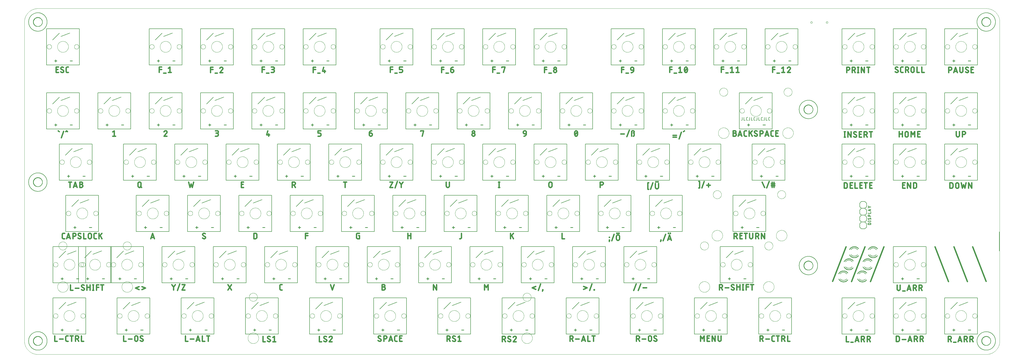
<source format=gto>
G04 EAGLE Gerber RS-274X export*
G75*
%MOMM*%
%FSLAX34Y34*%
%LPD*%
%INTop silk*%
%IPPOS*%
%AMOC8*
5,1,8,0,0,1.08239X$1,22.5*%
G01*
%ADD10C,0.000000*%
%ADD11C,0.508000*%
%ADD12C,0.203200*%
%ADD13C,0.228600*%
%ADD14C,0.127000*%
%ADD15C,0.152400*%
%ADD16C,0.254000*%


D10*
X3570000Y1285000D02*
X50000Y1285000D01*
X48792Y1284985D01*
X47584Y1284942D01*
X46378Y1284869D01*
X45174Y1284767D01*
X43973Y1284635D01*
X42776Y1284475D01*
X41582Y1284286D01*
X40394Y1284069D01*
X39211Y1283822D01*
X38034Y1283547D01*
X36865Y1283244D01*
X35703Y1282912D01*
X34549Y1282553D01*
X33405Y1282166D01*
X32270Y1281751D01*
X31145Y1281309D01*
X30032Y1280840D01*
X28930Y1280344D01*
X27840Y1279821D01*
X26764Y1279273D01*
X25701Y1278698D01*
X24652Y1278098D01*
X23618Y1277473D01*
X22599Y1276824D01*
X21597Y1276149D01*
X20611Y1275451D01*
X19642Y1274729D01*
X18691Y1273984D01*
X17758Y1273216D01*
X16844Y1272426D01*
X15949Y1271613D01*
X15074Y1270780D01*
X14220Y1269926D01*
X13387Y1269051D01*
X12574Y1268156D01*
X11784Y1267242D01*
X11016Y1266309D01*
X10271Y1265358D01*
X9549Y1264389D01*
X8851Y1263403D01*
X8176Y1262401D01*
X7527Y1261382D01*
X6902Y1260348D01*
X6302Y1259299D01*
X5727Y1258236D01*
X5179Y1257160D01*
X4656Y1256070D01*
X4160Y1254968D01*
X3691Y1253855D01*
X3249Y1252730D01*
X2834Y1251595D01*
X2447Y1250451D01*
X2088Y1249297D01*
X1756Y1248135D01*
X1453Y1246966D01*
X1178Y1245789D01*
X931Y1244606D01*
X714Y1243418D01*
X525Y1242224D01*
X365Y1241027D01*
X233Y1239826D01*
X131Y1238622D01*
X58Y1237416D01*
X15Y1236208D01*
X0Y1235000D01*
X0Y50000D01*
X15Y48792D01*
X58Y47584D01*
X131Y46378D01*
X233Y45174D01*
X365Y43973D01*
X525Y42776D01*
X714Y41582D01*
X931Y40394D01*
X1178Y39211D01*
X1453Y38034D01*
X1756Y36865D01*
X2088Y35703D01*
X2447Y34549D01*
X2834Y33405D01*
X3249Y32270D01*
X3691Y31145D01*
X4160Y30032D01*
X4656Y28930D01*
X5179Y27840D01*
X5727Y26764D01*
X6302Y25701D01*
X6902Y24652D01*
X7527Y23618D01*
X8176Y22599D01*
X8851Y21597D01*
X9549Y20611D01*
X10271Y19642D01*
X11016Y18691D01*
X11784Y17758D01*
X12574Y16844D01*
X13387Y15949D01*
X14220Y15074D01*
X15074Y14220D01*
X15949Y13387D01*
X16844Y12574D01*
X17758Y11784D01*
X18691Y11016D01*
X19642Y10271D01*
X20611Y9549D01*
X21597Y8851D01*
X22599Y8176D01*
X23618Y7527D01*
X24652Y6902D01*
X25701Y6302D01*
X26764Y5727D01*
X27840Y5179D01*
X28930Y4656D01*
X30032Y4160D01*
X31145Y3691D01*
X32270Y3249D01*
X33405Y2834D01*
X34549Y2447D01*
X35703Y2088D01*
X36865Y1756D01*
X38034Y1453D01*
X39211Y1178D01*
X40394Y931D01*
X41582Y714D01*
X42776Y525D01*
X43973Y365D01*
X45174Y233D01*
X46378Y131D01*
X47584Y58D01*
X48792Y15D01*
X50000Y0D01*
X3570000Y0D01*
X3571208Y15D01*
X3572416Y58D01*
X3573622Y131D01*
X3574826Y233D01*
X3576027Y365D01*
X3577224Y525D01*
X3578418Y714D01*
X3579606Y931D01*
X3580789Y1178D01*
X3581966Y1453D01*
X3583135Y1756D01*
X3584297Y2088D01*
X3585451Y2447D01*
X3586595Y2834D01*
X3587730Y3249D01*
X3588855Y3691D01*
X3589968Y4160D01*
X3591070Y4656D01*
X3592160Y5179D01*
X3593236Y5727D01*
X3594299Y6302D01*
X3595348Y6902D01*
X3596382Y7527D01*
X3597401Y8176D01*
X3598403Y8851D01*
X3599389Y9549D01*
X3600358Y10271D01*
X3601309Y11016D01*
X3602242Y11784D01*
X3603156Y12574D01*
X3604051Y13387D01*
X3604926Y14220D01*
X3605780Y15074D01*
X3606613Y15949D01*
X3607426Y16844D01*
X3608216Y17758D01*
X3608984Y18691D01*
X3609729Y19642D01*
X3610451Y20611D01*
X3611149Y21597D01*
X3611824Y22599D01*
X3612473Y23618D01*
X3613098Y24652D01*
X3613698Y25701D01*
X3614273Y26764D01*
X3614821Y27840D01*
X3615344Y28930D01*
X3615840Y30032D01*
X3616309Y31145D01*
X3616751Y32270D01*
X3617166Y33405D01*
X3617553Y34549D01*
X3617912Y35703D01*
X3618244Y36865D01*
X3618547Y38034D01*
X3618822Y39211D01*
X3619069Y40394D01*
X3619286Y41582D01*
X3619475Y42776D01*
X3619635Y43973D01*
X3619767Y45174D01*
X3619869Y46378D01*
X3619942Y47584D01*
X3619985Y48792D01*
X3620000Y50000D01*
X3620000Y1235000D01*
X3619985Y1236208D01*
X3619942Y1237416D01*
X3619869Y1238622D01*
X3619767Y1239826D01*
X3619635Y1241027D01*
X3619475Y1242224D01*
X3619286Y1243418D01*
X3619069Y1244606D01*
X3618822Y1245789D01*
X3618547Y1246966D01*
X3618244Y1248135D01*
X3617912Y1249297D01*
X3617553Y1250451D01*
X3617166Y1251595D01*
X3616751Y1252730D01*
X3616309Y1253855D01*
X3615840Y1254968D01*
X3615344Y1256070D01*
X3614821Y1257160D01*
X3614273Y1258236D01*
X3613698Y1259299D01*
X3613098Y1260348D01*
X3612473Y1261382D01*
X3611824Y1262401D01*
X3611149Y1263403D01*
X3610451Y1264389D01*
X3609729Y1265358D01*
X3608984Y1266309D01*
X3608216Y1267242D01*
X3607426Y1268156D01*
X3606613Y1269051D01*
X3605780Y1269926D01*
X3604926Y1270780D01*
X3604051Y1271613D01*
X3603156Y1272426D01*
X3602242Y1273216D01*
X3601309Y1273984D01*
X3600358Y1274729D01*
X3599389Y1275451D01*
X3598403Y1276149D01*
X3597401Y1276824D01*
X3596382Y1277473D01*
X3595348Y1278098D01*
X3594299Y1278698D01*
X3593236Y1279273D01*
X3592160Y1279821D01*
X3591070Y1280344D01*
X3589968Y1280840D01*
X3588855Y1281309D01*
X3587730Y1281751D01*
X3586595Y1282166D01*
X3585451Y1282553D01*
X3584297Y1282912D01*
X3583135Y1283244D01*
X3581966Y1283547D01*
X3580789Y1283822D01*
X3579606Y1284069D01*
X3578418Y1284286D01*
X3577224Y1284475D01*
X3576027Y1284635D01*
X3574826Y1284767D01*
X3573622Y1284869D01*
X3572416Y1284942D01*
X3571208Y1284985D01*
X3570000Y1285000D01*
D11*
X2170639Y435431D02*
X2170639Y434302D01*
X2170639Y435431D02*
X2171767Y435431D01*
X2171767Y434302D01*
X2170639Y434302D01*
X2170639Y423578D02*
X2171767Y423578D01*
X2170639Y423578D02*
X2170639Y424706D01*
X2171767Y424706D01*
X2171767Y423578D01*
X2170639Y419062D01*
X2179911Y421320D02*
X2188942Y446155D01*
X2197573Y438253D02*
X2197573Y429222D01*
X2197573Y438253D02*
X2197575Y438402D01*
X2197581Y438551D01*
X2197591Y438700D01*
X2197604Y438848D01*
X2197622Y438996D01*
X2197644Y439143D01*
X2197669Y439290D01*
X2197698Y439436D01*
X2197732Y439581D01*
X2197769Y439726D01*
X2197809Y439869D01*
X2197854Y440011D01*
X2197902Y440152D01*
X2197954Y440292D01*
X2198010Y440430D01*
X2198069Y440567D01*
X2198132Y440702D01*
X2198198Y440835D01*
X2198268Y440967D01*
X2198342Y441096D01*
X2198418Y441224D01*
X2198498Y441350D01*
X2198582Y441473D01*
X2198668Y441595D01*
X2198758Y441713D01*
X2198851Y441830D01*
X2198947Y441944D01*
X2199046Y442055D01*
X2199148Y442164D01*
X2199253Y442270D01*
X2199360Y442373D01*
X2199470Y442474D01*
X2199583Y442571D01*
X2199698Y442666D01*
X2199816Y442757D01*
X2199936Y442845D01*
X2200058Y442930D01*
X2200183Y443012D01*
X2200309Y443090D01*
X2200438Y443165D01*
X2200569Y443237D01*
X2200701Y443305D01*
X2200835Y443370D01*
X2200971Y443431D01*
X2201109Y443489D01*
X2201248Y443542D01*
X2201388Y443592D01*
X2201530Y443639D01*
X2201672Y443682D01*
X2201816Y443720D01*
X2201961Y443755D01*
X2202107Y443787D01*
X2202253Y443814D01*
X2202400Y443838D01*
X2202548Y443857D01*
X2202696Y443873D01*
X2202845Y443885D01*
X2202994Y443893D01*
X2203143Y443897D01*
X2203291Y443897D01*
X2203440Y443893D01*
X2203589Y443885D01*
X2203738Y443873D01*
X2203886Y443857D01*
X2204034Y443838D01*
X2204181Y443814D01*
X2204327Y443787D01*
X2204473Y443755D01*
X2204618Y443720D01*
X2204762Y443682D01*
X2204904Y443639D01*
X2205046Y443592D01*
X2205186Y443542D01*
X2205325Y443489D01*
X2205463Y443431D01*
X2205599Y443370D01*
X2205733Y443305D01*
X2205865Y443237D01*
X2205996Y443165D01*
X2206125Y443090D01*
X2206251Y443012D01*
X2206376Y442930D01*
X2206498Y442845D01*
X2206618Y442757D01*
X2206736Y442666D01*
X2206851Y442571D01*
X2206964Y442474D01*
X2207074Y442373D01*
X2207181Y442270D01*
X2207286Y442164D01*
X2207388Y442055D01*
X2207487Y441944D01*
X2207583Y441830D01*
X2207676Y441713D01*
X2207766Y441595D01*
X2207852Y441473D01*
X2207936Y441350D01*
X2208016Y441224D01*
X2208092Y441096D01*
X2208166Y440967D01*
X2208236Y440835D01*
X2208302Y440702D01*
X2208365Y440567D01*
X2208424Y440430D01*
X2208480Y440292D01*
X2208532Y440152D01*
X2208580Y440011D01*
X2208625Y439869D01*
X2208665Y439726D01*
X2208702Y439581D01*
X2208736Y439436D01*
X2208765Y439290D01*
X2208790Y439143D01*
X2208812Y438996D01*
X2208830Y438848D01*
X2208843Y438700D01*
X2208853Y438551D01*
X2208859Y438402D01*
X2208861Y438253D01*
X2208861Y429222D01*
X2208859Y429073D01*
X2208853Y428924D01*
X2208843Y428775D01*
X2208830Y428627D01*
X2208812Y428479D01*
X2208790Y428332D01*
X2208765Y428185D01*
X2208736Y428039D01*
X2208702Y427894D01*
X2208665Y427749D01*
X2208625Y427606D01*
X2208580Y427464D01*
X2208532Y427323D01*
X2208480Y427183D01*
X2208424Y427045D01*
X2208365Y426908D01*
X2208302Y426773D01*
X2208236Y426640D01*
X2208166Y426508D01*
X2208092Y426379D01*
X2208016Y426251D01*
X2207936Y426125D01*
X2207852Y426002D01*
X2207766Y425880D01*
X2207676Y425762D01*
X2207583Y425645D01*
X2207487Y425531D01*
X2207388Y425420D01*
X2207286Y425311D01*
X2207181Y425205D01*
X2207074Y425102D01*
X2206964Y425001D01*
X2206851Y424904D01*
X2206736Y424809D01*
X2206618Y424718D01*
X2206498Y424630D01*
X2206376Y424545D01*
X2206251Y424463D01*
X2206125Y424385D01*
X2205996Y424310D01*
X2205865Y424238D01*
X2205733Y424170D01*
X2205599Y424105D01*
X2205463Y424044D01*
X2205325Y423986D01*
X2205186Y423933D01*
X2205046Y423883D01*
X2204904Y423836D01*
X2204762Y423793D01*
X2204618Y423755D01*
X2204473Y423720D01*
X2204327Y423688D01*
X2204181Y423661D01*
X2204034Y423637D01*
X2203886Y423618D01*
X2203738Y423602D01*
X2203589Y423590D01*
X2203440Y423582D01*
X2203291Y423578D01*
X2203143Y423578D01*
X2202994Y423582D01*
X2202845Y423590D01*
X2202696Y423602D01*
X2202548Y423618D01*
X2202400Y423637D01*
X2202253Y423661D01*
X2202107Y423688D01*
X2201961Y423720D01*
X2201816Y423755D01*
X2201672Y423793D01*
X2201530Y423836D01*
X2201388Y423883D01*
X2201248Y423933D01*
X2201109Y423986D01*
X2200971Y424044D01*
X2200835Y424105D01*
X2200701Y424170D01*
X2200569Y424238D01*
X2200438Y424310D01*
X2200309Y424385D01*
X2200183Y424463D01*
X2200058Y424545D01*
X2199936Y424630D01*
X2199816Y424718D01*
X2199698Y424809D01*
X2199583Y424904D01*
X2199470Y425001D01*
X2199360Y425102D01*
X2199253Y425205D01*
X2199148Y425311D01*
X2199046Y425420D01*
X2198947Y425531D01*
X2198851Y425645D01*
X2198758Y425762D01*
X2198668Y425880D01*
X2198582Y426002D01*
X2198498Y426125D01*
X2198418Y426251D01*
X2198342Y426379D01*
X2198268Y426508D01*
X2198198Y426640D01*
X2198132Y426773D01*
X2198069Y426908D01*
X2198010Y427045D01*
X2197954Y427183D01*
X2197902Y427323D01*
X2197854Y427464D01*
X2197809Y427606D01*
X2197769Y427749D01*
X2197732Y427894D01*
X2197698Y428039D01*
X2197669Y428185D01*
X2197644Y428332D01*
X2197622Y428479D01*
X2197604Y428627D01*
X2197591Y428775D01*
X2197581Y428924D01*
X2197575Y429073D01*
X2197573Y429222D01*
X2199266Y448978D02*
X2199266Y450106D01*
X2200395Y450106D01*
X2200395Y448978D01*
X2199266Y448978D01*
X2206039Y448978D02*
X2206039Y450106D01*
X2207168Y450106D01*
X2207168Y448978D01*
X2206039Y448978D01*
D10*
X34000Y50000D02*
X34005Y50393D01*
X34019Y50785D01*
X34043Y51177D01*
X34077Y51568D01*
X34120Y51959D01*
X34173Y52348D01*
X34236Y52735D01*
X34307Y53121D01*
X34389Y53506D01*
X34479Y53888D01*
X34580Y54267D01*
X34689Y54645D01*
X34808Y55019D01*
X34935Y55390D01*
X35072Y55758D01*
X35218Y56123D01*
X35373Y56484D01*
X35536Y56841D01*
X35708Y57194D01*
X35889Y57542D01*
X36079Y57886D01*
X36276Y58226D01*
X36482Y58560D01*
X36696Y58889D01*
X36919Y59213D01*
X37149Y59531D01*
X37386Y59844D01*
X37632Y60150D01*
X37885Y60451D01*
X38145Y60745D01*
X38412Y61033D01*
X38686Y61314D01*
X38967Y61588D01*
X39255Y61855D01*
X39549Y62115D01*
X39850Y62368D01*
X40156Y62614D01*
X40469Y62851D01*
X40787Y63081D01*
X41111Y63304D01*
X41440Y63518D01*
X41774Y63724D01*
X42114Y63921D01*
X42458Y64111D01*
X42806Y64292D01*
X43159Y64464D01*
X43516Y64627D01*
X43877Y64782D01*
X44242Y64928D01*
X44610Y65065D01*
X44981Y65192D01*
X45355Y65311D01*
X45733Y65420D01*
X46112Y65521D01*
X46494Y65611D01*
X46879Y65693D01*
X47265Y65764D01*
X47652Y65827D01*
X48041Y65880D01*
X48432Y65923D01*
X48823Y65957D01*
X49215Y65981D01*
X49607Y65995D01*
X50000Y66000D01*
X50393Y65995D01*
X50785Y65981D01*
X51177Y65957D01*
X51568Y65923D01*
X51959Y65880D01*
X52348Y65827D01*
X52735Y65764D01*
X53121Y65693D01*
X53506Y65611D01*
X53888Y65521D01*
X54267Y65420D01*
X54645Y65311D01*
X55019Y65192D01*
X55390Y65065D01*
X55758Y64928D01*
X56123Y64782D01*
X56484Y64627D01*
X56841Y64464D01*
X57194Y64292D01*
X57542Y64111D01*
X57886Y63921D01*
X58226Y63724D01*
X58560Y63518D01*
X58889Y63304D01*
X59213Y63081D01*
X59531Y62851D01*
X59844Y62614D01*
X60150Y62368D01*
X60451Y62115D01*
X60745Y61855D01*
X61033Y61588D01*
X61314Y61314D01*
X61588Y61033D01*
X61855Y60745D01*
X62115Y60451D01*
X62368Y60150D01*
X62614Y59844D01*
X62851Y59531D01*
X63081Y59213D01*
X63304Y58889D01*
X63518Y58560D01*
X63724Y58226D01*
X63921Y57886D01*
X64111Y57542D01*
X64292Y57194D01*
X64464Y56841D01*
X64627Y56484D01*
X64782Y56123D01*
X64928Y55758D01*
X65065Y55390D01*
X65192Y55019D01*
X65311Y54645D01*
X65420Y54267D01*
X65521Y53888D01*
X65611Y53506D01*
X65693Y53121D01*
X65764Y52735D01*
X65827Y52348D01*
X65880Y51959D01*
X65923Y51568D01*
X65957Y51177D01*
X65981Y50785D01*
X65995Y50393D01*
X66000Y50000D01*
X65995Y49607D01*
X65981Y49215D01*
X65957Y48823D01*
X65923Y48432D01*
X65880Y48041D01*
X65827Y47652D01*
X65764Y47265D01*
X65693Y46879D01*
X65611Y46494D01*
X65521Y46112D01*
X65420Y45733D01*
X65311Y45355D01*
X65192Y44981D01*
X65065Y44610D01*
X64928Y44242D01*
X64782Y43877D01*
X64627Y43516D01*
X64464Y43159D01*
X64292Y42806D01*
X64111Y42458D01*
X63921Y42114D01*
X63724Y41774D01*
X63518Y41440D01*
X63304Y41111D01*
X63081Y40787D01*
X62851Y40469D01*
X62614Y40156D01*
X62368Y39850D01*
X62115Y39549D01*
X61855Y39255D01*
X61588Y38967D01*
X61314Y38686D01*
X61033Y38412D01*
X60745Y38145D01*
X60451Y37885D01*
X60150Y37632D01*
X59844Y37386D01*
X59531Y37149D01*
X59213Y36919D01*
X58889Y36696D01*
X58560Y36482D01*
X58226Y36276D01*
X57886Y36079D01*
X57542Y35889D01*
X57194Y35708D01*
X56841Y35536D01*
X56484Y35373D01*
X56123Y35218D01*
X55758Y35072D01*
X55390Y34935D01*
X55019Y34808D01*
X54645Y34689D01*
X54267Y34580D01*
X53888Y34479D01*
X53506Y34389D01*
X53121Y34307D01*
X52735Y34236D01*
X52348Y34173D01*
X51959Y34120D01*
X51568Y34077D01*
X51177Y34043D01*
X50785Y34019D01*
X50393Y34005D01*
X50000Y34000D01*
X49607Y34005D01*
X49215Y34019D01*
X48823Y34043D01*
X48432Y34077D01*
X48041Y34120D01*
X47652Y34173D01*
X47265Y34236D01*
X46879Y34307D01*
X46494Y34389D01*
X46112Y34479D01*
X45733Y34580D01*
X45355Y34689D01*
X44981Y34808D01*
X44610Y34935D01*
X44242Y35072D01*
X43877Y35218D01*
X43516Y35373D01*
X43159Y35536D01*
X42806Y35708D01*
X42458Y35889D01*
X42114Y36079D01*
X41774Y36276D01*
X41440Y36482D01*
X41111Y36696D01*
X40787Y36919D01*
X40469Y37149D01*
X40156Y37386D01*
X39850Y37632D01*
X39549Y37885D01*
X39255Y38145D01*
X38967Y38412D01*
X38686Y38686D01*
X38412Y38967D01*
X38145Y39255D01*
X37885Y39549D01*
X37632Y39850D01*
X37386Y40156D01*
X37149Y40469D01*
X36919Y40787D01*
X36696Y41111D01*
X36482Y41440D01*
X36276Y41774D01*
X36079Y42114D01*
X35889Y42458D01*
X35708Y42806D01*
X35536Y43159D01*
X35373Y43516D01*
X35218Y43877D01*
X35072Y44242D01*
X34935Y44610D01*
X34808Y44981D01*
X34689Y45355D01*
X34580Y45733D01*
X34479Y46112D01*
X34389Y46494D01*
X34307Y46879D01*
X34236Y47265D01*
X34173Y47652D01*
X34120Y48041D01*
X34077Y48432D01*
X34043Y48823D01*
X34019Y49215D01*
X34005Y49607D01*
X34000Y50000D01*
X34000Y1235000D02*
X34005Y1235393D01*
X34019Y1235785D01*
X34043Y1236177D01*
X34077Y1236568D01*
X34120Y1236959D01*
X34173Y1237348D01*
X34236Y1237735D01*
X34307Y1238121D01*
X34389Y1238506D01*
X34479Y1238888D01*
X34580Y1239267D01*
X34689Y1239645D01*
X34808Y1240019D01*
X34935Y1240390D01*
X35072Y1240758D01*
X35218Y1241123D01*
X35373Y1241484D01*
X35536Y1241841D01*
X35708Y1242194D01*
X35889Y1242542D01*
X36079Y1242886D01*
X36276Y1243226D01*
X36482Y1243560D01*
X36696Y1243889D01*
X36919Y1244213D01*
X37149Y1244531D01*
X37386Y1244844D01*
X37632Y1245150D01*
X37885Y1245451D01*
X38145Y1245745D01*
X38412Y1246033D01*
X38686Y1246314D01*
X38967Y1246588D01*
X39255Y1246855D01*
X39549Y1247115D01*
X39850Y1247368D01*
X40156Y1247614D01*
X40469Y1247851D01*
X40787Y1248081D01*
X41111Y1248304D01*
X41440Y1248518D01*
X41774Y1248724D01*
X42114Y1248921D01*
X42458Y1249111D01*
X42806Y1249292D01*
X43159Y1249464D01*
X43516Y1249627D01*
X43877Y1249782D01*
X44242Y1249928D01*
X44610Y1250065D01*
X44981Y1250192D01*
X45355Y1250311D01*
X45733Y1250420D01*
X46112Y1250521D01*
X46494Y1250611D01*
X46879Y1250693D01*
X47265Y1250764D01*
X47652Y1250827D01*
X48041Y1250880D01*
X48432Y1250923D01*
X48823Y1250957D01*
X49215Y1250981D01*
X49607Y1250995D01*
X50000Y1251000D01*
X50393Y1250995D01*
X50785Y1250981D01*
X51177Y1250957D01*
X51568Y1250923D01*
X51959Y1250880D01*
X52348Y1250827D01*
X52735Y1250764D01*
X53121Y1250693D01*
X53506Y1250611D01*
X53888Y1250521D01*
X54267Y1250420D01*
X54645Y1250311D01*
X55019Y1250192D01*
X55390Y1250065D01*
X55758Y1249928D01*
X56123Y1249782D01*
X56484Y1249627D01*
X56841Y1249464D01*
X57194Y1249292D01*
X57542Y1249111D01*
X57886Y1248921D01*
X58226Y1248724D01*
X58560Y1248518D01*
X58889Y1248304D01*
X59213Y1248081D01*
X59531Y1247851D01*
X59844Y1247614D01*
X60150Y1247368D01*
X60451Y1247115D01*
X60745Y1246855D01*
X61033Y1246588D01*
X61314Y1246314D01*
X61588Y1246033D01*
X61855Y1245745D01*
X62115Y1245451D01*
X62368Y1245150D01*
X62614Y1244844D01*
X62851Y1244531D01*
X63081Y1244213D01*
X63304Y1243889D01*
X63518Y1243560D01*
X63724Y1243226D01*
X63921Y1242886D01*
X64111Y1242542D01*
X64292Y1242194D01*
X64464Y1241841D01*
X64627Y1241484D01*
X64782Y1241123D01*
X64928Y1240758D01*
X65065Y1240390D01*
X65192Y1240019D01*
X65311Y1239645D01*
X65420Y1239267D01*
X65521Y1238888D01*
X65611Y1238506D01*
X65693Y1238121D01*
X65764Y1237735D01*
X65827Y1237348D01*
X65880Y1236959D01*
X65923Y1236568D01*
X65957Y1236177D01*
X65981Y1235785D01*
X65995Y1235393D01*
X66000Y1235000D01*
X65995Y1234607D01*
X65981Y1234215D01*
X65957Y1233823D01*
X65923Y1233432D01*
X65880Y1233041D01*
X65827Y1232652D01*
X65764Y1232265D01*
X65693Y1231879D01*
X65611Y1231494D01*
X65521Y1231112D01*
X65420Y1230733D01*
X65311Y1230355D01*
X65192Y1229981D01*
X65065Y1229610D01*
X64928Y1229242D01*
X64782Y1228877D01*
X64627Y1228516D01*
X64464Y1228159D01*
X64292Y1227806D01*
X64111Y1227458D01*
X63921Y1227114D01*
X63724Y1226774D01*
X63518Y1226440D01*
X63304Y1226111D01*
X63081Y1225787D01*
X62851Y1225469D01*
X62614Y1225156D01*
X62368Y1224850D01*
X62115Y1224549D01*
X61855Y1224255D01*
X61588Y1223967D01*
X61314Y1223686D01*
X61033Y1223412D01*
X60745Y1223145D01*
X60451Y1222885D01*
X60150Y1222632D01*
X59844Y1222386D01*
X59531Y1222149D01*
X59213Y1221919D01*
X58889Y1221696D01*
X58560Y1221482D01*
X58226Y1221276D01*
X57886Y1221079D01*
X57542Y1220889D01*
X57194Y1220708D01*
X56841Y1220536D01*
X56484Y1220373D01*
X56123Y1220218D01*
X55758Y1220072D01*
X55390Y1219935D01*
X55019Y1219808D01*
X54645Y1219689D01*
X54267Y1219580D01*
X53888Y1219479D01*
X53506Y1219389D01*
X53121Y1219307D01*
X52735Y1219236D01*
X52348Y1219173D01*
X51959Y1219120D01*
X51568Y1219077D01*
X51177Y1219043D01*
X50785Y1219019D01*
X50393Y1219005D01*
X50000Y1219000D01*
X49607Y1219005D01*
X49215Y1219019D01*
X48823Y1219043D01*
X48432Y1219077D01*
X48041Y1219120D01*
X47652Y1219173D01*
X47265Y1219236D01*
X46879Y1219307D01*
X46494Y1219389D01*
X46112Y1219479D01*
X45733Y1219580D01*
X45355Y1219689D01*
X44981Y1219808D01*
X44610Y1219935D01*
X44242Y1220072D01*
X43877Y1220218D01*
X43516Y1220373D01*
X43159Y1220536D01*
X42806Y1220708D01*
X42458Y1220889D01*
X42114Y1221079D01*
X41774Y1221276D01*
X41440Y1221482D01*
X41111Y1221696D01*
X40787Y1221919D01*
X40469Y1222149D01*
X40156Y1222386D01*
X39850Y1222632D01*
X39549Y1222885D01*
X39255Y1223145D01*
X38967Y1223412D01*
X38686Y1223686D01*
X38412Y1223967D01*
X38145Y1224255D01*
X37885Y1224549D01*
X37632Y1224850D01*
X37386Y1225156D01*
X37149Y1225469D01*
X36919Y1225787D01*
X36696Y1226111D01*
X36482Y1226440D01*
X36276Y1226774D01*
X36079Y1227114D01*
X35889Y1227458D01*
X35708Y1227806D01*
X35536Y1228159D01*
X35373Y1228516D01*
X35218Y1228877D01*
X35072Y1229242D01*
X34935Y1229610D01*
X34808Y1229981D01*
X34689Y1230355D01*
X34580Y1230733D01*
X34479Y1231112D01*
X34389Y1231494D01*
X34307Y1231879D01*
X34236Y1232265D01*
X34173Y1232652D01*
X34120Y1233041D01*
X34077Y1233432D01*
X34043Y1233823D01*
X34019Y1234215D01*
X34005Y1234607D01*
X34000Y1235000D01*
X2894000Y330000D02*
X2894005Y330393D01*
X2894019Y330785D01*
X2894043Y331177D01*
X2894077Y331568D01*
X2894120Y331959D01*
X2894173Y332348D01*
X2894236Y332735D01*
X2894307Y333121D01*
X2894389Y333506D01*
X2894479Y333888D01*
X2894580Y334267D01*
X2894689Y334645D01*
X2894808Y335019D01*
X2894935Y335390D01*
X2895072Y335758D01*
X2895218Y336123D01*
X2895373Y336484D01*
X2895536Y336841D01*
X2895708Y337194D01*
X2895889Y337542D01*
X2896079Y337886D01*
X2896276Y338226D01*
X2896482Y338560D01*
X2896696Y338889D01*
X2896919Y339213D01*
X2897149Y339531D01*
X2897386Y339844D01*
X2897632Y340150D01*
X2897885Y340451D01*
X2898145Y340745D01*
X2898412Y341033D01*
X2898686Y341314D01*
X2898967Y341588D01*
X2899255Y341855D01*
X2899549Y342115D01*
X2899850Y342368D01*
X2900156Y342614D01*
X2900469Y342851D01*
X2900787Y343081D01*
X2901111Y343304D01*
X2901440Y343518D01*
X2901774Y343724D01*
X2902114Y343921D01*
X2902458Y344111D01*
X2902806Y344292D01*
X2903159Y344464D01*
X2903516Y344627D01*
X2903877Y344782D01*
X2904242Y344928D01*
X2904610Y345065D01*
X2904981Y345192D01*
X2905355Y345311D01*
X2905733Y345420D01*
X2906112Y345521D01*
X2906494Y345611D01*
X2906879Y345693D01*
X2907265Y345764D01*
X2907652Y345827D01*
X2908041Y345880D01*
X2908432Y345923D01*
X2908823Y345957D01*
X2909215Y345981D01*
X2909607Y345995D01*
X2910000Y346000D01*
X2910393Y345995D01*
X2910785Y345981D01*
X2911177Y345957D01*
X2911568Y345923D01*
X2911959Y345880D01*
X2912348Y345827D01*
X2912735Y345764D01*
X2913121Y345693D01*
X2913506Y345611D01*
X2913888Y345521D01*
X2914267Y345420D01*
X2914645Y345311D01*
X2915019Y345192D01*
X2915390Y345065D01*
X2915758Y344928D01*
X2916123Y344782D01*
X2916484Y344627D01*
X2916841Y344464D01*
X2917194Y344292D01*
X2917542Y344111D01*
X2917886Y343921D01*
X2918226Y343724D01*
X2918560Y343518D01*
X2918889Y343304D01*
X2919213Y343081D01*
X2919531Y342851D01*
X2919844Y342614D01*
X2920150Y342368D01*
X2920451Y342115D01*
X2920745Y341855D01*
X2921033Y341588D01*
X2921314Y341314D01*
X2921588Y341033D01*
X2921855Y340745D01*
X2922115Y340451D01*
X2922368Y340150D01*
X2922614Y339844D01*
X2922851Y339531D01*
X2923081Y339213D01*
X2923304Y338889D01*
X2923518Y338560D01*
X2923724Y338226D01*
X2923921Y337886D01*
X2924111Y337542D01*
X2924292Y337194D01*
X2924464Y336841D01*
X2924627Y336484D01*
X2924782Y336123D01*
X2924928Y335758D01*
X2925065Y335390D01*
X2925192Y335019D01*
X2925311Y334645D01*
X2925420Y334267D01*
X2925521Y333888D01*
X2925611Y333506D01*
X2925693Y333121D01*
X2925764Y332735D01*
X2925827Y332348D01*
X2925880Y331959D01*
X2925923Y331568D01*
X2925957Y331177D01*
X2925981Y330785D01*
X2925995Y330393D01*
X2926000Y330000D01*
X2925995Y329607D01*
X2925981Y329215D01*
X2925957Y328823D01*
X2925923Y328432D01*
X2925880Y328041D01*
X2925827Y327652D01*
X2925764Y327265D01*
X2925693Y326879D01*
X2925611Y326494D01*
X2925521Y326112D01*
X2925420Y325733D01*
X2925311Y325355D01*
X2925192Y324981D01*
X2925065Y324610D01*
X2924928Y324242D01*
X2924782Y323877D01*
X2924627Y323516D01*
X2924464Y323159D01*
X2924292Y322806D01*
X2924111Y322458D01*
X2923921Y322114D01*
X2923724Y321774D01*
X2923518Y321440D01*
X2923304Y321111D01*
X2923081Y320787D01*
X2922851Y320469D01*
X2922614Y320156D01*
X2922368Y319850D01*
X2922115Y319549D01*
X2921855Y319255D01*
X2921588Y318967D01*
X2921314Y318686D01*
X2921033Y318412D01*
X2920745Y318145D01*
X2920451Y317885D01*
X2920150Y317632D01*
X2919844Y317386D01*
X2919531Y317149D01*
X2919213Y316919D01*
X2918889Y316696D01*
X2918560Y316482D01*
X2918226Y316276D01*
X2917886Y316079D01*
X2917542Y315889D01*
X2917194Y315708D01*
X2916841Y315536D01*
X2916484Y315373D01*
X2916123Y315218D01*
X2915758Y315072D01*
X2915390Y314935D01*
X2915019Y314808D01*
X2914645Y314689D01*
X2914267Y314580D01*
X2913888Y314479D01*
X2913506Y314389D01*
X2913121Y314307D01*
X2912735Y314236D01*
X2912348Y314173D01*
X2911959Y314120D01*
X2911568Y314077D01*
X2911177Y314043D01*
X2910785Y314019D01*
X2910393Y314005D01*
X2910000Y314000D01*
X2909607Y314005D01*
X2909215Y314019D01*
X2908823Y314043D01*
X2908432Y314077D01*
X2908041Y314120D01*
X2907652Y314173D01*
X2907265Y314236D01*
X2906879Y314307D01*
X2906494Y314389D01*
X2906112Y314479D01*
X2905733Y314580D01*
X2905355Y314689D01*
X2904981Y314808D01*
X2904610Y314935D01*
X2904242Y315072D01*
X2903877Y315218D01*
X2903516Y315373D01*
X2903159Y315536D01*
X2902806Y315708D01*
X2902458Y315889D01*
X2902114Y316079D01*
X2901774Y316276D01*
X2901440Y316482D01*
X2901111Y316696D01*
X2900787Y316919D01*
X2900469Y317149D01*
X2900156Y317386D01*
X2899850Y317632D01*
X2899549Y317885D01*
X2899255Y318145D01*
X2898967Y318412D01*
X2898686Y318686D01*
X2898412Y318967D01*
X2898145Y319255D01*
X2897885Y319549D01*
X2897632Y319850D01*
X2897386Y320156D01*
X2897149Y320469D01*
X2896919Y320787D01*
X2896696Y321111D01*
X2896482Y321440D01*
X2896276Y321774D01*
X2896079Y322114D01*
X2895889Y322458D01*
X2895708Y322806D01*
X2895536Y323159D01*
X2895373Y323516D01*
X2895218Y323877D01*
X2895072Y324242D01*
X2894935Y324610D01*
X2894808Y324981D01*
X2894689Y325355D01*
X2894580Y325733D01*
X2894479Y326112D01*
X2894389Y326494D01*
X2894307Y326879D01*
X2894236Y327265D01*
X2894173Y327652D01*
X2894120Y328041D01*
X2894077Y328432D01*
X2894043Y328823D01*
X2894019Y329215D01*
X2894005Y329607D01*
X2894000Y330000D01*
X3554000Y50000D02*
X3554005Y50393D01*
X3554019Y50785D01*
X3554043Y51177D01*
X3554077Y51568D01*
X3554120Y51959D01*
X3554173Y52348D01*
X3554236Y52735D01*
X3554307Y53121D01*
X3554389Y53506D01*
X3554479Y53888D01*
X3554580Y54267D01*
X3554689Y54645D01*
X3554808Y55019D01*
X3554935Y55390D01*
X3555072Y55758D01*
X3555218Y56123D01*
X3555373Y56484D01*
X3555536Y56841D01*
X3555708Y57194D01*
X3555889Y57542D01*
X3556079Y57886D01*
X3556276Y58226D01*
X3556482Y58560D01*
X3556696Y58889D01*
X3556919Y59213D01*
X3557149Y59531D01*
X3557386Y59844D01*
X3557632Y60150D01*
X3557885Y60451D01*
X3558145Y60745D01*
X3558412Y61033D01*
X3558686Y61314D01*
X3558967Y61588D01*
X3559255Y61855D01*
X3559549Y62115D01*
X3559850Y62368D01*
X3560156Y62614D01*
X3560469Y62851D01*
X3560787Y63081D01*
X3561111Y63304D01*
X3561440Y63518D01*
X3561774Y63724D01*
X3562114Y63921D01*
X3562458Y64111D01*
X3562806Y64292D01*
X3563159Y64464D01*
X3563516Y64627D01*
X3563877Y64782D01*
X3564242Y64928D01*
X3564610Y65065D01*
X3564981Y65192D01*
X3565355Y65311D01*
X3565733Y65420D01*
X3566112Y65521D01*
X3566494Y65611D01*
X3566879Y65693D01*
X3567265Y65764D01*
X3567652Y65827D01*
X3568041Y65880D01*
X3568432Y65923D01*
X3568823Y65957D01*
X3569215Y65981D01*
X3569607Y65995D01*
X3570000Y66000D01*
X3570393Y65995D01*
X3570785Y65981D01*
X3571177Y65957D01*
X3571568Y65923D01*
X3571959Y65880D01*
X3572348Y65827D01*
X3572735Y65764D01*
X3573121Y65693D01*
X3573506Y65611D01*
X3573888Y65521D01*
X3574267Y65420D01*
X3574645Y65311D01*
X3575019Y65192D01*
X3575390Y65065D01*
X3575758Y64928D01*
X3576123Y64782D01*
X3576484Y64627D01*
X3576841Y64464D01*
X3577194Y64292D01*
X3577542Y64111D01*
X3577886Y63921D01*
X3578226Y63724D01*
X3578560Y63518D01*
X3578889Y63304D01*
X3579213Y63081D01*
X3579531Y62851D01*
X3579844Y62614D01*
X3580150Y62368D01*
X3580451Y62115D01*
X3580745Y61855D01*
X3581033Y61588D01*
X3581314Y61314D01*
X3581588Y61033D01*
X3581855Y60745D01*
X3582115Y60451D01*
X3582368Y60150D01*
X3582614Y59844D01*
X3582851Y59531D01*
X3583081Y59213D01*
X3583304Y58889D01*
X3583518Y58560D01*
X3583724Y58226D01*
X3583921Y57886D01*
X3584111Y57542D01*
X3584292Y57194D01*
X3584464Y56841D01*
X3584627Y56484D01*
X3584782Y56123D01*
X3584928Y55758D01*
X3585065Y55390D01*
X3585192Y55019D01*
X3585311Y54645D01*
X3585420Y54267D01*
X3585521Y53888D01*
X3585611Y53506D01*
X3585693Y53121D01*
X3585764Y52735D01*
X3585827Y52348D01*
X3585880Y51959D01*
X3585923Y51568D01*
X3585957Y51177D01*
X3585981Y50785D01*
X3585995Y50393D01*
X3586000Y50000D01*
X3585995Y49607D01*
X3585981Y49215D01*
X3585957Y48823D01*
X3585923Y48432D01*
X3585880Y48041D01*
X3585827Y47652D01*
X3585764Y47265D01*
X3585693Y46879D01*
X3585611Y46494D01*
X3585521Y46112D01*
X3585420Y45733D01*
X3585311Y45355D01*
X3585192Y44981D01*
X3585065Y44610D01*
X3584928Y44242D01*
X3584782Y43877D01*
X3584627Y43516D01*
X3584464Y43159D01*
X3584292Y42806D01*
X3584111Y42458D01*
X3583921Y42114D01*
X3583724Y41774D01*
X3583518Y41440D01*
X3583304Y41111D01*
X3583081Y40787D01*
X3582851Y40469D01*
X3582614Y40156D01*
X3582368Y39850D01*
X3582115Y39549D01*
X3581855Y39255D01*
X3581588Y38967D01*
X3581314Y38686D01*
X3581033Y38412D01*
X3580745Y38145D01*
X3580451Y37885D01*
X3580150Y37632D01*
X3579844Y37386D01*
X3579531Y37149D01*
X3579213Y36919D01*
X3578889Y36696D01*
X3578560Y36482D01*
X3578226Y36276D01*
X3577886Y36079D01*
X3577542Y35889D01*
X3577194Y35708D01*
X3576841Y35536D01*
X3576484Y35373D01*
X3576123Y35218D01*
X3575758Y35072D01*
X3575390Y34935D01*
X3575019Y34808D01*
X3574645Y34689D01*
X3574267Y34580D01*
X3573888Y34479D01*
X3573506Y34389D01*
X3573121Y34307D01*
X3572735Y34236D01*
X3572348Y34173D01*
X3571959Y34120D01*
X3571568Y34077D01*
X3571177Y34043D01*
X3570785Y34019D01*
X3570393Y34005D01*
X3570000Y34000D01*
X3569607Y34005D01*
X3569215Y34019D01*
X3568823Y34043D01*
X3568432Y34077D01*
X3568041Y34120D01*
X3567652Y34173D01*
X3567265Y34236D01*
X3566879Y34307D01*
X3566494Y34389D01*
X3566112Y34479D01*
X3565733Y34580D01*
X3565355Y34689D01*
X3564981Y34808D01*
X3564610Y34935D01*
X3564242Y35072D01*
X3563877Y35218D01*
X3563516Y35373D01*
X3563159Y35536D01*
X3562806Y35708D01*
X3562458Y35889D01*
X3562114Y36079D01*
X3561774Y36276D01*
X3561440Y36482D01*
X3561111Y36696D01*
X3560787Y36919D01*
X3560469Y37149D01*
X3560156Y37386D01*
X3559850Y37632D01*
X3559549Y37885D01*
X3559255Y38145D01*
X3558967Y38412D01*
X3558686Y38686D01*
X3558412Y38967D01*
X3558145Y39255D01*
X3557885Y39549D01*
X3557632Y39850D01*
X3557386Y40156D01*
X3557149Y40469D01*
X3556919Y40787D01*
X3556696Y41111D01*
X3556482Y41440D01*
X3556276Y41774D01*
X3556079Y42114D01*
X3555889Y42458D01*
X3555708Y42806D01*
X3555536Y43159D01*
X3555373Y43516D01*
X3555218Y43877D01*
X3555072Y44242D01*
X3554935Y44610D01*
X3554808Y44981D01*
X3554689Y45355D01*
X3554580Y45733D01*
X3554479Y46112D01*
X3554389Y46494D01*
X3554307Y46879D01*
X3554236Y47265D01*
X3554173Y47652D01*
X3554120Y48041D01*
X3554077Y48432D01*
X3554043Y48823D01*
X3554019Y49215D01*
X3554005Y49607D01*
X3554000Y50000D01*
X3554000Y1235000D02*
X3554005Y1235393D01*
X3554019Y1235785D01*
X3554043Y1236177D01*
X3554077Y1236568D01*
X3554120Y1236959D01*
X3554173Y1237348D01*
X3554236Y1237735D01*
X3554307Y1238121D01*
X3554389Y1238506D01*
X3554479Y1238888D01*
X3554580Y1239267D01*
X3554689Y1239645D01*
X3554808Y1240019D01*
X3554935Y1240390D01*
X3555072Y1240758D01*
X3555218Y1241123D01*
X3555373Y1241484D01*
X3555536Y1241841D01*
X3555708Y1242194D01*
X3555889Y1242542D01*
X3556079Y1242886D01*
X3556276Y1243226D01*
X3556482Y1243560D01*
X3556696Y1243889D01*
X3556919Y1244213D01*
X3557149Y1244531D01*
X3557386Y1244844D01*
X3557632Y1245150D01*
X3557885Y1245451D01*
X3558145Y1245745D01*
X3558412Y1246033D01*
X3558686Y1246314D01*
X3558967Y1246588D01*
X3559255Y1246855D01*
X3559549Y1247115D01*
X3559850Y1247368D01*
X3560156Y1247614D01*
X3560469Y1247851D01*
X3560787Y1248081D01*
X3561111Y1248304D01*
X3561440Y1248518D01*
X3561774Y1248724D01*
X3562114Y1248921D01*
X3562458Y1249111D01*
X3562806Y1249292D01*
X3563159Y1249464D01*
X3563516Y1249627D01*
X3563877Y1249782D01*
X3564242Y1249928D01*
X3564610Y1250065D01*
X3564981Y1250192D01*
X3565355Y1250311D01*
X3565733Y1250420D01*
X3566112Y1250521D01*
X3566494Y1250611D01*
X3566879Y1250693D01*
X3567265Y1250764D01*
X3567652Y1250827D01*
X3568041Y1250880D01*
X3568432Y1250923D01*
X3568823Y1250957D01*
X3569215Y1250981D01*
X3569607Y1250995D01*
X3570000Y1251000D01*
X3570393Y1250995D01*
X3570785Y1250981D01*
X3571177Y1250957D01*
X3571568Y1250923D01*
X3571959Y1250880D01*
X3572348Y1250827D01*
X3572735Y1250764D01*
X3573121Y1250693D01*
X3573506Y1250611D01*
X3573888Y1250521D01*
X3574267Y1250420D01*
X3574645Y1250311D01*
X3575019Y1250192D01*
X3575390Y1250065D01*
X3575758Y1249928D01*
X3576123Y1249782D01*
X3576484Y1249627D01*
X3576841Y1249464D01*
X3577194Y1249292D01*
X3577542Y1249111D01*
X3577886Y1248921D01*
X3578226Y1248724D01*
X3578560Y1248518D01*
X3578889Y1248304D01*
X3579213Y1248081D01*
X3579531Y1247851D01*
X3579844Y1247614D01*
X3580150Y1247368D01*
X3580451Y1247115D01*
X3580745Y1246855D01*
X3581033Y1246588D01*
X3581314Y1246314D01*
X3581588Y1246033D01*
X3581855Y1245745D01*
X3582115Y1245451D01*
X3582368Y1245150D01*
X3582614Y1244844D01*
X3582851Y1244531D01*
X3583081Y1244213D01*
X3583304Y1243889D01*
X3583518Y1243560D01*
X3583724Y1243226D01*
X3583921Y1242886D01*
X3584111Y1242542D01*
X3584292Y1242194D01*
X3584464Y1241841D01*
X3584627Y1241484D01*
X3584782Y1241123D01*
X3584928Y1240758D01*
X3585065Y1240390D01*
X3585192Y1240019D01*
X3585311Y1239645D01*
X3585420Y1239267D01*
X3585521Y1238888D01*
X3585611Y1238506D01*
X3585693Y1238121D01*
X3585764Y1237735D01*
X3585827Y1237348D01*
X3585880Y1236959D01*
X3585923Y1236568D01*
X3585957Y1236177D01*
X3585981Y1235785D01*
X3585995Y1235393D01*
X3586000Y1235000D01*
X3585995Y1234607D01*
X3585981Y1234215D01*
X3585957Y1233823D01*
X3585923Y1233432D01*
X3585880Y1233041D01*
X3585827Y1232652D01*
X3585764Y1232265D01*
X3585693Y1231879D01*
X3585611Y1231494D01*
X3585521Y1231112D01*
X3585420Y1230733D01*
X3585311Y1230355D01*
X3585192Y1229981D01*
X3585065Y1229610D01*
X3584928Y1229242D01*
X3584782Y1228877D01*
X3584627Y1228516D01*
X3584464Y1228159D01*
X3584292Y1227806D01*
X3584111Y1227458D01*
X3583921Y1227114D01*
X3583724Y1226774D01*
X3583518Y1226440D01*
X3583304Y1226111D01*
X3583081Y1225787D01*
X3582851Y1225469D01*
X3582614Y1225156D01*
X3582368Y1224850D01*
X3582115Y1224549D01*
X3581855Y1224255D01*
X3581588Y1223967D01*
X3581314Y1223686D01*
X3581033Y1223412D01*
X3580745Y1223145D01*
X3580451Y1222885D01*
X3580150Y1222632D01*
X3579844Y1222386D01*
X3579531Y1222149D01*
X3579213Y1221919D01*
X3578889Y1221696D01*
X3578560Y1221482D01*
X3578226Y1221276D01*
X3577886Y1221079D01*
X3577542Y1220889D01*
X3577194Y1220708D01*
X3576841Y1220536D01*
X3576484Y1220373D01*
X3576123Y1220218D01*
X3575758Y1220072D01*
X3575390Y1219935D01*
X3575019Y1219808D01*
X3574645Y1219689D01*
X3574267Y1219580D01*
X3573888Y1219479D01*
X3573506Y1219389D01*
X3573121Y1219307D01*
X3572735Y1219236D01*
X3572348Y1219173D01*
X3571959Y1219120D01*
X3571568Y1219077D01*
X3571177Y1219043D01*
X3570785Y1219019D01*
X3570393Y1219005D01*
X3570000Y1219000D01*
X3569607Y1219005D01*
X3569215Y1219019D01*
X3568823Y1219043D01*
X3568432Y1219077D01*
X3568041Y1219120D01*
X3567652Y1219173D01*
X3567265Y1219236D01*
X3566879Y1219307D01*
X3566494Y1219389D01*
X3566112Y1219479D01*
X3565733Y1219580D01*
X3565355Y1219689D01*
X3564981Y1219808D01*
X3564610Y1219935D01*
X3564242Y1220072D01*
X3563877Y1220218D01*
X3563516Y1220373D01*
X3563159Y1220536D01*
X3562806Y1220708D01*
X3562458Y1220889D01*
X3562114Y1221079D01*
X3561774Y1221276D01*
X3561440Y1221482D01*
X3561111Y1221696D01*
X3560787Y1221919D01*
X3560469Y1222149D01*
X3560156Y1222386D01*
X3559850Y1222632D01*
X3559549Y1222885D01*
X3559255Y1223145D01*
X3558967Y1223412D01*
X3558686Y1223686D01*
X3558412Y1223967D01*
X3558145Y1224255D01*
X3557885Y1224549D01*
X3557632Y1224850D01*
X3557386Y1225156D01*
X3557149Y1225469D01*
X3556919Y1225787D01*
X3556696Y1226111D01*
X3556482Y1226440D01*
X3556276Y1226774D01*
X3556079Y1227114D01*
X3555889Y1227458D01*
X3555708Y1227806D01*
X3555536Y1228159D01*
X3555373Y1228516D01*
X3555218Y1228877D01*
X3555072Y1229242D01*
X3554935Y1229610D01*
X3554808Y1229981D01*
X3554689Y1230355D01*
X3554580Y1230733D01*
X3554479Y1231112D01*
X3554389Y1231494D01*
X3554307Y1231879D01*
X3554236Y1232265D01*
X3554173Y1232652D01*
X3554120Y1233041D01*
X3554077Y1233432D01*
X3554043Y1233823D01*
X3554019Y1234215D01*
X3554005Y1234607D01*
X3554000Y1235000D01*
X2894000Y910000D02*
X2894005Y910393D01*
X2894019Y910785D01*
X2894043Y911177D01*
X2894077Y911568D01*
X2894120Y911959D01*
X2894173Y912348D01*
X2894236Y912735D01*
X2894307Y913121D01*
X2894389Y913506D01*
X2894479Y913888D01*
X2894580Y914267D01*
X2894689Y914645D01*
X2894808Y915019D01*
X2894935Y915390D01*
X2895072Y915758D01*
X2895218Y916123D01*
X2895373Y916484D01*
X2895536Y916841D01*
X2895708Y917194D01*
X2895889Y917542D01*
X2896079Y917886D01*
X2896276Y918226D01*
X2896482Y918560D01*
X2896696Y918889D01*
X2896919Y919213D01*
X2897149Y919531D01*
X2897386Y919844D01*
X2897632Y920150D01*
X2897885Y920451D01*
X2898145Y920745D01*
X2898412Y921033D01*
X2898686Y921314D01*
X2898967Y921588D01*
X2899255Y921855D01*
X2899549Y922115D01*
X2899850Y922368D01*
X2900156Y922614D01*
X2900469Y922851D01*
X2900787Y923081D01*
X2901111Y923304D01*
X2901440Y923518D01*
X2901774Y923724D01*
X2902114Y923921D01*
X2902458Y924111D01*
X2902806Y924292D01*
X2903159Y924464D01*
X2903516Y924627D01*
X2903877Y924782D01*
X2904242Y924928D01*
X2904610Y925065D01*
X2904981Y925192D01*
X2905355Y925311D01*
X2905733Y925420D01*
X2906112Y925521D01*
X2906494Y925611D01*
X2906879Y925693D01*
X2907265Y925764D01*
X2907652Y925827D01*
X2908041Y925880D01*
X2908432Y925923D01*
X2908823Y925957D01*
X2909215Y925981D01*
X2909607Y925995D01*
X2910000Y926000D01*
X2910393Y925995D01*
X2910785Y925981D01*
X2911177Y925957D01*
X2911568Y925923D01*
X2911959Y925880D01*
X2912348Y925827D01*
X2912735Y925764D01*
X2913121Y925693D01*
X2913506Y925611D01*
X2913888Y925521D01*
X2914267Y925420D01*
X2914645Y925311D01*
X2915019Y925192D01*
X2915390Y925065D01*
X2915758Y924928D01*
X2916123Y924782D01*
X2916484Y924627D01*
X2916841Y924464D01*
X2917194Y924292D01*
X2917542Y924111D01*
X2917886Y923921D01*
X2918226Y923724D01*
X2918560Y923518D01*
X2918889Y923304D01*
X2919213Y923081D01*
X2919531Y922851D01*
X2919844Y922614D01*
X2920150Y922368D01*
X2920451Y922115D01*
X2920745Y921855D01*
X2921033Y921588D01*
X2921314Y921314D01*
X2921588Y921033D01*
X2921855Y920745D01*
X2922115Y920451D01*
X2922368Y920150D01*
X2922614Y919844D01*
X2922851Y919531D01*
X2923081Y919213D01*
X2923304Y918889D01*
X2923518Y918560D01*
X2923724Y918226D01*
X2923921Y917886D01*
X2924111Y917542D01*
X2924292Y917194D01*
X2924464Y916841D01*
X2924627Y916484D01*
X2924782Y916123D01*
X2924928Y915758D01*
X2925065Y915390D01*
X2925192Y915019D01*
X2925311Y914645D01*
X2925420Y914267D01*
X2925521Y913888D01*
X2925611Y913506D01*
X2925693Y913121D01*
X2925764Y912735D01*
X2925827Y912348D01*
X2925880Y911959D01*
X2925923Y911568D01*
X2925957Y911177D01*
X2925981Y910785D01*
X2925995Y910393D01*
X2926000Y910000D01*
X2925995Y909607D01*
X2925981Y909215D01*
X2925957Y908823D01*
X2925923Y908432D01*
X2925880Y908041D01*
X2925827Y907652D01*
X2925764Y907265D01*
X2925693Y906879D01*
X2925611Y906494D01*
X2925521Y906112D01*
X2925420Y905733D01*
X2925311Y905355D01*
X2925192Y904981D01*
X2925065Y904610D01*
X2924928Y904242D01*
X2924782Y903877D01*
X2924627Y903516D01*
X2924464Y903159D01*
X2924292Y902806D01*
X2924111Y902458D01*
X2923921Y902114D01*
X2923724Y901774D01*
X2923518Y901440D01*
X2923304Y901111D01*
X2923081Y900787D01*
X2922851Y900469D01*
X2922614Y900156D01*
X2922368Y899850D01*
X2922115Y899549D01*
X2921855Y899255D01*
X2921588Y898967D01*
X2921314Y898686D01*
X2921033Y898412D01*
X2920745Y898145D01*
X2920451Y897885D01*
X2920150Y897632D01*
X2919844Y897386D01*
X2919531Y897149D01*
X2919213Y896919D01*
X2918889Y896696D01*
X2918560Y896482D01*
X2918226Y896276D01*
X2917886Y896079D01*
X2917542Y895889D01*
X2917194Y895708D01*
X2916841Y895536D01*
X2916484Y895373D01*
X2916123Y895218D01*
X2915758Y895072D01*
X2915390Y894935D01*
X2915019Y894808D01*
X2914645Y894689D01*
X2914267Y894580D01*
X2913888Y894479D01*
X2913506Y894389D01*
X2913121Y894307D01*
X2912735Y894236D01*
X2912348Y894173D01*
X2911959Y894120D01*
X2911568Y894077D01*
X2911177Y894043D01*
X2910785Y894019D01*
X2910393Y894005D01*
X2910000Y894000D01*
X2909607Y894005D01*
X2909215Y894019D01*
X2908823Y894043D01*
X2908432Y894077D01*
X2908041Y894120D01*
X2907652Y894173D01*
X2907265Y894236D01*
X2906879Y894307D01*
X2906494Y894389D01*
X2906112Y894479D01*
X2905733Y894580D01*
X2905355Y894689D01*
X2904981Y894808D01*
X2904610Y894935D01*
X2904242Y895072D01*
X2903877Y895218D01*
X2903516Y895373D01*
X2903159Y895536D01*
X2902806Y895708D01*
X2902458Y895889D01*
X2902114Y896079D01*
X2901774Y896276D01*
X2901440Y896482D01*
X2901111Y896696D01*
X2900787Y896919D01*
X2900469Y897149D01*
X2900156Y897386D01*
X2899850Y897632D01*
X2899549Y897885D01*
X2899255Y898145D01*
X2898967Y898412D01*
X2898686Y898686D01*
X2898412Y898967D01*
X2898145Y899255D01*
X2897885Y899549D01*
X2897632Y899850D01*
X2897386Y900156D01*
X2897149Y900469D01*
X2896919Y900787D01*
X2896696Y901111D01*
X2896482Y901440D01*
X2896276Y901774D01*
X2896079Y902114D01*
X2895889Y902458D01*
X2895708Y902806D01*
X2895536Y903159D01*
X2895373Y903516D01*
X2895218Y903877D01*
X2895072Y904242D01*
X2894935Y904610D01*
X2894808Y904981D01*
X2894689Y905355D01*
X2894580Y905733D01*
X2894479Y906112D01*
X2894389Y906494D01*
X2894307Y906879D01*
X2894236Y907265D01*
X2894173Y907652D01*
X2894120Y908041D01*
X2894077Y908432D01*
X2894043Y908823D01*
X2894019Y909215D01*
X2894005Y909607D01*
X2894000Y910000D01*
X34000Y640000D02*
X34005Y640393D01*
X34019Y640785D01*
X34043Y641177D01*
X34077Y641568D01*
X34120Y641959D01*
X34173Y642348D01*
X34236Y642735D01*
X34307Y643121D01*
X34389Y643506D01*
X34479Y643888D01*
X34580Y644267D01*
X34689Y644645D01*
X34808Y645019D01*
X34935Y645390D01*
X35072Y645758D01*
X35218Y646123D01*
X35373Y646484D01*
X35536Y646841D01*
X35708Y647194D01*
X35889Y647542D01*
X36079Y647886D01*
X36276Y648226D01*
X36482Y648560D01*
X36696Y648889D01*
X36919Y649213D01*
X37149Y649531D01*
X37386Y649844D01*
X37632Y650150D01*
X37885Y650451D01*
X38145Y650745D01*
X38412Y651033D01*
X38686Y651314D01*
X38967Y651588D01*
X39255Y651855D01*
X39549Y652115D01*
X39850Y652368D01*
X40156Y652614D01*
X40469Y652851D01*
X40787Y653081D01*
X41111Y653304D01*
X41440Y653518D01*
X41774Y653724D01*
X42114Y653921D01*
X42458Y654111D01*
X42806Y654292D01*
X43159Y654464D01*
X43516Y654627D01*
X43877Y654782D01*
X44242Y654928D01*
X44610Y655065D01*
X44981Y655192D01*
X45355Y655311D01*
X45733Y655420D01*
X46112Y655521D01*
X46494Y655611D01*
X46879Y655693D01*
X47265Y655764D01*
X47652Y655827D01*
X48041Y655880D01*
X48432Y655923D01*
X48823Y655957D01*
X49215Y655981D01*
X49607Y655995D01*
X50000Y656000D01*
X50393Y655995D01*
X50785Y655981D01*
X51177Y655957D01*
X51568Y655923D01*
X51959Y655880D01*
X52348Y655827D01*
X52735Y655764D01*
X53121Y655693D01*
X53506Y655611D01*
X53888Y655521D01*
X54267Y655420D01*
X54645Y655311D01*
X55019Y655192D01*
X55390Y655065D01*
X55758Y654928D01*
X56123Y654782D01*
X56484Y654627D01*
X56841Y654464D01*
X57194Y654292D01*
X57542Y654111D01*
X57886Y653921D01*
X58226Y653724D01*
X58560Y653518D01*
X58889Y653304D01*
X59213Y653081D01*
X59531Y652851D01*
X59844Y652614D01*
X60150Y652368D01*
X60451Y652115D01*
X60745Y651855D01*
X61033Y651588D01*
X61314Y651314D01*
X61588Y651033D01*
X61855Y650745D01*
X62115Y650451D01*
X62368Y650150D01*
X62614Y649844D01*
X62851Y649531D01*
X63081Y649213D01*
X63304Y648889D01*
X63518Y648560D01*
X63724Y648226D01*
X63921Y647886D01*
X64111Y647542D01*
X64292Y647194D01*
X64464Y646841D01*
X64627Y646484D01*
X64782Y646123D01*
X64928Y645758D01*
X65065Y645390D01*
X65192Y645019D01*
X65311Y644645D01*
X65420Y644267D01*
X65521Y643888D01*
X65611Y643506D01*
X65693Y643121D01*
X65764Y642735D01*
X65827Y642348D01*
X65880Y641959D01*
X65923Y641568D01*
X65957Y641177D01*
X65981Y640785D01*
X65995Y640393D01*
X66000Y640000D01*
X65995Y639607D01*
X65981Y639215D01*
X65957Y638823D01*
X65923Y638432D01*
X65880Y638041D01*
X65827Y637652D01*
X65764Y637265D01*
X65693Y636879D01*
X65611Y636494D01*
X65521Y636112D01*
X65420Y635733D01*
X65311Y635355D01*
X65192Y634981D01*
X65065Y634610D01*
X64928Y634242D01*
X64782Y633877D01*
X64627Y633516D01*
X64464Y633159D01*
X64292Y632806D01*
X64111Y632458D01*
X63921Y632114D01*
X63724Y631774D01*
X63518Y631440D01*
X63304Y631111D01*
X63081Y630787D01*
X62851Y630469D01*
X62614Y630156D01*
X62368Y629850D01*
X62115Y629549D01*
X61855Y629255D01*
X61588Y628967D01*
X61314Y628686D01*
X61033Y628412D01*
X60745Y628145D01*
X60451Y627885D01*
X60150Y627632D01*
X59844Y627386D01*
X59531Y627149D01*
X59213Y626919D01*
X58889Y626696D01*
X58560Y626482D01*
X58226Y626276D01*
X57886Y626079D01*
X57542Y625889D01*
X57194Y625708D01*
X56841Y625536D01*
X56484Y625373D01*
X56123Y625218D01*
X55758Y625072D01*
X55390Y624935D01*
X55019Y624808D01*
X54645Y624689D01*
X54267Y624580D01*
X53888Y624479D01*
X53506Y624389D01*
X53121Y624307D01*
X52735Y624236D01*
X52348Y624173D01*
X51959Y624120D01*
X51568Y624077D01*
X51177Y624043D01*
X50785Y624019D01*
X50393Y624005D01*
X50000Y624000D01*
X49607Y624005D01*
X49215Y624019D01*
X48823Y624043D01*
X48432Y624077D01*
X48041Y624120D01*
X47652Y624173D01*
X47265Y624236D01*
X46879Y624307D01*
X46494Y624389D01*
X46112Y624479D01*
X45733Y624580D01*
X45355Y624689D01*
X44981Y624808D01*
X44610Y624935D01*
X44242Y625072D01*
X43877Y625218D01*
X43516Y625373D01*
X43159Y625536D01*
X42806Y625708D01*
X42458Y625889D01*
X42114Y626079D01*
X41774Y626276D01*
X41440Y626482D01*
X41111Y626696D01*
X40787Y626919D01*
X40469Y627149D01*
X40156Y627386D01*
X39850Y627632D01*
X39549Y627885D01*
X39255Y628145D01*
X38967Y628412D01*
X38686Y628686D01*
X38412Y628967D01*
X38145Y629255D01*
X37885Y629549D01*
X37632Y629850D01*
X37386Y630156D01*
X37149Y630469D01*
X36919Y630787D01*
X36696Y631111D01*
X36482Y631440D01*
X36276Y631774D01*
X36079Y632114D01*
X35889Y632458D01*
X35708Y632806D01*
X35536Y633159D01*
X35373Y633516D01*
X35218Y633877D01*
X35072Y634242D01*
X34935Y634610D01*
X34808Y634981D01*
X34689Y635355D01*
X34580Y635733D01*
X34479Y636112D01*
X34389Y636494D01*
X34307Y636879D01*
X34236Y637265D01*
X34173Y637652D01*
X34120Y638041D01*
X34077Y638432D01*
X34043Y638823D01*
X34019Y639215D01*
X34005Y639607D01*
X34000Y640000D01*
D12*
X2664424Y872037D02*
X2664424Y880334D01*
X2664424Y872037D02*
X2664422Y871942D01*
X2664416Y871846D01*
X2664407Y871751D01*
X2664393Y871657D01*
X2664376Y871563D01*
X2664355Y871470D01*
X2664330Y871377D01*
X2664302Y871286D01*
X2664270Y871196D01*
X2664234Y871108D01*
X2664195Y871021D01*
X2664152Y870935D01*
X2664106Y870851D01*
X2664057Y870770D01*
X2664004Y870690D01*
X2663948Y870613D01*
X2663890Y870537D01*
X2663828Y870465D01*
X2663763Y870395D01*
X2663695Y870327D01*
X2663625Y870262D01*
X2663553Y870200D01*
X2663477Y870142D01*
X2663400Y870086D01*
X2663320Y870033D01*
X2663238Y869984D01*
X2663155Y869938D01*
X2663069Y869895D01*
X2662982Y869856D01*
X2662894Y869820D01*
X2662804Y869788D01*
X2662713Y869760D01*
X2662620Y869735D01*
X2662527Y869714D01*
X2662433Y869697D01*
X2662339Y869683D01*
X2662244Y869674D01*
X2662148Y869668D01*
X2662053Y869666D01*
X2660868Y869666D01*
X2670654Y869666D02*
X2670654Y880334D01*
X2670654Y869666D02*
X2675395Y869666D01*
X2682466Y869666D02*
X2684836Y869666D01*
X2682466Y869666D02*
X2682371Y869668D01*
X2682275Y869674D01*
X2682180Y869683D01*
X2682086Y869697D01*
X2681992Y869714D01*
X2681899Y869735D01*
X2681806Y869760D01*
X2681715Y869788D01*
X2681625Y869820D01*
X2681537Y869856D01*
X2681450Y869895D01*
X2681364Y869938D01*
X2681281Y869984D01*
X2681199Y870033D01*
X2681119Y870086D01*
X2681042Y870142D01*
X2680966Y870200D01*
X2680894Y870262D01*
X2680824Y870327D01*
X2680756Y870395D01*
X2680691Y870465D01*
X2680629Y870537D01*
X2680571Y870613D01*
X2680515Y870690D01*
X2680462Y870770D01*
X2680413Y870852D01*
X2680367Y870935D01*
X2680324Y871021D01*
X2680285Y871108D01*
X2680249Y871196D01*
X2680217Y871286D01*
X2680189Y871377D01*
X2680164Y871470D01*
X2680143Y871563D01*
X2680126Y871657D01*
X2680112Y871751D01*
X2680103Y871846D01*
X2680097Y871942D01*
X2680095Y872037D01*
X2680095Y877963D01*
X2680097Y878058D01*
X2680103Y878154D01*
X2680112Y878249D01*
X2680126Y878343D01*
X2680143Y878437D01*
X2680164Y878530D01*
X2680189Y878623D01*
X2680217Y878714D01*
X2680249Y878804D01*
X2680285Y878892D01*
X2680324Y878979D01*
X2680367Y879065D01*
X2680413Y879148D01*
X2680462Y879230D01*
X2680515Y879310D01*
X2680571Y879387D01*
X2680629Y879463D01*
X2680691Y879535D01*
X2680756Y879605D01*
X2680824Y879673D01*
X2680894Y879738D01*
X2680966Y879800D01*
X2681042Y879858D01*
X2681119Y879914D01*
X2681199Y879967D01*
X2681280Y880016D01*
X2681364Y880062D01*
X2681450Y880105D01*
X2681537Y880144D01*
X2681625Y880180D01*
X2681715Y880212D01*
X2681806Y880240D01*
X2681899Y880265D01*
X2681992Y880286D01*
X2682086Y880303D01*
X2682180Y880317D01*
X2682275Y880326D01*
X2682370Y880332D01*
X2682466Y880334D01*
X2684836Y880334D01*
X2691856Y880334D02*
X2691856Y872037D01*
X2691854Y871942D01*
X2691848Y871846D01*
X2691839Y871751D01*
X2691825Y871657D01*
X2691808Y871563D01*
X2691787Y871470D01*
X2691762Y871377D01*
X2691734Y871286D01*
X2691702Y871196D01*
X2691666Y871108D01*
X2691627Y871021D01*
X2691584Y870935D01*
X2691538Y870851D01*
X2691489Y870770D01*
X2691436Y870690D01*
X2691380Y870613D01*
X2691322Y870537D01*
X2691260Y870465D01*
X2691195Y870395D01*
X2691127Y870327D01*
X2691057Y870262D01*
X2690985Y870200D01*
X2690909Y870142D01*
X2690832Y870086D01*
X2690752Y870033D01*
X2690670Y869984D01*
X2690587Y869938D01*
X2690501Y869895D01*
X2690414Y869856D01*
X2690326Y869820D01*
X2690236Y869788D01*
X2690145Y869760D01*
X2690052Y869735D01*
X2689959Y869714D01*
X2689865Y869697D01*
X2689771Y869683D01*
X2689676Y869674D01*
X2689580Y869668D01*
X2689485Y869666D01*
X2688300Y869666D01*
X2698085Y869666D02*
X2698085Y880334D01*
X2698085Y869666D02*
X2702827Y869666D01*
X2709897Y869666D02*
X2712268Y869666D01*
X2709897Y869666D02*
X2709802Y869668D01*
X2709706Y869674D01*
X2709611Y869683D01*
X2709517Y869697D01*
X2709423Y869714D01*
X2709330Y869735D01*
X2709237Y869760D01*
X2709146Y869788D01*
X2709056Y869820D01*
X2708968Y869856D01*
X2708881Y869895D01*
X2708795Y869938D01*
X2708712Y869984D01*
X2708630Y870033D01*
X2708550Y870086D01*
X2708473Y870142D01*
X2708397Y870200D01*
X2708325Y870262D01*
X2708255Y870327D01*
X2708187Y870395D01*
X2708122Y870465D01*
X2708060Y870537D01*
X2708002Y870613D01*
X2707946Y870690D01*
X2707893Y870770D01*
X2707844Y870852D01*
X2707798Y870935D01*
X2707755Y871021D01*
X2707716Y871108D01*
X2707680Y871196D01*
X2707648Y871286D01*
X2707620Y871377D01*
X2707595Y871470D01*
X2707574Y871563D01*
X2707557Y871657D01*
X2707543Y871751D01*
X2707534Y871846D01*
X2707528Y871942D01*
X2707526Y872037D01*
X2707527Y872037D02*
X2707527Y877963D01*
X2707526Y877963D02*
X2707528Y878058D01*
X2707534Y878154D01*
X2707543Y878249D01*
X2707557Y878343D01*
X2707574Y878437D01*
X2707595Y878530D01*
X2707620Y878623D01*
X2707648Y878714D01*
X2707680Y878804D01*
X2707716Y878892D01*
X2707755Y878979D01*
X2707798Y879065D01*
X2707844Y879148D01*
X2707893Y879230D01*
X2707946Y879310D01*
X2708002Y879387D01*
X2708060Y879463D01*
X2708122Y879535D01*
X2708187Y879605D01*
X2708255Y879673D01*
X2708325Y879738D01*
X2708397Y879800D01*
X2708473Y879858D01*
X2708550Y879914D01*
X2708630Y879967D01*
X2708711Y880016D01*
X2708795Y880062D01*
X2708881Y880105D01*
X2708968Y880144D01*
X2709056Y880180D01*
X2709146Y880212D01*
X2709237Y880240D01*
X2709330Y880265D01*
X2709423Y880286D01*
X2709517Y880303D01*
X2709611Y880317D01*
X2709706Y880326D01*
X2709801Y880332D01*
X2709897Y880334D01*
X2712268Y880334D01*
X2719288Y880334D02*
X2719288Y872037D01*
X2719286Y871942D01*
X2719280Y871846D01*
X2719271Y871751D01*
X2719257Y871657D01*
X2719240Y871563D01*
X2719219Y871470D01*
X2719194Y871377D01*
X2719166Y871286D01*
X2719134Y871196D01*
X2719098Y871108D01*
X2719059Y871021D01*
X2719016Y870935D01*
X2718970Y870851D01*
X2718921Y870770D01*
X2718868Y870690D01*
X2718812Y870613D01*
X2718754Y870537D01*
X2718692Y870465D01*
X2718627Y870395D01*
X2718559Y870327D01*
X2718489Y870262D01*
X2718417Y870200D01*
X2718341Y870142D01*
X2718264Y870086D01*
X2718184Y870033D01*
X2718102Y869984D01*
X2718019Y869938D01*
X2717933Y869895D01*
X2717846Y869856D01*
X2717758Y869820D01*
X2717668Y869788D01*
X2717577Y869760D01*
X2717484Y869735D01*
X2717391Y869714D01*
X2717297Y869697D01*
X2717203Y869683D01*
X2717108Y869674D01*
X2717012Y869668D01*
X2716917Y869666D01*
X2715732Y869666D01*
X2725517Y869666D02*
X2725517Y880334D01*
X2725517Y869666D02*
X2730259Y869666D01*
X2737329Y869666D02*
X2739700Y869666D01*
X2737329Y869666D02*
X2737234Y869668D01*
X2737138Y869674D01*
X2737043Y869683D01*
X2736949Y869697D01*
X2736855Y869714D01*
X2736762Y869735D01*
X2736669Y869760D01*
X2736578Y869788D01*
X2736488Y869820D01*
X2736400Y869856D01*
X2736313Y869895D01*
X2736227Y869938D01*
X2736144Y869984D01*
X2736062Y870033D01*
X2735982Y870086D01*
X2735905Y870142D01*
X2735829Y870200D01*
X2735757Y870262D01*
X2735687Y870327D01*
X2735619Y870395D01*
X2735554Y870465D01*
X2735492Y870537D01*
X2735434Y870613D01*
X2735378Y870690D01*
X2735325Y870770D01*
X2735276Y870852D01*
X2735230Y870935D01*
X2735187Y871021D01*
X2735148Y871108D01*
X2735112Y871196D01*
X2735080Y871286D01*
X2735052Y871377D01*
X2735027Y871470D01*
X2735006Y871563D01*
X2734989Y871657D01*
X2734975Y871751D01*
X2734966Y871846D01*
X2734960Y871942D01*
X2734958Y872037D01*
X2734959Y872037D02*
X2734959Y877963D01*
X2734958Y877963D02*
X2734960Y878058D01*
X2734966Y878154D01*
X2734975Y878249D01*
X2734989Y878343D01*
X2735006Y878437D01*
X2735027Y878530D01*
X2735052Y878623D01*
X2735080Y878714D01*
X2735112Y878804D01*
X2735148Y878892D01*
X2735187Y878979D01*
X2735230Y879065D01*
X2735276Y879148D01*
X2735325Y879230D01*
X2735378Y879310D01*
X2735434Y879387D01*
X2735492Y879463D01*
X2735554Y879535D01*
X2735619Y879605D01*
X2735687Y879673D01*
X2735757Y879738D01*
X2735829Y879800D01*
X2735905Y879858D01*
X2735982Y879914D01*
X2736062Y879967D01*
X2736143Y880016D01*
X2736227Y880062D01*
X2736313Y880105D01*
X2736400Y880144D01*
X2736488Y880180D01*
X2736578Y880212D01*
X2736669Y880240D01*
X2736762Y880265D01*
X2736855Y880286D01*
X2736949Y880303D01*
X2737043Y880317D01*
X2737138Y880326D01*
X2737233Y880332D01*
X2737329Y880334D01*
X2739700Y880334D01*
X2746720Y880334D02*
X2746720Y872037D01*
X2746718Y871942D01*
X2746712Y871846D01*
X2746703Y871751D01*
X2746689Y871657D01*
X2746672Y871563D01*
X2746651Y871470D01*
X2746626Y871377D01*
X2746598Y871286D01*
X2746566Y871196D01*
X2746530Y871108D01*
X2746491Y871021D01*
X2746448Y870935D01*
X2746402Y870851D01*
X2746353Y870770D01*
X2746300Y870690D01*
X2746244Y870613D01*
X2746186Y870537D01*
X2746124Y870465D01*
X2746059Y870395D01*
X2745991Y870327D01*
X2745921Y870262D01*
X2745849Y870200D01*
X2745773Y870142D01*
X2745696Y870086D01*
X2745616Y870033D01*
X2745534Y869984D01*
X2745451Y869938D01*
X2745365Y869895D01*
X2745278Y869856D01*
X2745190Y869820D01*
X2745100Y869788D01*
X2745009Y869760D01*
X2744916Y869735D01*
X2744823Y869714D01*
X2744729Y869697D01*
X2744635Y869683D01*
X2744540Y869674D01*
X2744444Y869668D01*
X2744349Y869666D01*
X2743164Y869666D01*
X2752949Y869666D02*
X2752949Y880334D01*
X2752949Y869666D02*
X2757691Y869666D01*
X2764761Y869666D02*
X2767132Y869666D01*
X2764761Y869666D02*
X2764666Y869668D01*
X2764570Y869674D01*
X2764475Y869683D01*
X2764381Y869697D01*
X2764287Y869714D01*
X2764194Y869735D01*
X2764101Y869760D01*
X2764010Y869788D01*
X2763920Y869820D01*
X2763832Y869856D01*
X2763745Y869895D01*
X2763659Y869938D01*
X2763576Y869984D01*
X2763494Y870033D01*
X2763414Y870086D01*
X2763337Y870142D01*
X2763261Y870200D01*
X2763189Y870262D01*
X2763119Y870327D01*
X2763051Y870395D01*
X2762986Y870465D01*
X2762924Y870537D01*
X2762866Y870613D01*
X2762810Y870690D01*
X2762757Y870770D01*
X2762708Y870852D01*
X2762662Y870935D01*
X2762619Y871021D01*
X2762580Y871108D01*
X2762544Y871196D01*
X2762512Y871286D01*
X2762484Y871377D01*
X2762459Y871470D01*
X2762438Y871563D01*
X2762421Y871657D01*
X2762407Y871751D01*
X2762398Y871846D01*
X2762392Y871942D01*
X2762390Y872037D01*
X2762391Y872037D02*
X2762391Y877963D01*
X2762390Y877963D02*
X2762392Y878058D01*
X2762398Y878154D01*
X2762407Y878249D01*
X2762421Y878343D01*
X2762438Y878437D01*
X2762459Y878530D01*
X2762484Y878623D01*
X2762512Y878714D01*
X2762544Y878804D01*
X2762580Y878892D01*
X2762619Y878979D01*
X2762662Y879065D01*
X2762708Y879148D01*
X2762757Y879230D01*
X2762810Y879310D01*
X2762866Y879387D01*
X2762924Y879463D01*
X2762986Y879535D01*
X2763051Y879605D01*
X2763119Y879673D01*
X2763189Y879738D01*
X2763261Y879800D01*
X2763337Y879858D01*
X2763414Y879914D01*
X2763494Y879967D01*
X2763575Y880016D01*
X2763659Y880062D01*
X2763745Y880105D01*
X2763832Y880144D01*
X2763920Y880180D01*
X2764010Y880212D01*
X2764101Y880240D01*
X2764194Y880265D01*
X2764287Y880286D01*
X2764381Y880303D01*
X2764475Y880317D01*
X2764570Y880326D01*
X2764665Y880332D01*
X2764761Y880334D01*
X2767132Y880334D01*
D11*
X3050000Y400000D02*
X3000000Y271000D01*
X3070000Y270000D02*
X3120000Y400000D01*
X3190000Y400000D02*
X3140000Y270000D01*
X3520000Y400000D02*
X3570000Y271000D01*
X3500000Y270000D02*
X3450000Y400000D01*
X3380000Y400000D02*
X3430000Y270000D01*
D10*
X122428Y904875D02*
X122434Y905377D01*
X122453Y905878D01*
X122483Y906379D01*
X122526Y906879D01*
X122582Y907378D01*
X122649Y907875D01*
X122729Y908371D01*
X122821Y908864D01*
X122925Y909355D01*
X123041Y909843D01*
X123169Y910328D01*
X123308Y910810D01*
X123460Y911289D01*
X123623Y911763D01*
X123798Y912234D01*
X123984Y912700D01*
X124182Y913161D01*
X124391Y913617D01*
X124611Y914068D01*
X124842Y914514D01*
X125084Y914953D01*
X125337Y915387D01*
X125600Y915814D01*
X125874Y916235D01*
X126158Y916649D01*
X126452Y917055D01*
X126756Y917455D01*
X127069Y917846D01*
X127392Y918230D01*
X127725Y918606D01*
X128066Y918974D01*
X128417Y919333D01*
X128776Y919684D01*
X129144Y920025D01*
X129520Y920358D01*
X129904Y920681D01*
X130295Y920994D01*
X130695Y921298D01*
X131101Y921592D01*
X131515Y921876D01*
X131936Y922150D01*
X132363Y922413D01*
X132797Y922666D01*
X133236Y922908D01*
X133682Y923139D01*
X134133Y923359D01*
X134589Y923568D01*
X135050Y923766D01*
X135516Y923952D01*
X135987Y924127D01*
X136461Y924290D01*
X136940Y924442D01*
X137422Y924581D01*
X137907Y924709D01*
X138395Y924825D01*
X138886Y924929D01*
X139379Y925021D01*
X139875Y925101D01*
X140372Y925168D01*
X140871Y925224D01*
X141371Y925267D01*
X141872Y925297D01*
X142373Y925316D01*
X142875Y925322D01*
X143377Y925316D01*
X143878Y925297D01*
X144379Y925267D01*
X144879Y925224D01*
X145378Y925168D01*
X145875Y925101D01*
X146371Y925021D01*
X146864Y924929D01*
X147355Y924825D01*
X147843Y924709D01*
X148328Y924581D01*
X148810Y924442D01*
X149289Y924290D01*
X149763Y924127D01*
X150234Y923952D01*
X150700Y923766D01*
X151161Y923568D01*
X151617Y923359D01*
X152068Y923139D01*
X152514Y922908D01*
X152953Y922666D01*
X153387Y922413D01*
X153814Y922150D01*
X154235Y921876D01*
X154649Y921592D01*
X155055Y921298D01*
X155455Y920994D01*
X155846Y920681D01*
X156230Y920358D01*
X156606Y920025D01*
X156974Y919684D01*
X157333Y919333D01*
X157684Y918974D01*
X158025Y918606D01*
X158358Y918230D01*
X158681Y917846D01*
X158994Y917455D01*
X159298Y917055D01*
X159592Y916649D01*
X159876Y916235D01*
X160150Y915814D01*
X160413Y915387D01*
X160666Y914953D01*
X160908Y914514D01*
X161139Y914068D01*
X161359Y913617D01*
X161568Y913161D01*
X161766Y912700D01*
X161952Y912234D01*
X162127Y911763D01*
X162290Y911289D01*
X162442Y910810D01*
X162581Y910328D01*
X162709Y909843D01*
X162825Y909355D01*
X162929Y908864D01*
X163021Y908371D01*
X163101Y907875D01*
X163168Y907378D01*
X163224Y906879D01*
X163267Y906379D01*
X163297Y905878D01*
X163316Y905377D01*
X163322Y904875D01*
X163316Y904373D01*
X163297Y903872D01*
X163267Y903371D01*
X163224Y902871D01*
X163168Y902372D01*
X163101Y901875D01*
X163021Y901379D01*
X162929Y900886D01*
X162825Y900395D01*
X162709Y899907D01*
X162581Y899422D01*
X162442Y898940D01*
X162290Y898461D01*
X162127Y897987D01*
X161952Y897516D01*
X161766Y897050D01*
X161568Y896589D01*
X161359Y896133D01*
X161139Y895682D01*
X160908Y895236D01*
X160666Y894797D01*
X160413Y894363D01*
X160150Y893936D01*
X159876Y893515D01*
X159592Y893101D01*
X159298Y892695D01*
X158994Y892295D01*
X158681Y891904D01*
X158358Y891520D01*
X158025Y891144D01*
X157684Y890776D01*
X157333Y890417D01*
X156974Y890066D01*
X156606Y889725D01*
X156230Y889392D01*
X155846Y889069D01*
X155455Y888756D01*
X155055Y888452D01*
X154649Y888158D01*
X154235Y887874D01*
X153814Y887600D01*
X153387Y887337D01*
X152953Y887084D01*
X152514Y886842D01*
X152068Y886611D01*
X151617Y886391D01*
X151161Y886182D01*
X150700Y885984D01*
X150234Y885798D01*
X149763Y885623D01*
X149289Y885460D01*
X148810Y885308D01*
X148328Y885169D01*
X147843Y885041D01*
X147355Y884925D01*
X146864Y884821D01*
X146371Y884729D01*
X145875Y884649D01*
X145378Y884582D01*
X144879Y884526D01*
X144379Y884483D01*
X143878Y884453D01*
X143377Y884434D01*
X142875Y884428D01*
X142373Y884434D01*
X141872Y884453D01*
X141371Y884483D01*
X140871Y884526D01*
X140372Y884582D01*
X139875Y884649D01*
X139379Y884729D01*
X138886Y884821D01*
X138395Y884925D01*
X137907Y885041D01*
X137422Y885169D01*
X136940Y885308D01*
X136461Y885460D01*
X135987Y885623D01*
X135516Y885798D01*
X135050Y885984D01*
X134589Y886182D01*
X134133Y886391D01*
X133682Y886611D01*
X133236Y886842D01*
X132797Y887084D01*
X132363Y887337D01*
X131936Y887600D01*
X131515Y887874D01*
X131101Y888158D01*
X130695Y888452D01*
X130295Y888756D01*
X129904Y889069D01*
X129520Y889392D01*
X129144Y889725D01*
X128776Y890066D01*
X128417Y890417D01*
X128066Y890776D01*
X127725Y891144D01*
X127392Y891520D01*
X127069Y891904D01*
X126756Y892295D01*
X126452Y892695D01*
X126158Y893101D01*
X125874Y893515D01*
X125600Y893936D01*
X125337Y894363D01*
X125084Y894797D01*
X124842Y895236D01*
X124611Y895682D01*
X124391Y896133D01*
X124182Y896589D01*
X123984Y897050D01*
X123798Y897516D01*
X123623Y897987D01*
X123460Y898461D01*
X123308Y898940D01*
X123169Y899422D01*
X123041Y899907D01*
X122925Y900395D01*
X122821Y900886D01*
X122729Y901379D01*
X122649Y901875D01*
X122582Y902372D01*
X122526Y902871D01*
X122483Y903371D01*
X122453Y903872D01*
X122434Y904373D01*
X122428Y904875D01*
X83541Y904875D02*
X83544Y905084D01*
X83551Y905294D01*
X83564Y905503D01*
X83582Y905711D01*
X83605Y905920D01*
X83633Y906127D01*
X83667Y906334D01*
X83705Y906540D01*
X83748Y906745D01*
X83797Y906949D01*
X83850Y907151D01*
X83908Y907352D01*
X83972Y907552D01*
X84040Y907750D01*
X84113Y907946D01*
X84191Y908141D01*
X84273Y908333D01*
X84360Y908524D01*
X84452Y908712D01*
X84549Y908898D01*
X84650Y909081D01*
X84755Y909262D01*
X84865Y909441D01*
X84979Y909616D01*
X85098Y909789D01*
X85220Y909959D01*
X85347Y910125D01*
X85478Y910289D01*
X85613Y910449D01*
X85752Y910606D01*
X85894Y910760D01*
X86041Y910909D01*
X86190Y911056D01*
X86344Y911198D01*
X86501Y911337D01*
X86661Y911472D01*
X86825Y911603D01*
X86991Y911730D01*
X87161Y911852D01*
X87334Y911971D01*
X87509Y912085D01*
X87688Y912195D01*
X87869Y912300D01*
X88052Y912401D01*
X88238Y912498D01*
X88426Y912590D01*
X88617Y912677D01*
X88809Y912759D01*
X89004Y912837D01*
X89200Y912910D01*
X89398Y912978D01*
X89598Y913042D01*
X89799Y913100D01*
X90001Y913153D01*
X90205Y913202D01*
X90410Y913245D01*
X90616Y913283D01*
X90823Y913317D01*
X91030Y913345D01*
X91239Y913368D01*
X91447Y913386D01*
X91656Y913399D01*
X91866Y913406D01*
X92075Y913409D01*
X92284Y913406D01*
X92494Y913399D01*
X92703Y913386D01*
X92911Y913368D01*
X93120Y913345D01*
X93327Y913317D01*
X93534Y913283D01*
X93740Y913245D01*
X93945Y913202D01*
X94149Y913153D01*
X94351Y913100D01*
X94552Y913042D01*
X94752Y912978D01*
X94950Y912910D01*
X95146Y912837D01*
X95341Y912759D01*
X95533Y912677D01*
X95724Y912590D01*
X95912Y912498D01*
X96098Y912401D01*
X96281Y912300D01*
X96462Y912195D01*
X96641Y912085D01*
X96816Y911971D01*
X96989Y911852D01*
X97159Y911730D01*
X97325Y911603D01*
X97489Y911472D01*
X97649Y911337D01*
X97806Y911198D01*
X97960Y911056D01*
X98109Y910909D01*
X98256Y910760D01*
X98398Y910606D01*
X98537Y910449D01*
X98672Y910289D01*
X98803Y910125D01*
X98930Y909959D01*
X99052Y909789D01*
X99171Y909616D01*
X99285Y909441D01*
X99395Y909262D01*
X99500Y909081D01*
X99601Y908898D01*
X99698Y908712D01*
X99790Y908524D01*
X99877Y908333D01*
X99959Y908141D01*
X100037Y907946D01*
X100110Y907750D01*
X100178Y907552D01*
X100242Y907352D01*
X100300Y907151D01*
X100353Y906949D01*
X100402Y906745D01*
X100445Y906540D01*
X100483Y906334D01*
X100517Y906127D01*
X100545Y905920D01*
X100568Y905711D01*
X100586Y905503D01*
X100599Y905294D01*
X100606Y905084D01*
X100609Y904875D01*
X100606Y904666D01*
X100599Y904456D01*
X100586Y904247D01*
X100568Y904039D01*
X100545Y903830D01*
X100517Y903623D01*
X100483Y903416D01*
X100445Y903210D01*
X100402Y903005D01*
X100353Y902801D01*
X100300Y902599D01*
X100242Y902398D01*
X100178Y902198D01*
X100110Y902000D01*
X100037Y901804D01*
X99959Y901609D01*
X99877Y901417D01*
X99790Y901226D01*
X99698Y901038D01*
X99601Y900852D01*
X99500Y900669D01*
X99395Y900488D01*
X99285Y900309D01*
X99171Y900134D01*
X99052Y899961D01*
X98930Y899791D01*
X98803Y899625D01*
X98672Y899461D01*
X98537Y899301D01*
X98398Y899144D01*
X98256Y898990D01*
X98109Y898841D01*
X97960Y898694D01*
X97806Y898552D01*
X97649Y898413D01*
X97489Y898278D01*
X97325Y898147D01*
X97159Y898020D01*
X96989Y897898D01*
X96816Y897779D01*
X96641Y897665D01*
X96462Y897555D01*
X96281Y897450D01*
X96098Y897349D01*
X95912Y897252D01*
X95724Y897160D01*
X95533Y897073D01*
X95341Y896991D01*
X95146Y896913D01*
X94950Y896840D01*
X94752Y896772D01*
X94552Y896708D01*
X94351Y896650D01*
X94149Y896597D01*
X93945Y896548D01*
X93740Y896505D01*
X93534Y896467D01*
X93327Y896433D01*
X93120Y896405D01*
X92911Y896382D01*
X92703Y896364D01*
X92494Y896351D01*
X92284Y896344D01*
X92075Y896341D01*
X91866Y896344D01*
X91656Y896351D01*
X91447Y896364D01*
X91239Y896382D01*
X91030Y896405D01*
X90823Y896433D01*
X90616Y896467D01*
X90410Y896505D01*
X90205Y896548D01*
X90001Y896597D01*
X89799Y896650D01*
X89598Y896708D01*
X89398Y896772D01*
X89200Y896840D01*
X89004Y896913D01*
X88809Y896991D01*
X88617Y897073D01*
X88426Y897160D01*
X88238Y897252D01*
X88052Y897349D01*
X87869Y897450D01*
X87688Y897555D01*
X87509Y897665D01*
X87334Y897779D01*
X87161Y897898D01*
X86991Y898020D01*
X86825Y898147D01*
X86661Y898278D01*
X86501Y898413D01*
X86344Y898552D01*
X86190Y898694D01*
X86041Y898841D01*
X85894Y898990D01*
X85752Y899144D01*
X85613Y899301D01*
X85478Y899461D01*
X85347Y899625D01*
X85220Y899791D01*
X85098Y899961D01*
X84979Y900134D01*
X84865Y900309D01*
X84755Y900488D01*
X84650Y900669D01*
X84549Y900852D01*
X84452Y901038D01*
X84360Y901226D01*
X84273Y901417D01*
X84191Y901609D01*
X84113Y901804D01*
X84040Y902000D01*
X83972Y902198D01*
X83908Y902398D01*
X83850Y902599D01*
X83797Y902801D01*
X83748Y903005D01*
X83705Y903210D01*
X83667Y903416D01*
X83633Y903623D01*
X83605Y903830D01*
X83582Y904039D01*
X83564Y904247D01*
X83551Y904456D01*
X83544Y904666D01*
X83541Y904875D01*
X185141Y904875D02*
X185144Y905084D01*
X185151Y905294D01*
X185164Y905503D01*
X185182Y905711D01*
X185205Y905920D01*
X185233Y906127D01*
X185267Y906334D01*
X185305Y906540D01*
X185348Y906745D01*
X185397Y906949D01*
X185450Y907151D01*
X185508Y907352D01*
X185572Y907552D01*
X185640Y907750D01*
X185713Y907946D01*
X185791Y908141D01*
X185873Y908333D01*
X185960Y908524D01*
X186052Y908712D01*
X186149Y908898D01*
X186250Y909081D01*
X186355Y909262D01*
X186465Y909441D01*
X186579Y909616D01*
X186698Y909789D01*
X186820Y909959D01*
X186947Y910125D01*
X187078Y910289D01*
X187213Y910449D01*
X187352Y910606D01*
X187494Y910760D01*
X187641Y910909D01*
X187790Y911056D01*
X187944Y911198D01*
X188101Y911337D01*
X188261Y911472D01*
X188425Y911603D01*
X188591Y911730D01*
X188761Y911852D01*
X188934Y911971D01*
X189109Y912085D01*
X189288Y912195D01*
X189469Y912300D01*
X189652Y912401D01*
X189838Y912498D01*
X190026Y912590D01*
X190217Y912677D01*
X190409Y912759D01*
X190604Y912837D01*
X190800Y912910D01*
X190998Y912978D01*
X191198Y913042D01*
X191399Y913100D01*
X191601Y913153D01*
X191805Y913202D01*
X192010Y913245D01*
X192216Y913283D01*
X192423Y913317D01*
X192630Y913345D01*
X192839Y913368D01*
X193047Y913386D01*
X193256Y913399D01*
X193466Y913406D01*
X193675Y913409D01*
X193884Y913406D01*
X194094Y913399D01*
X194303Y913386D01*
X194511Y913368D01*
X194720Y913345D01*
X194927Y913317D01*
X195134Y913283D01*
X195340Y913245D01*
X195545Y913202D01*
X195749Y913153D01*
X195951Y913100D01*
X196152Y913042D01*
X196352Y912978D01*
X196550Y912910D01*
X196746Y912837D01*
X196941Y912759D01*
X197133Y912677D01*
X197324Y912590D01*
X197512Y912498D01*
X197698Y912401D01*
X197881Y912300D01*
X198062Y912195D01*
X198241Y912085D01*
X198416Y911971D01*
X198589Y911852D01*
X198759Y911730D01*
X198925Y911603D01*
X199089Y911472D01*
X199249Y911337D01*
X199406Y911198D01*
X199560Y911056D01*
X199709Y910909D01*
X199856Y910760D01*
X199998Y910606D01*
X200137Y910449D01*
X200272Y910289D01*
X200403Y910125D01*
X200530Y909959D01*
X200652Y909789D01*
X200771Y909616D01*
X200885Y909441D01*
X200995Y909262D01*
X201100Y909081D01*
X201201Y908898D01*
X201298Y908712D01*
X201390Y908524D01*
X201477Y908333D01*
X201559Y908141D01*
X201637Y907946D01*
X201710Y907750D01*
X201778Y907552D01*
X201842Y907352D01*
X201900Y907151D01*
X201953Y906949D01*
X202002Y906745D01*
X202045Y906540D01*
X202083Y906334D01*
X202117Y906127D01*
X202145Y905920D01*
X202168Y905711D01*
X202186Y905503D01*
X202199Y905294D01*
X202206Y905084D01*
X202209Y904875D01*
X202206Y904666D01*
X202199Y904456D01*
X202186Y904247D01*
X202168Y904039D01*
X202145Y903830D01*
X202117Y903623D01*
X202083Y903416D01*
X202045Y903210D01*
X202002Y903005D01*
X201953Y902801D01*
X201900Y902599D01*
X201842Y902398D01*
X201778Y902198D01*
X201710Y902000D01*
X201637Y901804D01*
X201559Y901609D01*
X201477Y901417D01*
X201390Y901226D01*
X201298Y901038D01*
X201201Y900852D01*
X201100Y900669D01*
X200995Y900488D01*
X200885Y900309D01*
X200771Y900134D01*
X200652Y899961D01*
X200530Y899791D01*
X200403Y899625D01*
X200272Y899461D01*
X200137Y899301D01*
X199998Y899144D01*
X199856Y898990D01*
X199709Y898841D01*
X199560Y898694D01*
X199406Y898552D01*
X199249Y898413D01*
X199089Y898278D01*
X198925Y898147D01*
X198759Y898020D01*
X198589Y897898D01*
X198416Y897779D01*
X198241Y897665D01*
X198062Y897555D01*
X197881Y897450D01*
X197698Y897349D01*
X197512Y897252D01*
X197324Y897160D01*
X197133Y897073D01*
X196941Y896991D01*
X196746Y896913D01*
X196550Y896840D01*
X196352Y896772D01*
X196152Y896708D01*
X195951Y896650D01*
X195749Y896597D01*
X195545Y896548D01*
X195340Y896505D01*
X195134Y896467D01*
X194927Y896433D01*
X194720Y896405D01*
X194511Y896382D01*
X194303Y896364D01*
X194094Y896351D01*
X193884Y896344D01*
X193675Y896341D01*
X193466Y896344D01*
X193256Y896351D01*
X193047Y896364D01*
X192839Y896382D01*
X192630Y896405D01*
X192423Y896433D01*
X192216Y896467D01*
X192010Y896505D01*
X191805Y896548D01*
X191601Y896597D01*
X191399Y896650D01*
X191198Y896708D01*
X190998Y896772D01*
X190800Y896840D01*
X190604Y896913D01*
X190409Y896991D01*
X190217Y897073D01*
X190026Y897160D01*
X189838Y897252D01*
X189652Y897349D01*
X189469Y897450D01*
X189288Y897555D01*
X189109Y897665D01*
X188934Y897779D01*
X188761Y897898D01*
X188591Y898020D01*
X188425Y898147D01*
X188261Y898278D01*
X188101Y898413D01*
X187944Y898552D01*
X187790Y898694D01*
X187641Y898841D01*
X187494Y898990D01*
X187352Y899144D01*
X187213Y899301D01*
X187078Y899461D01*
X186947Y899625D01*
X186820Y899791D01*
X186698Y899961D01*
X186579Y900134D01*
X186465Y900309D01*
X186355Y900488D01*
X186250Y900669D01*
X186149Y900852D01*
X186052Y901038D01*
X185960Y901226D01*
X185873Y901417D01*
X185791Y901609D01*
X185713Y901804D01*
X185640Y902000D01*
X185572Y902198D01*
X185508Y902398D01*
X185450Y902599D01*
X185397Y902801D01*
X185348Y903005D01*
X185305Y903210D01*
X185267Y903416D01*
X185233Y903623D01*
X185205Y903830D01*
X185182Y904039D01*
X185164Y904247D01*
X185151Y904456D01*
X185144Y904666D01*
X185141Y904875D01*
D13*
X120142Y852636D02*
X111506Y852636D01*
X115824Y848318D02*
X115824Y856954D01*
X169418Y852636D02*
X178054Y852636D01*
D12*
X104775Y930275D02*
X130175Y955675D01*
X135255Y942975D02*
X168275Y955675D01*
X203835Y972185D02*
X81915Y972185D01*
X203835Y972185D02*
X203835Y837565D01*
X81915Y837565D01*
X81915Y972185D01*
D11*
X125438Y830284D02*
X129953Y826898D01*
X146130Y829155D02*
X137099Y804320D01*
X153539Y827462D02*
X156926Y830849D01*
X160312Y827462D01*
D10*
X312928Y904875D02*
X312934Y905377D01*
X312953Y905878D01*
X312983Y906379D01*
X313026Y906879D01*
X313082Y907378D01*
X313149Y907875D01*
X313229Y908371D01*
X313321Y908864D01*
X313425Y909355D01*
X313541Y909843D01*
X313669Y910328D01*
X313808Y910810D01*
X313960Y911289D01*
X314123Y911763D01*
X314298Y912234D01*
X314484Y912700D01*
X314682Y913161D01*
X314891Y913617D01*
X315111Y914068D01*
X315342Y914514D01*
X315584Y914953D01*
X315837Y915387D01*
X316100Y915814D01*
X316374Y916235D01*
X316658Y916649D01*
X316952Y917055D01*
X317256Y917455D01*
X317569Y917846D01*
X317892Y918230D01*
X318225Y918606D01*
X318566Y918974D01*
X318917Y919333D01*
X319276Y919684D01*
X319644Y920025D01*
X320020Y920358D01*
X320404Y920681D01*
X320795Y920994D01*
X321195Y921298D01*
X321601Y921592D01*
X322015Y921876D01*
X322436Y922150D01*
X322863Y922413D01*
X323297Y922666D01*
X323736Y922908D01*
X324182Y923139D01*
X324633Y923359D01*
X325089Y923568D01*
X325550Y923766D01*
X326016Y923952D01*
X326487Y924127D01*
X326961Y924290D01*
X327440Y924442D01*
X327922Y924581D01*
X328407Y924709D01*
X328895Y924825D01*
X329386Y924929D01*
X329879Y925021D01*
X330375Y925101D01*
X330872Y925168D01*
X331371Y925224D01*
X331871Y925267D01*
X332372Y925297D01*
X332873Y925316D01*
X333375Y925322D01*
X333877Y925316D01*
X334378Y925297D01*
X334879Y925267D01*
X335379Y925224D01*
X335878Y925168D01*
X336375Y925101D01*
X336871Y925021D01*
X337364Y924929D01*
X337855Y924825D01*
X338343Y924709D01*
X338828Y924581D01*
X339310Y924442D01*
X339789Y924290D01*
X340263Y924127D01*
X340734Y923952D01*
X341200Y923766D01*
X341661Y923568D01*
X342117Y923359D01*
X342568Y923139D01*
X343014Y922908D01*
X343453Y922666D01*
X343887Y922413D01*
X344314Y922150D01*
X344735Y921876D01*
X345149Y921592D01*
X345555Y921298D01*
X345955Y920994D01*
X346346Y920681D01*
X346730Y920358D01*
X347106Y920025D01*
X347474Y919684D01*
X347833Y919333D01*
X348184Y918974D01*
X348525Y918606D01*
X348858Y918230D01*
X349181Y917846D01*
X349494Y917455D01*
X349798Y917055D01*
X350092Y916649D01*
X350376Y916235D01*
X350650Y915814D01*
X350913Y915387D01*
X351166Y914953D01*
X351408Y914514D01*
X351639Y914068D01*
X351859Y913617D01*
X352068Y913161D01*
X352266Y912700D01*
X352452Y912234D01*
X352627Y911763D01*
X352790Y911289D01*
X352942Y910810D01*
X353081Y910328D01*
X353209Y909843D01*
X353325Y909355D01*
X353429Y908864D01*
X353521Y908371D01*
X353601Y907875D01*
X353668Y907378D01*
X353724Y906879D01*
X353767Y906379D01*
X353797Y905878D01*
X353816Y905377D01*
X353822Y904875D01*
X353816Y904373D01*
X353797Y903872D01*
X353767Y903371D01*
X353724Y902871D01*
X353668Y902372D01*
X353601Y901875D01*
X353521Y901379D01*
X353429Y900886D01*
X353325Y900395D01*
X353209Y899907D01*
X353081Y899422D01*
X352942Y898940D01*
X352790Y898461D01*
X352627Y897987D01*
X352452Y897516D01*
X352266Y897050D01*
X352068Y896589D01*
X351859Y896133D01*
X351639Y895682D01*
X351408Y895236D01*
X351166Y894797D01*
X350913Y894363D01*
X350650Y893936D01*
X350376Y893515D01*
X350092Y893101D01*
X349798Y892695D01*
X349494Y892295D01*
X349181Y891904D01*
X348858Y891520D01*
X348525Y891144D01*
X348184Y890776D01*
X347833Y890417D01*
X347474Y890066D01*
X347106Y889725D01*
X346730Y889392D01*
X346346Y889069D01*
X345955Y888756D01*
X345555Y888452D01*
X345149Y888158D01*
X344735Y887874D01*
X344314Y887600D01*
X343887Y887337D01*
X343453Y887084D01*
X343014Y886842D01*
X342568Y886611D01*
X342117Y886391D01*
X341661Y886182D01*
X341200Y885984D01*
X340734Y885798D01*
X340263Y885623D01*
X339789Y885460D01*
X339310Y885308D01*
X338828Y885169D01*
X338343Y885041D01*
X337855Y884925D01*
X337364Y884821D01*
X336871Y884729D01*
X336375Y884649D01*
X335878Y884582D01*
X335379Y884526D01*
X334879Y884483D01*
X334378Y884453D01*
X333877Y884434D01*
X333375Y884428D01*
X332873Y884434D01*
X332372Y884453D01*
X331871Y884483D01*
X331371Y884526D01*
X330872Y884582D01*
X330375Y884649D01*
X329879Y884729D01*
X329386Y884821D01*
X328895Y884925D01*
X328407Y885041D01*
X327922Y885169D01*
X327440Y885308D01*
X326961Y885460D01*
X326487Y885623D01*
X326016Y885798D01*
X325550Y885984D01*
X325089Y886182D01*
X324633Y886391D01*
X324182Y886611D01*
X323736Y886842D01*
X323297Y887084D01*
X322863Y887337D01*
X322436Y887600D01*
X322015Y887874D01*
X321601Y888158D01*
X321195Y888452D01*
X320795Y888756D01*
X320404Y889069D01*
X320020Y889392D01*
X319644Y889725D01*
X319276Y890066D01*
X318917Y890417D01*
X318566Y890776D01*
X318225Y891144D01*
X317892Y891520D01*
X317569Y891904D01*
X317256Y892295D01*
X316952Y892695D01*
X316658Y893101D01*
X316374Y893515D01*
X316100Y893936D01*
X315837Y894363D01*
X315584Y894797D01*
X315342Y895236D01*
X315111Y895682D01*
X314891Y896133D01*
X314682Y896589D01*
X314484Y897050D01*
X314298Y897516D01*
X314123Y897987D01*
X313960Y898461D01*
X313808Y898940D01*
X313669Y899422D01*
X313541Y899907D01*
X313425Y900395D01*
X313321Y900886D01*
X313229Y901379D01*
X313149Y901875D01*
X313082Y902372D01*
X313026Y902871D01*
X312983Y903371D01*
X312953Y903872D01*
X312934Y904373D01*
X312928Y904875D01*
X274041Y904875D02*
X274044Y905084D01*
X274051Y905294D01*
X274064Y905503D01*
X274082Y905711D01*
X274105Y905920D01*
X274133Y906127D01*
X274167Y906334D01*
X274205Y906540D01*
X274248Y906745D01*
X274297Y906949D01*
X274350Y907151D01*
X274408Y907352D01*
X274472Y907552D01*
X274540Y907750D01*
X274613Y907946D01*
X274691Y908141D01*
X274773Y908333D01*
X274860Y908524D01*
X274952Y908712D01*
X275049Y908898D01*
X275150Y909081D01*
X275255Y909262D01*
X275365Y909441D01*
X275479Y909616D01*
X275598Y909789D01*
X275720Y909959D01*
X275847Y910125D01*
X275978Y910289D01*
X276113Y910449D01*
X276252Y910606D01*
X276394Y910760D01*
X276541Y910909D01*
X276690Y911056D01*
X276844Y911198D01*
X277001Y911337D01*
X277161Y911472D01*
X277325Y911603D01*
X277491Y911730D01*
X277661Y911852D01*
X277834Y911971D01*
X278009Y912085D01*
X278188Y912195D01*
X278369Y912300D01*
X278552Y912401D01*
X278738Y912498D01*
X278926Y912590D01*
X279117Y912677D01*
X279309Y912759D01*
X279504Y912837D01*
X279700Y912910D01*
X279898Y912978D01*
X280098Y913042D01*
X280299Y913100D01*
X280501Y913153D01*
X280705Y913202D01*
X280910Y913245D01*
X281116Y913283D01*
X281323Y913317D01*
X281530Y913345D01*
X281739Y913368D01*
X281947Y913386D01*
X282156Y913399D01*
X282366Y913406D01*
X282575Y913409D01*
X282784Y913406D01*
X282994Y913399D01*
X283203Y913386D01*
X283411Y913368D01*
X283620Y913345D01*
X283827Y913317D01*
X284034Y913283D01*
X284240Y913245D01*
X284445Y913202D01*
X284649Y913153D01*
X284851Y913100D01*
X285052Y913042D01*
X285252Y912978D01*
X285450Y912910D01*
X285646Y912837D01*
X285841Y912759D01*
X286033Y912677D01*
X286224Y912590D01*
X286412Y912498D01*
X286598Y912401D01*
X286781Y912300D01*
X286962Y912195D01*
X287141Y912085D01*
X287316Y911971D01*
X287489Y911852D01*
X287659Y911730D01*
X287825Y911603D01*
X287989Y911472D01*
X288149Y911337D01*
X288306Y911198D01*
X288460Y911056D01*
X288609Y910909D01*
X288756Y910760D01*
X288898Y910606D01*
X289037Y910449D01*
X289172Y910289D01*
X289303Y910125D01*
X289430Y909959D01*
X289552Y909789D01*
X289671Y909616D01*
X289785Y909441D01*
X289895Y909262D01*
X290000Y909081D01*
X290101Y908898D01*
X290198Y908712D01*
X290290Y908524D01*
X290377Y908333D01*
X290459Y908141D01*
X290537Y907946D01*
X290610Y907750D01*
X290678Y907552D01*
X290742Y907352D01*
X290800Y907151D01*
X290853Y906949D01*
X290902Y906745D01*
X290945Y906540D01*
X290983Y906334D01*
X291017Y906127D01*
X291045Y905920D01*
X291068Y905711D01*
X291086Y905503D01*
X291099Y905294D01*
X291106Y905084D01*
X291109Y904875D01*
X291106Y904666D01*
X291099Y904456D01*
X291086Y904247D01*
X291068Y904039D01*
X291045Y903830D01*
X291017Y903623D01*
X290983Y903416D01*
X290945Y903210D01*
X290902Y903005D01*
X290853Y902801D01*
X290800Y902599D01*
X290742Y902398D01*
X290678Y902198D01*
X290610Y902000D01*
X290537Y901804D01*
X290459Y901609D01*
X290377Y901417D01*
X290290Y901226D01*
X290198Y901038D01*
X290101Y900852D01*
X290000Y900669D01*
X289895Y900488D01*
X289785Y900309D01*
X289671Y900134D01*
X289552Y899961D01*
X289430Y899791D01*
X289303Y899625D01*
X289172Y899461D01*
X289037Y899301D01*
X288898Y899144D01*
X288756Y898990D01*
X288609Y898841D01*
X288460Y898694D01*
X288306Y898552D01*
X288149Y898413D01*
X287989Y898278D01*
X287825Y898147D01*
X287659Y898020D01*
X287489Y897898D01*
X287316Y897779D01*
X287141Y897665D01*
X286962Y897555D01*
X286781Y897450D01*
X286598Y897349D01*
X286412Y897252D01*
X286224Y897160D01*
X286033Y897073D01*
X285841Y896991D01*
X285646Y896913D01*
X285450Y896840D01*
X285252Y896772D01*
X285052Y896708D01*
X284851Y896650D01*
X284649Y896597D01*
X284445Y896548D01*
X284240Y896505D01*
X284034Y896467D01*
X283827Y896433D01*
X283620Y896405D01*
X283411Y896382D01*
X283203Y896364D01*
X282994Y896351D01*
X282784Y896344D01*
X282575Y896341D01*
X282366Y896344D01*
X282156Y896351D01*
X281947Y896364D01*
X281739Y896382D01*
X281530Y896405D01*
X281323Y896433D01*
X281116Y896467D01*
X280910Y896505D01*
X280705Y896548D01*
X280501Y896597D01*
X280299Y896650D01*
X280098Y896708D01*
X279898Y896772D01*
X279700Y896840D01*
X279504Y896913D01*
X279309Y896991D01*
X279117Y897073D01*
X278926Y897160D01*
X278738Y897252D01*
X278552Y897349D01*
X278369Y897450D01*
X278188Y897555D01*
X278009Y897665D01*
X277834Y897779D01*
X277661Y897898D01*
X277491Y898020D01*
X277325Y898147D01*
X277161Y898278D01*
X277001Y898413D01*
X276844Y898552D01*
X276690Y898694D01*
X276541Y898841D01*
X276394Y898990D01*
X276252Y899144D01*
X276113Y899301D01*
X275978Y899461D01*
X275847Y899625D01*
X275720Y899791D01*
X275598Y899961D01*
X275479Y900134D01*
X275365Y900309D01*
X275255Y900488D01*
X275150Y900669D01*
X275049Y900852D01*
X274952Y901038D01*
X274860Y901226D01*
X274773Y901417D01*
X274691Y901609D01*
X274613Y901804D01*
X274540Y902000D01*
X274472Y902198D01*
X274408Y902398D01*
X274350Y902599D01*
X274297Y902801D01*
X274248Y903005D01*
X274205Y903210D01*
X274167Y903416D01*
X274133Y903623D01*
X274105Y903830D01*
X274082Y904039D01*
X274064Y904247D01*
X274051Y904456D01*
X274044Y904666D01*
X274041Y904875D01*
X375641Y904875D02*
X375644Y905084D01*
X375651Y905294D01*
X375664Y905503D01*
X375682Y905711D01*
X375705Y905920D01*
X375733Y906127D01*
X375767Y906334D01*
X375805Y906540D01*
X375848Y906745D01*
X375897Y906949D01*
X375950Y907151D01*
X376008Y907352D01*
X376072Y907552D01*
X376140Y907750D01*
X376213Y907946D01*
X376291Y908141D01*
X376373Y908333D01*
X376460Y908524D01*
X376552Y908712D01*
X376649Y908898D01*
X376750Y909081D01*
X376855Y909262D01*
X376965Y909441D01*
X377079Y909616D01*
X377198Y909789D01*
X377320Y909959D01*
X377447Y910125D01*
X377578Y910289D01*
X377713Y910449D01*
X377852Y910606D01*
X377994Y910760D01*
X378141Y910909D01*
X378290Y911056D01*
X378444Y911198D01*
X378601Y911337D01*
X378761Y911472D01*
X378925Y911603D01*
X379091Y911730D01*
X379261Y911852D01*
X379434Y911971D01*
X379609Y912085D01*
X379788Y912195D01*
X379969Y912300D01*
X380152Y912401D01*
X380338Y912498D01*
X380526Y912590D01*
X380717Y912677D01*
X380909Y912759D01*
X381104Y912837D01*
X381300Y912910D01*
X381498Y912978D01*
X381698Y913042D01*
X381899Y913100D01*
X382101Y913153D01*
X382305Y913202D01*
X382510Y913245D01*
X382716Y913283D01*
X382923Y913317D01*
X383130Y913345D01*
X383339Y913368D01*
X383547Y913386D01*
X383756Y913399D01*
X383966Y913406D01*
X384175Y913409D01*
X384384Y913406D01*
X384594Y913399D01*
X384803Y913386D01*
X385011Y913368D01*
X385220Y913345D01*
X385427Y913317D01*
X385634Y913283D01*
X385840Y913245D01*
X386045Y913202D01*
X386249Y913153D01*
X386451Y913100D01*
X386652Y913042D01*
X386852Y912978D01*
X387050Y912910D01*
X387246Y912837D01*
X387441Y912759D01*
X387633Y912677D01*
X387824Y912590D01*
X388012Y912498D01*
X388198Y912401D01*
X388381Y912300D01*
X388562Y912195D01*
X388741Y912085D01*
X388916Y911971D01*
X389089Y911852D01*
X389259Y911730D01*
X389425Y911603D01*
X389589Y911472D01*
X389749Y911337D01*
X389906Y911198D01*
X390060Y911056D01*
X390209Y910909D01*
X390356Y910760D01*
X390498Y910606D01*
X390637Y910449D01*
X390772Y910289D01*
X390903Y910125D01*
X391030Y909959D01*
X391152Y909789D01*
X391271Y909616D01*
X391385Y909441D01*
X391495Y909262D01*
X391600Y909081D01*
X391701Y908898D01*
X391798Y908712D01*
X391890Y908524D01*
X391977Y908333D01*
X392059Y908141D01*
X392137Y907946D01*
X392210Y907750D01*
X392278Y907552D01*
X392342Y907352D01*
X392400Y907151D01*
X392453Y906949D01*
X392502Y906745D01*
X392545Y906540D01*
X392583Y906334D01*
X392617Y906127D01*
X392645Y905920D01*
X392668Y905711D01*
X392686Y905503D01*
X392699Y905294D01*
X392706Y905084D01*
X392709Y904875D01*
X392706Y904666D01*
X392699Y904456D01*
X392686Y904247D01*
X392668Y904039D01*
X392645Y903830D01*
X392617Y903623D01*
X392583Y903416D01*
X392545Y903210D01*
X392502Y903005D01*
X392453Y902801D01*
X392400Y902599D01*
X392342Y902398D01*
X392278Y902198D01*
X392210Y902000D01*
X392137Y901804D01*
X392059Y901609D01*
X391977Y901417D01*
X391890Y901226D01*
X391798Y901038D01*
X391701Y900852D01*
X391600Y900669D01*
X391495Y900488D01*
X391385Y900309D01*
X391271Y900134D01*
X391152Y899961D01*
X391030Y899791D01*
X390903Y899625D01*
X390772Y899461D01*
X390637Y899301D01*
X390498Y899144D01*
X390356Y898990D01*
X390209Y898841D01*
X390060Y898694D01*
X389906Y898552D01*
X389749Y898413D01*
X389589Y898278D01*
X389425Y898147D01*
X389259Y898020D01*
X389089Y897898D01*
X388916Y897779D01*
X388741Y897665D01*
X388562Y897555D01*
X388381Y897450D01*
X388198Y897349D01*
X388012Y897252D01*
X387824Y897160D01*
X387633Y897073D01*
X387441Y896991D01*
X387246Y896913D01*
X387050Y896840D01*
X386852Y896772D01*
X386652Y896708D01*
X386451Y896650D01*
X386249Y896597D01*
X386045Y896548D01*
X385840Y896505D01*
X385634Y896467D01*
X385427Y896433D01*
X385220Y896405D01*
X385011Y896382D01*
X384803Y896364D01*
X384594Y896351D01*
X384384Y896344D01*
X384175Y896341D01*
X383966Y896344D01*
X383756Y896351D01*
X383547Y896364D01*
X383339Y896382D01*
X383130Y896405D01*
X382923Y896433D01*
X382716Y896467D01*
X382510Y896505D01*
X382305Y896548D01*
X382101Y896597D01*
X381899Y896650D01*
X381698Y896708D01*
X381498Y896772D01*
X381300Y896840D01*
X381104Y896913D01*
X380909Y896991D01*
X380717Y897073D01*
X380526Y897160D01*
X380338Y897252D01*
X380152Y897349D01*
X379969Y897450D01*
X379788Y897555D01*
X379609Y897665D01*
X379434Y897779D01*
X379261Y897898D01*
X379091Y898020D01*
X378925Y898147D01*
X378761Y898278D01*
X378601Y898413D01*
X378444Y898552D01*
X378290Y898694D01*
X378141Y898841D01*
X377994Y898990D01*
X377852Y899144D01*
X377713Y899301D01*
X377578Y899461D01*
X377447Y899625D01*
X377320Y899791D01*
X377198Y899961D01*
X377079Y900134D01*
X376965Y900309D01*
X376855Y900488D01*
X376750Y900669D01*
X376649Y900852D01*
X376552Y901038D01*
X376460Y901226D01*
X376373Y901417D01*
X376291Y901609D01*
X376213Y901804D01*
X376140Y902000D01*
X376072Y902198D01*
X376008Y902398D01*
X375950Y902599D01*
X375897Y902801D01*
X375848Y903005D01*
X375805Y903210D01*
X375767Y903416D01*
X375733Y903623D01*
X375705Y903830D01*
X375682Y904039D01*
X375664Y904247D01*
X375651Y904456D01*
X375644Y904666D01*
X375641Y904875D01*
D13*
X310642Y852636D02*
X302006Y852636D01*
X306324Y848318D02*
X306324Y856954D01*
X359918Y852636D02*
X368554Y852636D01*
D12*
X295275Y930275D02*
X320675Y955675D01*
X325755Y942975D02*
X358775Y955675D01*
X394335Y972185D02*
X272415Y972185D01*
X394335Y972185D02*
X394335Y837565D01*
X272415Y837565D01*
X272415Y972185D01*
D11*
X333375Y830898D02*
X327731Y826382D01*
X333375Y830898D02*
X333375Y810578D01*
X327731Y810578D02*
X339019Y810578D01*
D10*
X503428Y904875D02*
X503434Y905377D01*
X503453Y905878D01*
X503483Y906379D01*
X503526Y906879D01*
X503582Y907378D01*
X503649Y907875D01*
X503729Y908371D01*
X503821Y908864D01*
X503925Y909355D01*
X504041Y909843D01*
X504169Y910328D01*
X504308Y910810D01*
X504460Y911289D01*
X504623Y911763D01*
X504798Y912234D01*
X504984Y912700D01*
X505182Y913161D01*
X505391Y913617D01*
X505611Y914068D01*
X505842Y914514D01*
X506084Y914953D01*
X506337Y915387D01*
X506600Y915814D01*
X506874Y916235D01*
X507158Y916649D01*
X507452Y917055D01*
X507756Y917455D01*
X508069Y917846D01*
X508392Y918230D01*
X508725Y918606D01*
X509066Y918974D01*
X509417Y919333D01*
X509776Y919684D01*
X510144Y920025D01*
X510520Y920358D01*
X510904Y920681D01*
X511295Y920994D01*
X511695Y921298D01*
X512101Y921592D01*
X512515Y921876D01*
X512936Y922150D01*
X513363Y922413D01*
X513797Y922666D01*
X514236Y922908D01*
X514682Y923139D01*
X515133Y923359D01*
X515589Y923568D01*
X516050Y923766D01*
X516516Y923952D01*
X516987Y924127D01*
X517461Y924290D01*
X517940Y924442D01*
X518422Y924581D01*
X518907Y924709D01*
X519395Y924825D01*
X519886Y924929D01*
X520379Y925021D01*
X520875Y925101D01*
X521372Y925168D01*
X521871Y925224D01*
X522371Y925267D01*
X522872Y925297D01*
X523373Y925316D01*
X523875Y925322D01*
X524377Y925316D01*
X524878Y925297D01*
X525379Y925267D01*
X525879Y925224D01*
X526378Y925168D01*
X526875Y925101D01*
X527371Y925021D01*
X527864Y924929D01*
X528355Y924825D01*
X528843Y924709D01*
X529328Y924581D01*
X529810Y924442D01*
X530289Y924290D01*
X530763Y924127D01*
X531234Y923952D01*
X531700Y923766D01*
X532161Y923568D01*
X532617Y923359D01*
X533068Y923139D01*
X533514Y922908D01*
X533953Y922666D01*
X534387Y922413D01*
X534814Y922150D01*
X535235Y921876D01*
X535649Y921592D01*
X536055Y921298D01*
X536455Y920994D01*
X536846Y920681D01*
X537230Y920358D01*
X537606Y920025D01*
X537974Y919684D01*
X538333Y919333D01*
X538684Y918974D01*
X539025Y918606D01*
X539358Y918230D01*
X539681Y917846D01*
X539994Y917455D01*
X540298Y917055D01*
X540592Y916649D01*
X540876Y916235D01*
X541150Y915814D01*
X541413Y915387D01*
X541666Y914953D01*
X541908Y914514D01*
X542139Y914068D01*
X542359Y913617D01*
X542568Y913161D01*
X542766Y912700D01*
X542952Y912234D01*
X543127Y911763D01*
X543290Y911289D01*
X543442Y910810D01*
X543581Y910328D01*
X543709Y909843D01*
X543825Y909355D01*
X543929Y908864D01*
X544021Y908371D01*
X544101Y907875D01*
X544168Y907378D01*
X544224Y906879D01*
X544267Y906379D01*
X544297Y905878D01*
X544316Y905377D01*
X544322Y904875D01*
X544316Y904373D01*
X544297Y903872D01*
X544267Y903371D01*
X544224Y902871D01*
X544168Y902372D01*
X544101Y901875D01*
X544021Y901379D01*
X543929Y900886D01*
X543825Y900395D01*
X543709Y899907D01*
X543581Y899422D01*
X543442Y898940D01*
X543290Y898461D01*
X543127Y897987D01*
X542952Y897516D01*
X542766Y897050D01*
X542568Y896589D01*
X542359Y896133D01*
X542139Y895682D01*
X541908Y895236D01*
X541666Y894797D01*
X541413Y894363D01*
X541150Y893936D01*
X540876Y893515D01*
X540592Y893101D01*
X540298Y892695D01*
X539994Y892295D01*
X539681Y891904D01*
X539358Y891520D01*
X539025Y891144D01*
X538684Y890776D01*
X538333Y890417D01*
X537974Y890066D01*
X537606Y889725D01*
X537230Y889392D01*
X536846Y889069D01*
X536455Y888756D01*
X536055Y888452D01*
X535649Y888158D01*
X535235Y887874D01*
X534814Y887600D01*
X534387Y887337D01*
X533953Y887084D01*
X533514Y886842D01*
X533068Y886611D01*
X532617Y886391D01*
X532161Y886182D01*
X531700Y885984D01*
X531234Y885798D01*
X530763Y885623D01*
X530289Y885460D01*
X529810Y885308D01*
X529328Y885169D01*
X528843Y885041D01*
X528355Y884925D01*
X527864Y884821D01*
X527371Y884729D01*
X526875Y884649D01*
X526378Y884582D01*
X525879Y884526D01*
X525379Y884483D01*
X524878Y884453D01*
X524377Y884434D01*
X523875Y884428D01*
X523373Y884434D01*
X522872Y884453D01*
X522371Y884483D01*
X521871Y884526D01*
X521372Y884582D01*
X520875Y884649D01*
X520379Y884729D01*
X519886Y884821D01*
X519395Y884925D01*
X518907Y885041D01*
X518422Y885169D01*
X517940Y885308D01*
X517461Y885460D01*
X516987Y885623D01*
X516516Y885798D01*
X516050Y885984D01*
X515589Y886182D01*
X515133Y886391D01*
X514682Y886611D01*
X514236Y886842D01*
X513797Y887084D01*
X513363Y887337D01*
X512936Y887600D01*
X512515Y887874D01*
X512101Y888158D01*
X511695Y888452D01*
X511295Y888756D01*
X510904Y889069D01*
X510520Y889392D01*
X510144Y889725D01*
X509776Y890066D01*
X509417Y890417D01*
X509066Y890776D01*
X508725Y891144D01*
X508392Y891520D01*
X508069Y891904D01*
X507756Y892295D01*
X507452Y892695D01*
X507158Y893101D01*
X506874Y893515D01*
X506600Y893936D01*
X506337Y894363D01*
X506084Y894797D01*
X505842Y895236D01*
X505611Y895682D01*
X505391Y896133D01*
X505182Y896589D01*
X504984Y897050D01*
X504798Y897516D01*
X504623Y897987D01*
X504460Y898461D01*
X504308Y898940D01*
X504169Y899422D01*
X504041Y899907D01*
X503925Y900395D01*
X503821Y900886D01*
X503729Y901379D01*
X503649Y901875D01*
X503582Y902372D01*
X503526Y902871D01*
X503483Y903371D01*
X503453Y903872D01*
X503434Y904373D01*
X503428Y904875D01*
X464541Y904875D02*
X464544Y905084D01*
X464551Y905294D01*
X464564Y905503D01*
X464582Y905711D01*
X464605Y905920D01*
X464633Y906127D01*
X464667Y906334D01*
X464705Y906540D01*
X464748Y906745D01*
X464797Y906949D01*
X464850Y907151D01*
X464908Y907352D01*
X464972Y907552D01*
X465040Y907750D01*
X465113Y907946D01*
X465191Y908141D01*
X465273Y908333D01*
X465360Y908524D01*
X465452Y908712D01*
X465549Y908898D01*
X465650Y909081D01*
X465755Y909262D01*
X465865Y909441D01*
X465979Y909616D01*
X466098Y909789D01*
X466220Y909959D01*
X466347Y910125D01*
X466478Y910289D01*
X466613Y910449D01*
X466752Y910606D01*
X466894Y910760D01*
X467041Y910909D01*
X467190Y911056D01*
X467344Y911198D01*
X467501Y911337D01*
X467661Y911472D01*
X467825Y911603D01*
X467991Y911730D01*
X468161Y911852D01*
X468334Y911971D01*
X468509Y912085D01*
X468688Y912195D01*
X468869Y912300D01*
X469052Y912401D01*
X469238Y912498D01*
X469426Y912590D01*
X469617Y912677D01*
X469809Y912759D01*
X470004Y912837D01*
X470200Y912910D01*
X470398Y912978D01*
X470598Y913042D01*
X470799Y913100D01*
X471001Y913153D01*
X471205Y913202D01*
X471410Y913245D01*
X471616Y913283D01*
X471823Y913317D01*
X472030Y913345D01*
X472239Y913368D01*
X472447Y913386D01*
X472656Y913399D01*
X472866Y913406D01*
X473075Y913409D01*
X473284Y913406D01*
X473494Y913399D01*
X473703Y913386D01*
X473911Y913368D01*
X474120Y913345D01*
X474327Y913317D01*
X474534Y913283D01*
X474740Y913245D01*
X474945Y913202D01*
X475149Y913153D01*
X475351Y913100D01*
X475552Y913042D01*
X475752Y912978D01*
X475950Y912910D01*
X476146Y912837D01*
X476341Y912759D01*
X476533Y912677D01*
X476724Y912590D01*
X476912Y912498D01*
X477098Y912401D01*
X477281Y912300D01*
X477462Y912195D01*
X477641Y912085D01*
X477816Y911971D01*
X477989Y911852D01*
X478159Y911730D01*
X478325Y911603D01*
X478489Y911472D01*
X478649Y911337D01*
X478806Y911198D01*
X478960Y911056D01*
X479109Y910909D01*
X479256Y910760D01*
X479398Y910606D01*
X479537Y910449D01*
X479672Y910289D01*
X479803Y910125D01*
X479930Y909959D01*
X480052Y909789D01*
X480171Y909616D01*
X480285Y909441D01*
X480395Y909262D01*
X480500Y909081D01*
X480601Y908898D01*
X480698Y908712D01*
X480790Y908524D01*
X480877Y908333D01*
X480959Y908141D01*
X481037Y907946D01*
X481110Y907750D01*
X481178Y907552D01*
X481242Y907352D01*
X481300Y907151D01*
X481353Y906949D01*
X481402Y906745D01*
X481445Y906540D01*
X481483Y906334D01*
X481517Y906127D01*
X481545Y905920D01*
X481568Y905711D01*
X481586Y905503D01*
X481599Y905294D01*
X481606Y905084D01*
X481609Y904875D01*
X481606Y904666D01*
X481599Y904456D01*
X481586Y904247D01*
X481568Y904039D01*
X481545Y903830D01*
X481517Y903623D01*
X481483Y903416D01*
X481445Y903210D01*
X481402Y903005D01*
X481353Y902801D01*
X481300Y902599D01*
X481242Y902398D01*
X481178Y902198D01*
X481110Y902000D01*
X481037Y901804D01*
X480959Y901609D01*
X480877Y901417D01*
X480790Y901226D01*
X480698Y901038D01*
X480601Y900852D01*
X480500Y900669D01*
X480395Y900488D01*
X480285Y900309D01*
X480171Y900134D01*
X480052Y899961D01*
X479930Y899791D01*
X479803Y899625D01*
X479672Y899461D01*
X479537Y899301D01*
X479398Y899144D01*
X479256Y898990D01*
X479109Y898841D01*
X478960Y898694D01*
X478806Y898552D01*
X478649Y898413D01*
X478489Y898278D01*
X478325Y898147D01*
X478159Y898020D01*
X477989Y897898D01*
X477816Y897779D01*
X477641Y897665D01*
X477462Y897555D01*
X477281Y897450D01*
X477098Y897349D01*
X476912Y897252D01*
X476724Y897160D01*
X476533Y897073D01*
X476341Y896991D01*
X476146Y896913D01*
X475950Y896840D01*
X475752Y896772D01*
X475552Y896708D01*
X475351Y896650D01*
X475149Y896597D01*
X474945Y896548D01*
X474740Y896505D01*
X474534Y896467D01*
X474327Y896433D01*
X474120Y896405D01*
X473911Y896382D01*
X473703Y896364D01*
X473494Y896351D01*
X473284Y896344D01*
X473075Y896341D01*
X472866Y896344D01*
X472656Y896351D01*
X472447Y896364D01*
X472239Y896382D01*
X472030Y896405D01*
X471823Y896433D01*
X471616Y896467D01*
X471410Y896505D01*
X471205Y896548D01*
X471001Y896597D01*
X470799Y896650D01*
X470598Y896708D01*
X470398Y896772D01*
X470200Y896840D01*
X470004Y896913D01*
X469809Y896991D01*
X469617Y897073D01*
X469426Y897160D01*
X469238Y897252D01*
X469052Y897349D01*
X468869Y897450D01*
X468688Y897555D01*
X468509Y897665D01*
X468334Y897779D01*
X468161Y897898D01*
X467991Y898020D01*
X467825Y898147D01*
X467661Y898278D01*
X467501Y898413D01*
X467344Y898552D01*
X467190Y898694D01*
X467041Y898841D01*
X466894Y898990D01*
X466752Y899144D01*
X466613Y899301D01*
X466478Y899461D01*
X466347Y899625D01*
X466220Y899791D01*
X466098Y899961D01*
X465979Y900134D01*
X465865Y900309D01*
X465755Y900488D01*
X465650Y900669D01*
X465549Y900852D01*
X465452Y901038D01*
X465360Y901226D01*
X465273Y901417D01*
X465191Y901609D01*
X465113Y901804D01*
X465040Y902000D01*
X464972Y902198D01*
X464908Y902398D01*
X464850Y902599D01*
X464797Y902801D01*
X464748Y903005D01*
X464705Y903210D01*
X464667Y903416D01*
X464633Y903623D01*
X464605Y903830D01*
X464582Y904039D01*
X464564Y904247D01*
X464551Y904456D01*
X464544Y904666D01*
X464541Y904875D01*
X566141Y904875D02*
X566144Y905084D01*
X566151Y905294D01*
X566164Y905503D01*
X566182Y905711D01*
X566205Y905920D01*
X566233Y906127D01*
X566267Y906334D01*
X566305Y906540D01*
X566348Y906745D01*
X566397Y906949D01*
X566450Y907151D01*
X566508Y907352D01*
X566572Y907552D01*
X566640Y907750D01*
X566713Y907946D01*
X566791Y908141D01*
X566873Y908333D01*
X566960Y908524D01*
X567052Y908712D01*
X567149Y908898D01*
X567250Y909081D01*
X567355Y909262D01*
X567465Y909441D01*
X567579Y909616D01*
X567698Y909789D01*
X567820Y909959D01*
X567947Y910125D01*
X568078Y910289D01*
X568213Y910449D01*
X568352Y910606D01*
X568494Y910760D01*
X568641Y910909D01*
X568790Y911056D01*
X568944Y911198D01*
X569101Y911337D01*
X569261Y911472D01*
X569425Y911603D01*
X569591Y911730D01*
X569761Y911852D01*
X569934Y911971D01*
X570109Y912085D01*
X570288Y912195D01*
X570469Y912300D01*
X570652Y912401D01*
X570838Y912498D01*
X571026Y912590D01*
X571217Y912677D01*
X571409Y912759D01*
X571604Y912837D01*
X571800Y912910D01*
X571998Y912978D01*
X572198Y913042D01*
X572399Y913100D01*
X572601Y913153D01*
X572805Y913202D01*
X573010Y913245D01*
X573216Y913283D01*
X573423Y913317D01*
X573630Y913345D01*
X573839Y913368D01*
X574047Y913386D01*
X574256Y913399D01*
X574466Y913406D01*
X574675Y913409D01*
X574884Y913406D01*
X575094Y913399D01*
X575303Y913386D01*
X575511Y913368D01*
X575720Y913345D01*
X575927Y913317D01*
X576134Y913283D01*
X576340Y913245D01*
X576545Y913202D01*
X576749Y913153D01*
X576951Y913100D01*
X577152Y913042D01*
X577352Y912978D01*
X577550Y912910D01*
X577746Y912837D01*
X577941Y912759D01*
X578133Y912677D01*
X578324Y912590D01*
X578512Y912498D01*
X578698Y912401D01*
X578881Y912300D01*
X579062Y912195D01*
X579241Y912085D01*
X579416Y911971D01*
X579589Y911852D01*
X579759Y911730D01*
X579925Y911603D01*
X580089Y911472D01*
X580249Y911337D01*
X580406Y911198D01*
X580560Y911056D01*
X580709Y910909D01*
X580856Y910760D01*
X580998Y910606D01*
X581137Y910449D01*
X581272Y910289D01*
X581403Y910125D01*
X581530Y909959D01*
X581652Y909789D01*
X581771Y909616D01*
X581885Y909441D01*
X581995Y909262D01*
X582100Y909081D01*
X582201Y908898D01*
X582298Y908712D01*
X582390Y908524D01*
X582477Y908333D01*
X582559Y908141D01*
X582637Y907946D01*
X582710Y907750D01*
X582778Y907552D01*
X582842Y907352D01*
X582900Y907151D01*
X582953Y906949D01*
X583002Y906745D01*
X583045Y906540D01*
X583083Y906334D01*
X583117Y906127D01*
X583145Y905920D01*
X583168Y905711D01*
X583186Y905503D01*
X583199Y905294D01*
X583206Y905084D01*
X583209Y904875D01*
X583206Y904666D01*
X583199Y904456D01*
X583186Y904247D01*
X583168Y904039D01*
X583145Y903830D01*
X583117Y903623D01*
X583083Y903416D01*
X583045Y903210D01*
X583002Y903005D01*
X582953Y902801D01*
X582900Y902599D01*
X582842Y902398D01*
X582778Y902198D01*
X582710Y902000D01*
X582637Y901804D01*
X582559Y901609D01*
X582477Y901417D01*
X582390Y901226D01*
X582298Y901038D01*
X582201Y900852D01*
X582100Y900669D01*
X581995Y900488D01*
X581885Y900309D01*
X581771Y900134D01*
X581652Y899961D01*
X581530Y899791D01*
X581403Y899625D01*
X581272Y899461D01*
X581137Y899301D01*
X580998Y899144D01*
X580856Y898990D01*
X580709Y898841D01*
X580560Y898694D01*
X580406Y898552D01*
X580249Y898413D01*
X580089Y898278D01*
X579925Y898147D01*
X579759Y898020D01*
X579589Y897898D01*
X579416Y897779D01*
X579241Y897665D01*
X579062Y897555D01*
X578881Y897450D01*
X578698Y897349D01*
X578512Y897252D01*
X578324Y897160D01*
X578133Y897073D01*
X577941Y896991D01*
X577746Y896913D01*
X577550Y896840D01*
X577352Y896772D01*
X577152Y896708D01*
X576951Y896650D01*
X576749Y896597D01*
X576545Y896548D01*
X576340Y896505D01*
X576134Y896467D01*
X575927Y896433D01*
X575720Y896405D01*
X575511Y896382D01*
X575303Y896364D01*
X575094Y896351D01*
X574884Y896344D01*
X574675Y896341D01*
X574466Y896344D01*
X574256Y896351D01*
X574047Y896364D01*
X573839Y896382D01*
X573630Y896405D01*
X573423Y896433D01*
X573216Y896467D01*
X573010Y896505D01*
X572805Y896548D01*
X572601Y896597D01*
X572399Y896650D01*
X572198Y896708D01*
X571998Y896772D01*
X571800Y896840D01*
X571604Y896913D01*
X571409Y896991D01*
X571217Y897073D01*
X571026Y897160D01*
X570838Y897252D01*
X570652Y897349D01*
X570469Y897450D01*
X570288Y897555D01*
X570109Y897665D01*
X569934Y897779D01*
X569761Y897898D01*
X569591Y898020D01*
X569425Y898147D01*
X569261Y898278D01*
X569101Y898413D01*
X568944Y898552D01*
X568790Y898694D01*
X568641Y898841D01*
X568494Y898990D01*
X568352Y899144D01*
X568213Y899301D01*
X568078Y899461D01*
X567947Y899625D01*
X567820Y899791D01*
X567698Y899961D01*
X567579Y900134D01*
X567465Y900309D01*
X567355Y900488D01*
X567250Y900669D01*
X567149Y900852D01*
X567052Y901038D01*
X566960Y901226D01*
X566873Y901417D01*
X566791Y901609D01*
X566713Y901804D01*
X566640Y902000D01*
X566572Y902198D01*
X566508Y902398D01*
X566450Y902599D01*
X566397Y902801D01*
X566348Y903005D01*
X566305Y903210D01*
X566267Y903416D01*
X566233Y903623D01*
X566205Y903830D01*
X566182Y904039D01*
X566164Y904247D01*
X566151Y904456D01*
X566144Y904666D01*
X566141Y904875D01*
D13*
X501142Y852636D02*
X492506Y852636D01*
X496824Y848318D02*
X496824Y856954D01*
X550418Y852636D02*
X559054Y852636D01*
D12*
X485775Y930275D02*
X511175Y955675D01*
X516255Y942975D02*
X549275Y955675D01*
X584835Y972185D02*
X462915Y972185D01*
X584835Y972185D02*
X584835Y837565D01*
X462915Y837565D01*
X462915Y972185D01*
D11*
X524439Y830898D02*
X524579Y830896D01*
X524719Y830890D01*
X524859Y830881D01*
X524998Y830867D01*
X525137Y830850D01*
X525275Y830829D01*
X525413Y830804D01*
X525550Y830775D01*
X525686Y830743D01*
X525821Y830706D01*
X525955Y830666D01*
X526088Y830623D01*
X526220Y830575D01*
X526351Y830525D01*
X526480Y830470D01*
X526607Y830412D01*
X526733Y830351D01*
X526857Y830286D01*
X526979Y830217D01*
X527099Y830146D01*
X527217Y830071D01*
X527334Y829993D01*
X527448Y829911D01*
X527559Y829827D01*
X527668Y829739D01*
X527775Y829649D01*
X527880Y829555D01*
X527981Y829459D01*
X528080Y829360D01*
X528176Y829259D01*
X528270Y829154D01*
X528360Y829047D01*
X528448Y828938D01*
X528532Y828827D01*
X528614Y828713D01*
X528692Y828596D01*
X528767Y828478D01*
X528838Y828358D01*
X528907Y828236D01*
X528972Y828112D01*
X529033Y827986D01*
X529091Y827859D01*
X529146Y827730D01*
X529196Y827599D01*
X529244Y827467D01*
X529287Y827334D01*
X529327Y827200D01*
X529364Y827065D01*
X529396Y826929D01*
X529425Y826792D01*
X529450Y826654D01*
X529471Y826516D01*
X529488Y826377D01*
X529502Y826238D01*
X529511Y826098D01*
X529517Y825958D01*
X529519Y825818D01*
X524439Y830897D02*
X524278Y830895D01*
X524117Y830889D01*
X523957Y830879D01*
X523796Y830865D01*
X523636Y830847D01*
X523477Y830826D01*
X523318Y830800D01*
X523160Y830770D01*
X523003Y830737D01*
X522846Y830700D01*
X522690Y830658D01*
X522536Y830613D01*
X522383Y830565D01*
X522231Y830512D01*
X522080Y830456D01*
X521931Y830396D01*
X521783Y830332D01*
X521637Y830265D01*
X521492Y830194D01*
X521349Y830119D01*
X521209Y830041D01*
X521070Y829960D01*
X520933Y829875D01*
X520798Y829787D01*
X520666Y829696D01*
X520536Y829601D01*
X520408Y829503D01*
X520283Y829402D01*
X520160Y829298D01*
X520040Y829191D01*
X519922Y829081D01*
X519807Y828969D01*
X519696Y828853D01*
X519586Y828735D01*
X519480Y828614D01*
X519377Y828490D01*
X519277Y828364D01*
X519180Y828236D01*
X519087Y828105D01*
X518996Y827972D01*
X518909Y827836D01*
X518825Y827699D01*
X518745Y827560D01*
X518668Y827418D01*
X518595Y827275D01*
X518525Y827130D01*
X518459Y826983D01*
X518396Y826835D01*
X518337Y826685D01*
X518282Y826534D01*
X518230Y826382D01*
X527826Y821867D02*
X527928Y821967D01*
X528027Y822069D01*
X528124Y822174D01*
X528217Y822281D01*
X528308Y822391D01*
X528396Y822503D01*
X528481Y822617D01*
X528564Y822734D01*
X528643Y822852D01*
X528718Y822973D01*
X528791Y823095D01*
X528861Y823220D01*
X528927Y823346D01*
X528990Y823474D01*
X529049Y823603D01*
X529105Y823734D01*
X529158Y823867D01*
X529207Y824001D01*
X529253Y824136D01*
X529295Y824272D01*
X529334Y824409D01*
X529369Y824547D01*
X529400Y824686D01*
X529428Y824826D01*
X529452Y824966D01*
X529473Y825107D01*
X529489Y825249D01*
X529502Y825391D01*
X529512Y825533D01*
X529517Y825675D01*
X529519Y825818D01*
X527826Y821866D02*
X518231Y810578D01*
X529519Y810578D01*
D10*
X693928Y904875D02*
X693934Y905377D01*
X693953Y905878D01*
X693983Y906379D01*
X694026Y906879D01*
X694082Y907378D01*
X694149Y907875D01*
X694229Y908371D01*
X694321Y908864D01*
X694425Y909355D01*
X694541Y909843D01*
X694669Y910328D01*
X694808Y910810D01*
X694960Y911289D01*
X695123Y911763D01*
X695298Y912234D01*
X695484Y912700D01*
X695682Y913161D01*
X695891Y913617D01*
X696111Y914068D01*
X696342Y914514D01*
X696584Y914953D01*
X696837Y915387D01*
X697100Y915814D01*
X697374Y916235D01*
X697658Y916649D01*
X697952Y917055D01*
X698256Y917455D01*
X698569Y917846D01*
X698892Y918230D01*
X699225Y918606D01*
X699566Y918974D01*
X699917Y919333D01*
X700276Y919684D01*
X700644Y920025D01*
X701020Y920358D01*
X701404Y920681D01*
X701795Y920994D01*
X702195Y921298D01*
X702601Y921592D01*
X703015Y921876D01*
X703436Y922150D01*
X703863Y922413D01*
X704297Y922666D01*
X704736Y922908D01*
X705182Y923139D01*
X705633Y923359D01*
X706089Y923568D01*
X706550Y923766D01*
X707016Y923952D01*
X707487Y924127D01*
X707961Y924290D01*
X708440Y924442D01*
X708922Y924581D01*
X709407Y924709D01*
X709895Y924825D01*
X710386Y924929D01*
X710879Y925021D01*
X711375Y925101D01*
X711872Y925168D01*
X712371Y925224D01*
X712871Y925267D01*
X713372Y925297D01*
X713873Y925316D01*
X714375Y925322D01*
X714877Y925316D01*
X715378Y925297D01*
X715879Y925267D01*
X716379Y925224D01*
X716878Y925168D01*
X717375Y925101D01*
X717871Y925021D01*
X718364Y924929D01*
X718855Y924825D01*
X719343Y924709D01*
X719828Y924581D01*
X720310Y924442D01*
X720789Y924290D01*
X721263Y924127D01*
X721734Y923952D01*
X722200Y923766D01*
X722661Y923568D01*
X723117Y923359D01*
X723568Y923139D01*
X724014Y922908D01*
X724453Y922666D01*
X724887Y922413D01*
X725314Y922150D01*
X725735Y921876D01*
X726149Y921592D01*
X726555Y921298D01*
X726955Y920994D01*
X727346Y920681D01*
X727730Y920358D01*
X728106Y920025D01*
X728474Y919684D01*
X728833Y919333D01*
X729184Y918974D01*
X729525Y918606D01*
X729858Y918230D01*
X730181Y917846D01*
X730494Y917455D01*
X730798Y917055D01*
X731092Y916649D01*
X731376Y916235D01*
X731650Y915814D01*
X731913Y915387D01*
X732166Y914953D01*
X732408Y914514D01*
X732639Y914068D01*
X732859Y913617D01*
X733068Y913161D01*
X733266Y912700D01*
X733452Y912234D01*
X733627Y911763D01*
X733790Y911289D01*
X733942Y910810D01*
X734081Y910328D01*
X734209Y909843D01*
X734325Y909355D01*
X734429Y908864D01*
X734521Y908371D01*
X734601Y907875D01*
X734668Y907378D01*
X734724Y906879D01*
X734767Y906379D01*
X734797Y905878D01*
X734816Y905377D01*
X734822Y904875D01*
X734816Y904373D01*
X734797Y903872D01*
X734767Y903371D01*
X734724Y902871D01*
X734668Y902372D01*
X734601Y901875D01*
X734521Y901379D01*
X734429Y900886D01*
X734325Y900395D01*
X734209Y899907D01*
X734081Y899422D01*
X733942Y898940D01*
X733790Y898461D01*
X733627Y897987D01*
X733452Y897516D01*
X733266Y897050D01*
X733068Y896589D01*
X732859Y896133D01*
X732639Y895682D01*
X732408Y895236D01*
X732166Y894797D01*
X731913Y894363D01*
X731650Y893936D01*
X731376Y893515D01*
X731092Y893101D01*
X730798Y892695D01*
X730494Y892295D01*
X730181Y891904D01*
X729858Y891520D01*
X729525Y891144D01*
X729184Y890776D01*
X728833Y890417D01*
X728474Y890066D01*
X728106Y889725D01*
X727730Y889392D01*
X727346Y889069D01*
X726955Y888756D01*
X726555Y888452D01*
X726149Y888158D01*
X725735Y887874D01*
X725314Y887600D01*
X724887Y887337D01*
X724453Y887084D01*
X724014Y886842D01*
X723568Y886611D01*
X723117Y886391D01*
X722661Y886182D01*
X722200Y885984D01*
X721734Y885798D01*
X721263Y885623D01*
X720789Y885460D01*
X720310Y885308D01*
X719828Y885169D01*
X719343Y885041D01*
X718855Y884925D01*
X718364Y884821D01*
X717871Y884729D01*
X717375Y884649D01*
X716878Y884582D01*
X716379Y884526D01*
X715879Y884483D01*
X715378Y884453D01*
X714877Y884434D01*
X714375Y884428D01*
X713873Y884434D01*
X713372Y884453D01*
X712871Y884483D01*
X712371Y884526D01*
X711872Y884582D01*
X711375Y884649D01*
X710879Y884729D01*
X710386Y884821D01*
X709895Y884925D01*
X709407Y885041D01*
X708922Y885169D01*
X708440Y885308D01*
X707961Y885460D01*
X707487Y885623D01*
X707016Y885798D01*
X706550Y885984D01*
X706089Y886182D01*
X705633Y886391D01*
X705182Y886611D01*
X704736Y886842D01*
X704297Y887084D01*
X703863Y887337D01*
X703436Y887600D01*
X703015Y887874D01*
X702601Y888158D01*
X702195Y888452D01*
X701795Y888756D01*
X701404Y889069D01*
X701020Y889392D01*
X700644Y889725D01*
X700276Y890066D01*
X699917Y890417D01*
X699566Y890776D01*
X699225Y891144D01*
X698892Y891520D01*
X698569Y891904D01*
X698256Y892295D01*
X697952Y892695D01*
X697658Y893101D01*
X697374Y893515D01*
X697100Y893936D01*
X696837Y894363D01*
X696584Y894797D01*
X696342Y895236D01*
X696111Y895682D01*
X695891Y896133D01*
X695682Y896589D01*
X695484Y897050D01*
X695298Y897516D01*
X695123Y897987D01*
X694960Y898461D01*
X694808Y898940D01*
X694669Y899422D01*
X694541Y899907D01*
X694425Y900395D01*
X694321Y900886D01*
X694229Y901379D01*
X694149Y901875D01*
X694082Y902372D01*
X694026Y902871D01*
X693983Y903371D01*
X693953Y903872D01*
X693934Y904373D01*
X693928Y904875D01*
X655041Y904875D02*
X655044Y905084D01*
X655051Y905294D01*
X655064Y905503D01*
X655082Y905711D01*
X655105Y905920D01*
X655133Y906127D01*
X655167Y906334D01*
X655205Y906540D01*
X655248Y906745D01*
X655297Y906949D01*
X655350Y907151D01*
X655408Y907352D01*
X655472Y907552D01*
X655540Y907750D01*
X655613Y907946D01*
X655691Y908141D01*
X655773Y908333D01*
X655860Y908524D01*
X655952Y908712D01*
X656049Y908898D01*
X656150Y909081D01*
X656255Y909262D01*
X656365Y909441D01*
X656479Y909616D01*
X656598Y909789D01*
X656720Y909959D01*
X656847Y910125D01*
X656978Y910289D01*
X657113Y910449D01*
X657252Y910606D01*
X657394Y910760D01*
X657541Y910909D01*
X657690Y911056D01*
X657844Y911198D01*
X658001Y911337D01*
X658161Y911472D01*
X658325Y911603D01*
X658491Y911730D01*
X658661Y911852D01*
X658834Y911971D01*
X659009Y912085D01*
X659188Y912195D01*
X659369Y912300D01*
X659552Y912401D01*
X659738Y912498D01*
X659926Y912590D01*
X660117Y912677D01*
X660309Y912759D01*
X660504Y912837D01*
X660700Y912910D01*
X660898Y912978D01*
X661098Y913042D01*
X661299Y913100D01*
X661501Y913153D01*
X661705Y913202D01*
X661910Y913245D01*
X662116Y913283D01*
X662323Y913317D01*
X662530Y913345D01*
X662739Y913368D01*
X662947Y913386D01*
X663156Y913399D01*
X663366Y913406D01*
X663575Y913409D01*
X663784Y913406D01*
X663994Y913399D01*
X664203Y913386D01*
X664411Y913368D01*
X664620Y913345D01*
X664827Y913317D01*
X665034Y913283D01*
X665240Y913245D01*
X665445Y913202D01*
X665649Y913153D01*
X665851Y913100D01*
X666052Y913042D01*
X666252Y912978D01*
X666450Y912910D01*
X666646Y912837D01*
X666841Y912759D01*
X667033Y912677D01*
X667224Y912590D01*
X667412Y912498D01*
X667598Y912401D01*
X667781Y912300D01*
X667962Y912195D01*
X668141Y912085D01*
X668316Y911971D01*
X668489Y911852D01*
X668659Y911730D01*
X668825Y911603D01*
X668989Y911472D01*
X669149Y911337D01*
X669306Y911198D01*
X669460Y911056D01*
X669609Y910909D01*
X669756Y910760D01*
X669898Y910606D01*
X670037Y910449D01*
X670172Y910289D01*
X670303Y910125D01*
X670430Y909959D01*
X670552Y909789D01*
X670671Y909616D01*
X670785Y909441D01*
X670895Y909262D01*
X671000Y909081D01*
X671101Y908898D01*
X671198Y908712D01*
X671290Y908524D01*
X671377Y908333D01*
X671459Y908141D01*
X671537Y907946D01*
X671610Y907750D01*
X671678Y907552D01*
X671742Y907352D01*
X671800Y907151D01*
X671853Y906949D01*
X671902Y906745D01*
X671945Y906540D01*
X671983Y906334D01*
X672017Y906127D01*
X672045Y905920D01*
X672068Y905711D01*
X672086Y905503D01*
X672099Y905294D01*
X672106Y905084D01*
X672109Y904875D01*
X672106Y904666D01*
X672099Y904456D01*
X672086Y904247D01*
X672068Y904039D01*
X672045Y903830D01*
X672017Y903623D01*
X671983Y903416D01*
X671945Y903210D01*
X671902Y903005D01*
X671853Y902801D01*
X671800Y902599D01*
X671742Y902398D01*
X671678Y902198D01*
X671610Y902000D01*
X671537Y901804D01*
X671459Y901609D01*
X671377Y901417D01*
X671290Y901226D01*
X671198Y901038D01*
X671101Y900852D01*
X671000Y900669D01*
X670895Y900488D01*
X670785Y900309D01*
X670671Y900134D01*
X670552Y899961D01*
X670430Y899791D01*
X670303Y899625D01*
X670172Y899461D01*
X670037Y899301D01*
X669898Y899144D01*
X669756Y898990D01*
X669609Y898841D01*
X669460Y898694D01*
X669306Y898552D01*
X669149Y898413D01*
X668989Y898278D01*
X668825Y898147D01*
X668659Y898020D01*
X668489Y897898D01*
X668316Y897779D01*
X668141Y897665D01*
X667962Y897555D01*
X667781Y897450D01*
X667598Y897349D01*
X667412Y897252D01*
X667224Y897160D01*
X667033Y897073D01*
X666841Y896991D01*
X666646Y896913D01*
X666450Y896840D01*
X666252Y896772D01*
X666052Y896708D01*
X665851Y896650D01*
X665649Y896597D01*
X665445Y896548D01*
X665240Y896505D01*
X665034Y896467D01*
X664827Y896433D01*
X664620Y896405D01*
X664411Y896382D01*
X664203Y896364D01*
X663994Y896351D01*
X663784Y896344D01*
X663575Y896341D01*
X663366Y896344D01*
X663156Y896351D01*
X662947Y896364D01*
X662739Y896382D01*
X662530Y896405D01*
X662323Y896433D01*
X662116Y896467D01*
X661910Y896505D01*
X661705Y896548D01*
X661501Y896597D01*
X661299Y896650D01*
X661098Y896708D01*
X660898Y896772D01*
X660700Y896840D01*
X660504Y896913D01*
X660309Y896991D01*
X660117Y897073D01*
X659926Y897160D01*
X659738Y897252D01*
X659552Y897349D01*
X659369Y897450D01*
X659188Y897555D01*
X659009Y897665D01*
X658834Y897779D01*
X658661Y897898D01*
X658491Y898020D01*
X658325Y898147D01*
X658161Y898278D01*
X658001Y898413D01*
X657844Y898552D01*
X657690Y898694D01*
X657541Y898841D01*
X657394Y898990D01*
X657252Y899144D01*
X657113Y899301D01*
X656978Y899461D01*
X656847Y899625D01*
X656720Y899791D01*
X656598Y899961D01*
X656479Y900134D01*
X656365Y900309D01*
X656255Y900488D01*
X656150Y900669D01*
X656049Y900852D01*
X655952Y901038D01*
X655860Y901226D01*
X655773Y901417D01*
X655691Y901609D01*
X655613Y901804D01*
X655540Y902000D01*
X655472Y902198D01*
X655408Y902398D01*
X655350Y902599D01*
X655297Y902801D01*
X655248Y903005D01*
X655205Y903210D01*
X655167Y903416D01*
X655133Y903623D01*
X655105Y903830D01*
X655082Y904039D01*
X655064Y904247D01*
X655051Y904456D01*
X655044Y904666D01*
X655041Y904875D01*
X756641Y904875D02*
X756644Y905084D01*
X756651Y905294D01*
X756664Y905503D01*
X756682Y905711D01*
X756705Y905920D01*
X756733Y906127D01*
X756767Y906334D01*
X756805Y906540D01*
X756848Y906745D01*
X756897Y906949D01*
X756950Y907151D01*
X757008Y907352D01*
X757072Y907552D01*
X757140Y907750D01*
X757213Y907946D01*
X757291Y908141D01*
X757373Y908333D01*
X757460Y908524D01*
X757552Y908712D01*
X757649Y908898D01*
X757750Y909081D01*
X757855Y909262D01*
X757965Y909441D01*
X758079Y909616D01*
X758198Y909789D01*
X758320Y909959D01*
X758447Y910125D01*
X758578Y910289D01*
X758713Y910449D01*
X758852Y910606D01*
X758994Y910760D01*
X759141Y910909D01*
X759290Y911056D01*
X759444Y911198D01*
X759601Y911337D01*
X759761Y911472D01*
X759925Y911603D01*
X760091Y911730D01*
X760261Y911852D01*
X760434Y911971D01*
X760609Y912085D01*
X760788Y912195D01*
X760969Y912300D01*
X761152Y912401D01*
X761338Y912498D01*
X761526Y912590D01*
X761717Y912677D01*
X761909Y912759D01*
X762104Y912837D01*
X762300Y912910D01*
X762498Y912978D01*
X762698Y913042D01*
X762899Y913100D01*
X763101Y913153D01*
X763305Y913202D01*
X763510Y913245D01*
X763716Y913283D01*
X763923Y913317D01*
X764130Y913345D01*
X764339Y913368D01*
X764547Y913386D01*
X764756Y913399D01*
X764966Y913406D01*
X765175Y913409D01*
X765384Y913406D01*
X765594Y913399D01*
X765803Y913386D01*
X766011Y913368D01*
X766220Y913345D01*
X766427Y913317D01*
X766634Y913283D01*
X766840Y913245D01*
X767045Y913202D01*
X767249Y913153D01*
X767451Y913100D01*
X767652Y913042D01*
X767852Y912978D01*
X768050Y912910D01*
X768246Y912837D01*
X768441Y912759D01*
X768633Y912677D01*
X768824Y912590D01*
X769012Y912498D01*
X769198Y912401D01*
X769381Y912300D01*
X769562Y912195D01*
X769741Y912085D01*
X769916Y911971D01*
X770089Y911852D01*
X770259Y911730D01*
X770425Y911603D01*
X770589Y911472D01*
X770749Y911337D01*
X770906Y911198D01*
X771060Y911056D01*
X771209Y910909D01*
X771356Y910760D01*
X771498Y910606D01*
X771637Y910449D01*
X771772Y910289D01*
X771903Y910125D01*
X772030Y909959D01*
X772152Y909789D01*
X772271Y909616D01*
X772385Y909441D01*
X772495Y909262D01*
X772600Y909081D01*
X772701Y908898D01*
X772798Y908712D01*
X772890Y908524D01*
X772977Y908333D01*
X773059Y908141D01*
X773137Y907946D01*
X773210Y907750D01*
X773278Y907552D01*
X773342Y907352D01*
X773400Y907151D01*
X773453Y906949D01*
X773502Y906745D01*
X773545Y906540D01*
X773583Y906334D01*
X773617Y906127D01*
X773645Y905920D01*
X773668Y905711D01*
X773686Y905503D01*
X773699Y905294D01*
X773706Y905084D01*
X773709Y904875D01*
X773706Y904666D01*
X773699Y904456D01*
X773686Y904247D01*
X773668Y904039D01*
X773645Y903830D01*
X773617Y903623D01*
X773583Y903416D01*
X773545Y903210D01*
X773502Y903005D01*
X773453Y902801D01*
X773400Y902599D01*
X773342Y902398D01*
X773278Y902198D01*
X773210Y902000D01*
X773137Y901804D01*
X773059Y901609D01*
X772977Y901417D01*
X772890Y901226D01*
X772798Y901038D01*
X772701Y900852D01*
X772600Y900669D01*
X772495Y900488D01*
X772385Y900309D01*
X772271Y900134D01*
X772152Y899961D01*
X772030Y899791D01*
X771903Y899625D01*
X771772Y899461D01*
X771637Y899301D01*
X771498Y899144D01*
X771356Y898990D01*
X771209Y898841D01*
X771060Y898694D01*
X770906Y898552D01*
X770749Y898413D01*
X770589Y898278D01*
X770425Y898147D01*
X770259Y898020D01*
X770089Y897898D01*
X769916Y897779D01*
X769741Y897665D01*
X769562Y897555D01*
X769381Y897450D01*
X769198Y897349D01*
X769012Y897252D01*
X768824Y897160D01*
X768633Y897073D01*
X768441Y896991D01*
X768246Y896913D01*
X768050Y896840D01*
X767852Y896772D01*
X767652Y896708D01*
X767451Y896650D01*
X767249Y896597D01*
X767045Y896548D01*
X766840Y896505D01*
X766634Y896467D01*
X766427Y896433D01*
X766220Y896405D01*
X766011Y896382D01*
X765803Y896364D01*
X765594Y896351D01*
X765384Y896344D01*
X765175Y896341D01*
X764966Y896344D01*
X764756Y896351D01*
X764547Y896364D01*
X764339Y896382D01*
X764130Y896405D01*
X763923Y896433D01*
X763716Y896467D01*
X763510Y896505D01*
X763305Y896548D01*
X763101Y896597D01*
X762899Y896650D01*
X762698Y896708D01*
X762498Y896772D01*
X762300Y896840D01*
X762104Y896913D01*
X761909Y896991D01*
X761717Y897073D01*
X761526Y897160D01*
X761338Y897252D01*
X761152Y897349D01*
X760969Y897450D01*
X760788Y897555D01*
X760609Y897665D01*
X760434Y897779D01*
X760261Y897898D01*
X760091Y898020D01*
X759925Y898147D01*
X759761Y898278D01*
X759601Y898413D01*
X759444Y898552D01*
X759290Y898694D01*
X759141Y898841D01*
X758994Y898990D01*
X758852Y899144D01*
X758713Y899301D01*
X758578Y899461D01*
X758447Y899625D01*
X758320Y899791D01*
X758198Y899961D01*
X758079Y900134D01*
X757965Y900309D01*
X757855Y900488D01*
X757750Y900669D01*
X757649Y900852D01*
X757552Y901038D01*
X757460Y901226D01*
X757373Y901417D01*
X757291Y901609D01*
X757213Y901804D01*
X757140Y902000D01*
X757072Y902198D01*
X757008Y902398D01*
X756950Y902599D01*
X756897Y902801D01*
X756848Y903005D01*
X756805Y903210D01*
X756767Y903416D01*
X756733Y903623D01*
X756705Y903830D01*
X756682Y904039D01*
X756664Y904247D01*
X756651Y904456D01*
X756644Y904666D01*
X756641Y904875D01*
D13*
X691642Y852636D02*
X683006Y852636D01*
X687324Y848318D02*
X687324Y856954D01*
X740918Y852636D02*
X749554Y852636D01*
D12*
X676275Y930275D02*
X701675Y955675D01*
X706755Y942975D02*
X739775Y955675D01*
X775335Y972185D02*
X653415Y972185D01*
X775335Y972185D02*
X775335Y837565D01*
X653415Y837565D01*
X653415Y972185D01*
D11*
X708731Y810578D02*
X714375Y810578D01*
X714524Y810580D01*
X714673Y810586D01*
X714822Y810596D01*
X714970Y810609D01*
X715118Y810627D01*
X715265Y810649D01*
X715412Y810674D01*
X715558Y810703D01*
X715703Y810737D01*
X715848Y810774D01*
X715991Y810814D01*
X716133Y810859D01*
X716274Y810907D01*
X716414Y810959D01*
X716552Y811015D01*
X716689Y811074D01*
X716824Y811137D01*
X716957Y811203D01*
X717089Y811273D01*
X717218Y811347D01*
X717346Y811423D01*
X717472Y811503D01*
X717595Y811587D01*
X717717Y811673D01*
X717835Y811763D01*
X717952Y811856D01*
X718066Y811952D01*
X718177Y812051D01*
X718286Y812153D01*
X718392Y812258D01*
X718495Y812365D01*
X718596Y812475D01*
X718693Y812588D01*
X718788Y812703D01*
X718879Y812821D01*
X718967Y812941D01*
X719052Y813063D01*
X719134Y813188D01*
X719212Y813314D01*
X719287Y813443D01*
X719359Y813574D01*
X719427Y813706D01*
X719492Y813840D01*
X719553Y813976D01*
X719611Y814114D01*
X719664Y814253D01*
X719714Y814393D01*
X719761Y814535D01*
X719804Y814677D01*
X719842Y814821D01*
X719877Y814966D01*
X719909Y815112D01*
X719936Y815258D01*
X719960Y815405D01*
X719979Y815553D01*
X719995Y815701D01*
X720007Y815850D01*
X720015Y815999D01*
X720019Y816148D01*
X720019Y816296D01*
X720015Y816445D01*
X720007Y816594D01*
X719995Y816743D01*
X719979Y816891D01*
X719960Y817039D01*
X719936Y817186D01*
X719909Y817332D01*
X719877Y817478D01*
X719842Y817623D01*
X719804Y817767D01*
X719761Y817909D01*
X719714Y818051D01*
X719664Y818191D01*
X719611Y818330D01*
X719553Y818468D01*
X719492Y818604D01*
X719427Y818738D01*
X719359Y818870D01*
X719287Y819001D01*
X719212Y819130D01*
X719134Y819256D01*
X719052Y819381D01*
X718967Y819503D01*
X718879Y819623D01*
X718788Y819741D01*
X718693Y819856D01*
X718596Y819969D01*
X718495Y820079D01*
X718392Y820186D01*
X718286Y820291D01*
X718177Y820393D01*
X718066Y820492D01*
X717952Y820588D01*
X717835Y820681D01*
X717717Y820771D01*
X717595Y820857D01*
X717472Y820941D01*
X717346Y821021D01*
X717218Y821097D01*
X717089Y821171D01*
X716957Y821241D01*
X716824Y821307D01*
X716689Y821370D01*
X716552Y821429D01*
X716414Y821485D01*
X716274Y821537D01*
X716133Y821585D01*
X715991Y821630D01*
X715848Y821670D01*
X715703Y821707D01*
X715558Y821741D01*
X715412Y821770D01*
X715265Y821795D01*
X715118Y821817D01*
X714970Y821835D01*
X714822Y821848D01*
X714673Y821858D01*
X714524Y821864D01*
X714375Y821866D01*
X715504Y830898D02*
X708731Y830898D01*
X715504Y830898D02*
X715637Y830896D01*
X715769Y830890D01*
X715901Y830880D01*
X716033Y830867D01*
X716165Y830849D01*
X716295Y830828D01*
X716426Y830803D01*
X716555Y830774D01*
X716683Y830741D01*
X716811Y830705D01*
X716937Y830665D01*
X717062Y830621D01*
X717186Y830573D01*
X717308Y830522D01*
X717429Y830467D01*
X717548Y830409D01*
X717666Y830347D01*
X717781Y830282D01*
X717895Y830213D01*
X718006Y830142D01*
X718115Y830066D01*
X718222Y829988D01*
X718327Y829907D01*
X718429Y829822D01*
X718529Y829735D01*
X718626Y829645D01*
X718721Y829552D01*
X718812Y829456D01*
X718901Y829358D01*
X718987Y829257D01*
X719070Y829153D01*
X719150Y829047D01*
X719226Y828939D01*
X719300Y828829D01*
X719370Y828716D01*
X719437Y828602D01*
X719500Y828485D01*
X719560Y828367D01*
X719617Y828247D01*
X719670Y828125D01*
X719719Y828002D01*
X719765Y827878D01*
X719807Y827752D01*
X719845Y827625D01*
X719880Y827497D01*
X719911Y827368D01*
X719938Y827239D01*
X719961Y827108D01*
X719981Y826977D01*
X719996Y826845D01*
X720008Y826713D01*
X720016Y826581D01*
X720020Y826448D01*
X720020Y826316D01*
X720016Y826183D01*
X720008Y826051D01*
X719996Y825919D01*
X719981Y825787D01*
X719961Y825656D01*
X719938Y825525D01*
X719911Y825396D01*
X719880Y825267D01*
X719845Y825139D01*
X719807Y825012D01*
X719765Y824886D01*
X719719Y824762D01*
X719670Y824639D01*
X719617Y824517D01*
X719560Y824397D01*
X719500Y824279D01*
X719437Y824162D01*
X719370Y824048D01*
X719300Y823935D01*
X719226Y823825D01*
X719150Y823717D01*
X719070Y823611D01*
X718987Y823507D01*
X718901Y823406D01*
X718812Y823308D01*
X718721Y823212D01*
X718626Y823119D01*
X718529Y823029D01*
X718429Y822942D01*
X718327Y822857D01*
X718222Y822776D01*
X718115Y822698D01*
X718006Y822622D01*
X717895Y822551D01*
X717781Y822482D01*
X717666Y822417D01*
X717548Y822355D01*
X717429Y822297D01*
X717308Y822242D01*
X717186Y822191D01*
X717062Y822143D01*
X716937Y822099D01*
X716811Y822059D01*
X716683Y822023D01*
X716555Y821990D01*
X716426Y821961D01*
X716295Y821936D01*
X716165Y821915D01*
X716033Y821897D01*
X715901Y821884D01*
X715769Y821874D01*
X715637Y821868D01*
X715504Y821866D01*
X710988Y821866D01*
D10*
X884428Y904875D02*
X884434Y905377D01*
X884453Y905878D01*
X884483Y906379D01*
X884526Y906879D01*
X884582Y907378D01*
X884649Y907875D01*
X884729Y908371D01*
X884821Y908864D01*
X884925Y909355D01*
X885041Y909843D01*
X885169Y910328D01*
X885308Y910810D01*
X885460Y911289D01*
X885623Y911763D01*
X885798Y912234D01*
X885984Y912700D01*
X886182Y913161D01*
X886391Y913617D01*
X886611Y914068D01*
X886842Y914514D01*
X887084Y914953D01*
X887337Y915387D01*
X887600Y915814D01*
X887874Y916235D01*
X888158Y916649D01*
X888452Y917055D01*
X888756Y917455D01*
X889069Y917846D01*
X889392Y918230D01*
X889725Y918606D01*
X890066Y918974D01*
X890417Y919333D01*
X890776Y919684D01*
X891144Y920025D01*
X891520Y920358D01*
X891904Y920681D01*
X892295Y920994D01*
X892695Y921298D01*
X893101Y921592D01*
X893515Y921876D01*
X893936Y922150D01*
X894363Y922413D01*
X894797Y922666D01*
X895236Y922908D01*
X895682Y923139D01*
X896133Y923359D01*
X896589Y923568D01*
X897050Y923766D01*
X897516Y923952D01*
X897987Y924127D01*
X898461Y924290D01*
X898940Y924442D01*
X899422Y924581D01*
X899907Y924709D01*
X900395Y924825D01*
X900886Y924929D01*
X901379Y925021D01*
X901875Y925101D01*
X902372Y925168D01*
X902871Y925224D01*
X903371Y925267D01*
X903872Y925297D01*
X904373Y925316D01*
X904875Y925322D01*
X905377Y925316D01*
X905878Y925297D01*
X906379Y925267D01*
X906879Y925224D01*
X907378Y925168D01*
X907875Y925101D01*
X908371Y925021D01*
X908864Y924929D01*
X909355Y924825D01*
X909843Y924709D01*
X910328Y924581D01*
X910810Y924442D01*
X911289Y924290D01*
X911763Y924127D01*
X912234Y923952D01*
X912700Y923766D01*
X913161Y923568D01*
X913617Y923359D01*
X914068Y923139D01*
X914514Y922908D01*
X914953Y922666D01*
X915387Y922413D01*
X915814Y922150D01*
X916235Y921876D01*
X916649Y921592D01*
X917055Y921298D01*
X917455Y920994D01*
X917846Y920681D01*
X918230Y920358D01*
X918606Y920025D01*
X918974Y919684D01*
X919333Y919333D01*
X919684Y918974D01*
X920025Y918606D01*
X920358Y918230D01*
X920681Y917846D01*
X920994Y917455D01*
X921298Y917055D01*
X921592Y916649D01*
X921876Y916235D01*
X922150Y915814D01*
X922413Y915387D01*
X922666Y914953D01*
X922908Y914514D01*
X923139Y914068D01*
X923359Y913617D01*
X923568Y913161D01*
X923766Y912700D01*
X923952Y912234D01*
X924127Y911763D01*
X924290Y911289D01*
X924442Y910810D01*
X924581Y910328D01*
X924709Y909843D01*
X924825Y909355D01*
X924929Y908864D01*
X925021Y908371D01*
X925101Y907875D01*
X925168Y907378D01*
X925224Y906879D01*
X925267Y906379D01*
X925297Y905878D01*
X925316Y905377D01*
X925322Y904875D01*
X925316Y904373D01*
X925297Y903872D01*
X925267Y903371D01*
X925224Y902871D01*
X925168Y902372D01*
X925101Y901875D01*
X925021Y901379D01*
X924929Y900886D01*
X924825Y900395D01*
X924709Y899907D01*
X924581Y899422D01*
X924442Y898940D01*
X924290Y898461D01*
X924127Y897987D01*
X923952Y897516D01*
X923766Y897050D01*
X923568Y896589D01*
X923359Y896133D01*
X923139Y895682D01*
X922908Y895236D01*
X922666Y894797D01*
X922413Y894363D01*
X922150Y893936D01*
X921876Y893515D01*
X921592Y893101D01*
X921298Y892695D01*
X920994Y892295D01*
X920681Y891904D01*
X920358Y891520D01*
X920025Y891144D01*
X919684Y890776D01*
X919333Y890417D01*
X918974Y890066D01*
X918606Y889725D01*
X918230Y889392D01*
X917846Y889069D01*
X917455Y888756D01*
X917055Y888452D01*
X916649Y888158D01*
X916235Y887874D01*
X915814Y887600D01*
X915387Y887337D01*
X914953Y887084D01*
X914514Y886842D01*
X914068Y886611D01*
X913617Y886391D01*
X913161Y886182D01*
X912700Y885984D01*
X912234Y885798D01*
X911763Y885623D01*
X911289Y885460D01*
X910810Y885308D01*
X910328Y885169D01*
X909843Y885041D01*
X909355Y884925D01*
X908864Y884821D01*
X908371Y884729D01*
X907875Y884649D01*
X907378Y884582D01*
X906879Y884526D01*
X906379Y884483D01*
X905878Y884453D01*
X905377Y884434D01*
X904875Y884428D01*
X904373Y884434D01*
X903872Y884453D01*
X903371Y884483D01*
X902871Y884526D01*
X902372Y884582D01*
X901875Y884649D01*
X901379Y884729D01*
X900886Y884821D01*
X900395Y884925D01*
X899907Y885041D01*
X899422Y885169D01*
X898940Y885308D01*
X898461Y885460D01*
X897987Y885623D01*
X897516Y885798D01*
X897050Y885984D01*
X896589Y886182D01*
X896133Y886391D01*
X895682Y886611D01*
X895236Y886842D01*
X894797Y887084D01*
X894363Y887337D01*
X893936Y887600D01*
X893515Y887874D01*
X893101Y888158D01*
X892695Y888452D01*
X892295Y888756D01*
X891904Y889069D01*
X891520Y889392D01*
X891144Y889725D01*
X890776Y890066D01*
X890417Y890417D01*
X890066Y890776D01*
X889725Y891144D01*
X889392Y891520D01*
X889069Y891904D01*
X888756Y892295D01*
X888452Y892695D01*
X888158Y893101D01*
X887874Y893515D01*
X887600Y893936D01*
X887337Y894363D01*
X887084Y894797D01*
X886842Y895236D01*
X886611Y895682D01*
X886391Y896133D01*
X886182Y896589D01*
X885984Y897050D01*
X885798Y897516D01*
X885623Y897987D01*
X885460Y898461D01*
X885308Y898940D01*
X885169Y899422D01*
X885041Y899907D01*
X884925Y900395D01*
X884821Y900886D01*
X884729Y901379D01*
X884649Y901875D01*
X884582Y902372D01*
X884526Y902871D01*
X884483Y903371D01*
X884453Y903872D01*
X884434Y904373D01*
X884428Y904875D01*
X845541Y904875D02*
X845544Y905084D01*
X845551Y905294D01*
X845564Y905503D01*
X845582Y905711D01*
X845605Y905920D01*
X845633Y906127D01*
X845667Y906334D01*
X845705Y906540D01*
X845748Y906745D01*
X845797Y906949D01*
X845850Y907151D01*
X845908Y907352D01*
X845972Y907552D01*
X846040Y907750D01*
X846113Y907946D01*
X846191Y908141D01*
X846273Y908333D01*
X846360Y908524D01*
X846452Y908712D01*
X846549Y908898D01*
X846650Y909081D01*
X846755Y909262D01*
X846865Y909441D01*
X846979Y909616D01*
X847098Y909789D01*
X847220Y909959D01*
X847347Y910125D01*
X847478Y910289D01*
X847613Y910449D01*
X847752Y910606D01*
X847894Y910760D01*
X848041Y910909D01*
X848190Y911056D01*
X848344Y911198D01*
X848501Y911337D01*
X848661Y911472D01*
X848825Y911603D01*
X848991Y911730D01*
X849161Y911852D01*
X849334Y911971D01*
X849509Y912085D01*
X849688Y912195D01*
X849869Y912300D01*
X850052Y912401D01*
X850238Y912498D01*
X850426Y912590D01*
X850617Y912677D01*
X850809Y912759D01*
X851004Y912837D01*
X851200Y912910D01*
X851398Y912978D01*
X851598Y913042D01*
X851799Y913100D01*
X852001Y913153D01*
X852205Y913202D01*
X852410Y913245D01*
X852616Y913283D01*
X852823Y913317D01*
X853030Y913345D01*
X853239Y913368D01*
X853447Y913386D01*
X853656Y913399D01*
X853866Y913406D01*
X854075Y913409D01*
X854284Y913406D01*
X854494Y913399D01*
X854703Y913386D01*
X854911Y913368D01*
X855120Y913345D01*
X855327Y913317D01*
X855534Y913283D01*
X855740Y913245D01*
X855945Y913202D01*
X856149Y913153D01*
X856351Y913100D01*
X856552Y913042D01*
X856752Y912978D01*
X856950Y912910D01*
X857146Y912837D01*
X857341Y912759D01*
X857533Y912677D01*
X857724Y912590D01*
X857912Y912498D01*
X858098Y912401D01*
X858281Y912300D01*
X858462Y912195D01*
X858641Y912085D01*
X858816Y911971D01*
X858989Y911852D01*
X859159Y911730D01*
X859325Y911603D01*
X859489Y911472D01*
X859649Y911337D01*
X859806Y911198D01*
X859960Y911056D01*
X860109Y910909D01*
X860256Y910760D01*
X860398Y910606D01*
X860537Y910449D01*
X860672Y910289D01*
X860803Y910125D01*
X860930Y909959D01*
X861052Y909789D01*
X861171Y909616D01*
X861285Y909441D01*
X861395Y909262D01*
X861500Y909081D01*
X861601Y908898D01*
X861698Y908712D01*
X861790Y908524D01*
X861877Y908333D01*
X861959Y908141D01*
X862037Y907946D01*
X862110Y907750D01*
X862178Y907552D01*
X862242Y907352D01*
X862300Y907151D01*
X862353Y906949D01*
X862402Y906745D01*
X862445Y906540D01*
X862483Y906334D01*
X862517Y906127D01*
X862545Y905920D01*
X862568Y905711D01*
X862586Y905503D01*
X862599Y905294D01*
X862606Y905084D01*
X862609Y904875D01*
X862606Y904666D01*
X862599Y904456D01*
X862586Y904247D01*
X862568Y904039D01*
X862545Y903830D01*
X862517Y903623D01*
X862483Y903416D01*
X862445Y903210D01*
X862402Y903005D01*
X862353Y902801D01*
X862300Y902599D01*
X862242Y902398D01*
X862178Y902198D01*
X862110Y902000D01*
X862037Y901804D01*
X861959Y901609D01*
X861877Y901417D01*
X861790Y901226D01*
X861698Y901038D01*
X861601Y900852D01*
X861500Y900669D01*
X861395Y900488D01*
X861285Y900309D01*
X861171Y900134D01*
X861052Y899961D01*
X860930Y899791D01*
X860803Y899625D01*
X860672Y899461D01*
X860537Y899301D01*
X860398Y899144D01*
X860256Y898990D01*
X860109Y898841D01*
X859960Y898694D01*
X859806Y898552D01*
X859649Y898413D01*
X859489Y898278D01*
X859325Y898147D01*
X859159Y898020D01*
X858989Y897898D01*
X858816Y897779D01*
X858641Y897665D01*
X858462Y897555D01*
X858281Y897450D01*
X858098Y897349D01*
X857912Y897252D01*
X857724Y897160D01*
X857533Y897073D01*
X857341Y896991D01*
X857146Y896913D01*
X856950Y896840D01*
X856752Y896772D01*
X856552Y896708D01*
X856351Y896650D01*
X856149Y896597D01*
X855945Y896548D01*
X855740Y896505D01*
X855534Y896467D01*
X855327Y896433D01*
X855120Y896405D01*
X854911Y896382D01*
X854703Y896364D01*
X854494Y896351D01*
X854284Y896344D01*
X854075Y896341D01*
X853866Y896344D01*
X853656Y896351D01*
X853447Y896364D01*
X853239Y896382D01*
X853030Y896405D01*
X852823Y896433D01*
X852616Y896467D01*
X852410Y896505D01*
X852205Y896548D01*
X852001Y896597D01*
X851799Y896650D01*
X851598Y896708D01*
X851398Y896772D01*
X851200Y896840D01*
X851004Y896913D01*
X850809Y896991D01*
X850617Y897073D01*
X850426Y897160D01*
X850238Y897252D01*
X850052Y897349D01*
X849869Y897450D01*
X849688Y897555D01*
X849509Y897665D01*
X849334Y897779D01*
X849161Y897898D01*
X848991Y898020D01*
X848825Y898147D01*
X848661Y898278D01*
X848501Y898413D01*
X848344Y898552D01*
X848190Y898694D01*
X848041Y898841D01*
X847894Y898990D01*
X847752Y899144D01*
X847613Y899301D01*
X847478Y899461D01*
X847347Y899625D01*
X847220Y899791D01*
X847098Y899961D01*
X846979Y900134D01*
X846865Y900309D01*
X846755Y900488D01*
X846650Y900669D01*
X846549Y900852D01*
X846452Y901038D01*
X846360Y901226D01*
X846273Y901417D01*
X846191Y901609D01*
X846113Y901804D01*
X846040Y902000D01*
X845972Y902198D01*
X845908Y902398D01*
X845850Y902599D01*
X845797Y902801D01*
X845748Y903005D01*
X845705Y903210D01*
X845667Y903416D01*
X845633Y903623D01*
X845605Y903830D01*
X845582Y904039D01*
X845564Y904247D01*
X845551Y904456D01*
X845544Y904666D01*
X845541Y904875D01*
X947141Y904875D02*
X947144Y905084D01*
X947151Y905294D01*
X947164Y905503D01*
X947182Y905711D01*
X947205Y905920D01*
X947233Y906127D01*
X947267Y906334D01*
X947305Y906540D01*
X947348Y906745D01*
X947397Y906949D01*
X947450Y907151D01*
X947508Y907352D01*
X947572Y907552D01*
X947640Y907750D01*
X947713Y907946D01*
X947791Y908141D01*
X947873Y908333D01*
X947960Y908524D01*
X948052Y908712D01*
X948149Y908898D01*
X948250Y909081D01*
X948355Y909262D01*
X948465Y909441D01*
X948579Y909616D01*
X948698Y909789D01*
X948820Y909959D01*
X948947Y910125D01*
X949078Y910289D01*
X949213Y910449D01*
X949352Y910606D01*
X949494Y910760D01*
X949641Y910909D01*
X949790Y911056D01*
X949944Y911198D01*
X950101Y911337D01*
X950261Y911472D01*
X950425Y911603D01*
X950591Y911730D01*
X950761Y911852D01*
X950934Y911971D01*
X951109Y912085D01*
X951288Y912195D01*
X951469Y912300D01*
X951652Y912401D01*
X951838Y912498D01*
X952026Y912590D01*
X952217Y912677D01*
X952409Y912759D01*
X952604Y912837D01*
X952800Y912910D01*
X952998Y912978D01*
X953198Y913042D01*
X953399Y913100D01*
X953601Y913153D01*
X953805Y913202D01*
X954010Y913245D01*
X954216Y913283D01*
X954423Y913317D01*
X954630Y913345D01*
X954839Y913368D01*
X955047Y913386D01*
X955256Y913399D01*
X955466Y913406D01*
X955675Y913409D01*
X955884Y913406D01*
X956094Y913399D01*
X956303Y913386D01*
X956511Y913368D01*
X956720Y913345D01*
X956927Y913317D01*
X957134Y913283D01*
X957340Y913245D01*
X957545Y913202D01*
X957749Y913153D01*
X957951Y913100D01*
X958152Y913042D01*
X958352Y912978D01*
X958550Y912910D01*
X958746Y912837D01*
X958941Y912759D01*
X959133Y912677D01*
X959324Y912590D01*
X959512Y912498D01*
X959698Y912401D01*
X959881Y912300D01*
X960062Y912195D01*
X960241Y912085D01*
X960416Y911971D01*
X960589Y911852D01*
X960759Y911730D01*
X960925Y911603D01*
X961089Y911472D01*
X961249Y911337D01*
X961406Y911198D01*
X961560Y911056D01*
X961709Y910909D01*
X961856Y910760D01*
X961998Y910606D01*
X962137Y910449D01*
X962272Y910289D01*
X962403Y910125D01*
X962530Y909959D01*
X962652Y909789D01*
X962771Y909616D01*
X962885Y909441D01*
X962995Y909262D01*
X963100Y909081D01*
X963201Y908898D01*
X963298Y908712D01*
X963390Y908524D01*
X963477Y908333D01*
X963559Y908141D01*
X963637Y907946D01*
X963710Y907750D01*
X963778Y907552D01*
X963842Y907352D01*
X963900Y907151D01*
X963953Y906949D01*
X964002Y906745D01*
X964045Y906540D01*
X964083Y906334D01*
X964117Y906127D01*
X964145Y905920D01*
X964168Y905711D01*
X964186Y905503D01*
X964199Y905294D01*
X964206Y905084D01*
X964209Y904875D01*
X964206Y904666D01*
X964199Y904456D01*
X964186Y904247D01*
X964168Y904039D01*
X964145Y903830D01*
X964117Y903623D01*
X964083Y903416D01*
X964045Y903210D01*
X964002Y903005D01*
X963953Y902801D01*
X963900Y902599D01*
X963842Y902398D01*
X963778Y902198D01*
X963710Y902000D01*
X963637Y901804D01*
X963559Y901609D01*
X963477Y901417D01*
X963390Y901226D01*
X963298Y901038D01*
X963201Y900852D01*
X963100Y900669D01*
X962995Y900488D01*
X962885Y900309D01*
X962771Y900134D01*
X962652Y899961D01*
X962530Y899791D01*
X962403Y899625D01*
X962272Y899461D01*
X962137Y899301D01*
X961998Y899144D01*
X961856Y898990D01*
X961709Y898841D01*
X961560Y898694D01*
X961406Y898552D01*
X961249Y898413D01*
X961089Y898278D01*
X960925Y898147D01*
X960759Y898020D01*
X960589Y897898D01*
X960416Y897779D01*
X960241Y897665D01*
X960062Y897555D01*
X959881Y897450D01*
X959698Y897349D01*
X959512Y897252D01*
X959324Y897160D01*
X959133Y897073D01*
X958941Y896991D01*
X958746Y896913D01*
X958550Y896840D01*
X958352Y896772D01*
X958152Y896708D01*
X957951Y896650D01*
X957749Y896597D01*
X957545Y896548D01*
X957340Y896505D01*
X957134Y896467D01*
X956927Y896433D01*
X956720Y896405D01*
X956511Y896382D01*
X956303Y896364D01*
X956094Y896351D01*
X955884Y896344D01*
X955675Y896341D01*
X955466Y896344D01*
X955256Y896351D01*
X955047Y896364D01*
X954839Y896382D01*
X954630Y896405D01*
X954423Y896433D01*
X954216Y896467D01*
X954010Y896505D01*
X953805Y896548D01*
X953601Y896597D01*
X953399Y896650D01*
X953198Y896708D01*
X952998Y896772D01*
X952800Y896840D01*
X952604Y896913D01*
X952409Y896991D01*
X952217Y897073D01*
X952026Y897160D01*
X951838Y897252D01*
X951652Y897349D01*
X951469Y897450D01*
X951288Y897555D01*
X951109Y897665D01*
X950934Y897779D01*
X950761Y897898D01*
X950591Y898020D01*
X950425Y898147D01*
X950261Y898278D01*
X950101Y898413D01*
X949944Y898552D01*
X949790Y898694D01*
X949641Y898841D01*
X949494Y898990D01*
X949352Y899144D01*
X949213Y899301D01*
X949078Y899461D01*
X948947Y899625D01*
X948820Y899791D01*
X948698Y899961D01*
X948579Y900134D01*
X948465Y900309D01*
X948355Y900488D01*
X948250Y900669D01*
X948149Y900852D01*
X948052Y901038D01*
X947960Y901226D01*
X947873Y901417D01*
X947791Y901609D01*
X947713Y901804D01*
X947640Y902000D01*
X947572Y902198D01*
X947508Y902398D01*
X947450Y902599D01*
X947397Y902801D01*
X947348Y903005D01*
X947305Y903210D01*
X947267Y903416D01*
X947233Y903623D01*
X947205Y903830D01*
X947182Y904039D01*
X947164Y904247D01*
X947151Y904456D01*
X947144Y904666D01*
X947141Y904875D01*
D13*
X882142Y852636D02*
X873506Y852636D01*
X877824Y848318D02*
X877824Y856954D01*
X931418Y852636D02*
X940054Y852636D01*
D12*
X866775Y930275D02*
X892175Y955675D01*
X897255Y942975D02*
X930275Y955675D01*
X965835Y972185D02*
X843915Y972185D01*
X965835Y972185D02*
X965835Y837565D01*
X843915Y837565D01*
X843915Y972185D01*
D11*
X903746Y830898D02*
X899231Y815093D01*
X910519Y815093D01*
X907133Y810578D02*
X907133Y819609D01*
D10*
X1074928Y904875D02*
X1074934Y905377D01*
X1074953Y905878D01*
X1074983Y906379D01*
X1075026Y906879D01*
X1075082Y907378D01*
X1075149Y907875D01*
X1075229Y908371D01*
X1075321Y908864D01*
X1075425Y909355D01*
X1075541Y909843D01*
X1075669Y910328D01*
X1075808Y910810D01*
X1075960Y911289D01*
X1076123Y911763D01*
X1076298Y912234D01*
X1076484Y912700D01*
X1076682Y913161D01*
X1076891Y913617D01*
X1077111Y914068D01*
X1077342Y914514D01*
X1077584Y914953D01*
X1077837Y915387D01*
X1078100Y915814D01*
X1078374Y916235D01*
X1078658Y916649D01*
X1078952Y917055D01*
X1079256Y917455D01*
X1079569Y917846D01*
X1079892Y918230D01*
X1080225Y918606D01*
X1080566Y918974D01*
X1080917Y919333D01*
X1081276Y919684D01*
X1081644Y920025D01*
X1082020Y920358D01*
X1082404Y920681D01*
X1082795Y920994D01*
X1083195Y921298D01*
X1083601Y921592D01*
X1084015Y921876D01*
X1084436Y922150D01*
X1084863Y922413D01*
X1085297Y922666D01*
X1085736Y922908D01*
X1086182Y923139D01*
X1086633Y923359D01*
X1087089Y923568D01*
X1087550Y923766D01*
X1088016Y923952D01*
X1088487Y924127D01*
X1088961Y924290D01*
X1089440Y924442D01*
X1089922Y924581D01*
X1090407Y924709D01*
X1090895Y924825D01*
X1091386Y924929D01*
X1091879Y925021D01*
X1092375Y925101D01*
X1092872Y925168D01*
X1093371Y925224D01*
X1093871Y925267D01*
X1094372Y925297D01*
X1094873Y925316D01*
X1095375Y925322D01*
X1095877Y925316D01*
X1096378Y925297D01*
X1096879Y925267D01*
X1097379Y925224D01*
X1097878Y925168D01*
X1098375Y925101D01*
X1098871Y925021D01*
X1099364Y924929D01*
X1099855Y924825D01*
X1100343Y924709D01*
X1100828Y924581D01*
X1101310Y924442D01*
X1101789Y924290D01*
X1102263Y924127D01*
X1102734Y923952D01*
X1103200Y923766D01*
X1103661Y923568D01*
X1104117Y923359D01*
X1104568Y923139D01*
X1105014Y922908D01*
X1105453Y922666D01*
X1105887Y922413D01*
X1106314Y922150D01*
X1106735Y921876D01*
X1107149Y921592D01*
X1107555Y921298D01*
X1107955Y920994D01*
X1108346Y920681D01*
X1108730Y920358D01*
X1109106Y920025D01*
X1109474Y919684D01*
X1109833Y919333D01*
X1110184Y918974D01*
X1110525Y918606D01*
X1110858Y918230D01*
X1111181Y917846D01*
X1111494Y917455D01*
X1111798Y917055D01*
X1112092Y916649D01*
X1112376Y916235D01*
X1112650Y915814D01*
X1112913Y915387D01*
X1113166Y914953D01*
X1113408Y914514D01*
X1113639Y914068D01*
X1113859Y913617D01*
X1114068Y913161D01*
X1114266Y912700D01*
X1114452Y912234D01*
X1114627Y911763D01*
X1114790Y911289D01*
X1114942Y910810D01*
X1115081Y910328D01*
X1115209Y909843D01*
X1115325Y909355D01*
X1115429Y908864D01*
X1115521Y908371D01*
X1115601Y907875D01*
X1115668Y907378D01*
X1115724Y906879D01*
X1115767Y906379D01*
X1115797Y905878D01*
X1115816Y905377D01*
X1115822Y904875D01*
X1115816Y904373D01*
X1115797Y903872D01*
X1115767Y903371D01*
X1115724Y902871D01*
X1115668Y902372D01*
X1115601Y901875D01*
X1115521Y901379D01*
X1115429Y900886D01*
X1115325Y900395D01*
X1115209Y899907D01*
X1115081Y899422D01*
X1114942Y898940D01*
X1114790Y898461D01*
X1114627Y897987D01*
X1114452Y897516D01*
X1114266Y897050D01*
X1114068Y896589D01*
X1113859Y896133D01*
X1113639Y895682D01*
X1113408Y895236D01*
X1113166Y894797D01*
X1112913Y894363D01*
X1112650Y893936D01*
X1112376Y893515D01*
X1112092Y893101D01*
X1111798Y892695D01*
X1111494Y892295D01*
X1111181Y891904D01*
X1110858Y891520D01*
X1110525Y891144D01*
X1110184Y890776D01*
X1109833Y890417D01*
X1109474Y890066D01*
X1109106Y889725D01*
X1108730Y889392D01*
X1108346Y889069D01*
X1107955Y888756D01*
X1107555Y888452D01*
X1107149Y888158D01*
X1106735Y887874D01*
X1106314Y887600D01*
X1105887Y887337D01*
X1105453Y887084D01*
X1105014Y886842D01*
X1104568Y886611D01*
X1104117Y886391D01*
X1103661Y886182D01*
X1103200Y885984D01*
X1102734Y885798D01*
X1102263Y885623D01*
X1101789Y885460D01*
X1101310Y885308D01*
X1100828Y885169D01*
X1100343Y885041D01*
X1099855Y884925D01*
X1099364Y884821D01*
X1098871Y884729D01*
X1098375Y884649D01*
X1097878Y884582D01*
X1097379Y884526D01*
X1096879Y884483D01*
X1096378Y884453D01*
X1095877Y884434D01*
X1095375Y884428D01*
X1094873Y884434D01*
X1094372Y884453D01*
X1093871Y884483D01*
X1093371Y884526D01*
X1092872Y884582D01*
X1092375Y884649D01*
X1091879Y884729D01*
X1091386Y884821D01*
X1090895Y884925D01*
X1090407Y885041D01*
X1089922Y885169D01*
X1089440Y885308D01*
X1088961Y885460D01*
X1088487Y885623D01*
X1088016Y885798D01*
X1087550Y885984D01*
X1087089Y886182D01*
X1086633Y886391D01*
X1086182Y886611D01*
X1085736Y886842D01*
X1085297Y887084D01*
X1084863Y887337D01*
X1084436Y887600D01*
X1084015Y887874D01*
X1083601Y888158D01*
X1083195Y888452D01*
X1082795Y888756D01*
X1082404Y889069D01*
X1082020Y889392D01*
X1081644Y889725D01*
X1081276Y890066D01*
X1080917Y890417D01*
X1080566Y890776D01*
X1080225Y891144D01*
X1079892Y891520D01*
X1079569Y891904D01*
X1079256Y892295D01*
X1078952Y892695D01*
X1078658Y893101D01*
X1078374Y893515D01*
X1078100Y893936D01*
X1077837Y894363D01*
X1077584Y894797D01*
X1077342Y895236D01*
X1077111Y895682D01*
X1076891Y896133D01*
X1076682Y896589D01*
X1076484Y897050D01*
X1076298Y897516D01*
X1076123Y897987D01*
X1075960Y898461D01*
X1075808Y898940D01*
X1075669Y899422D01*
X1075541Y899907D01*
X1075425Y900395D01*
X1075321Y900886D01*
X1075229Y901379D01*
X1075149Y901875D01*
X1075082Y902372D01*
X1075026Y902871D01*
X1074983Y903371D01*
X1074953Y903872D01*
X1074934Y904373D01*
X1074928Y904875D01*
X1036041Y904875D02*
X1036044Y905084D01*
X1036051Y905294D01*
X1036064Y905503D01*
X1036082Y905711D01*
X1036105Y905920D01*
X1036133Y906127D01*
X1036167Y906334D01*
X1036205Y906540D01*
X1036248Y906745D01*
X1036297Y906949D01*
X1036350Y907151D01*
X1036408Y907352D01*
X1036472Y907552D01*
X1036540Y907750D01*
X1036613Y907946D01*
X1036691Y908141D01*
X1036773Y908333D01*
X1036860Y908524D01*
X1036952Y908712D01*
X1037049Y908898D01*
X1037150Y909081D01*
X1037255Y909262D01*
X1037365Y909441D01*
X1037479Y909616D01*
X1037598Y909789D01*
X1037720Y909959D01*
X1037847Y910125D01*
X1037978Y910289D01*
X1038113Y910449D01*
X1038252Y910606D01*
X1038394Y910760D01*
X1038541Y910909D01*
X1038690Y911056D01*
X1038844Y911198D01*
X1039001Y911337D01*
X1039161Y911472D01*
X1039325Y911603D01*
X1039491Y911730D01*
X1039661Y911852D01*
X1039834Y911971D01*
X1040009Y912085D01*
X1040188Y912195D01*
X1040369Y912300D01*
X1040552Y912401D01*
X1040738Y912498D01*
X1040926Y912590D01*
X1041117Y912677D01*
X1041309Y912759D01*
X1041504Y912837D01*
X1041700Y912910D01*
X1041898Y912978D01*
X1042098Y913042D01*
X1042299Y913100D01*
X1042501Y913153D01*
X1042705Y913202D01*
X1042910Y913245D01*
X1043116Y913283D01*
X1043323Y913317D01*
X1043530Y913345D01*
X1043739Y913368D01*
X1043947Y913386D01*
X1044156Y913399D01*
X1044366Y913406D01*
X1044575Y913409D01*
X1044784Y913406D01*
X1044994Y913399D01*
X1045203Y913386D01*
X1045411Y913368D01*
X1045620Y913345D01*
X1045827Y913317D01*
X1046034Y913283D01*
X1046240Y913245D01*
X1046445Y913202D01*
X1046649Y913153D01*
X1046851Y913100D01*
X1047052Y913042D01*
X1047252Y912978D01*
X1047450Y912910D01*
X1047646Y912837D01*
X1047841Y912759D01*
X1048033Y912677D01*
X1048224Y912590D01*
X1048412Y912498D01*
X1048598Y912401D01*
X1048781Y912300D01*
X1048962Y912195D01*
X1049141Y912085D01*
X1049316Y911971D01*
X1049489Y911852D01*
X1049659Y911730D01*
X1049825Y911603D01*
X1049989Y911472D01*
X1050149Y911337D01*
X1050306Y911198D01*
X1050460Y911056D01*
X1050609Y910909D01*
X1050756Y910760D01*
X1050898Y910606D01*
X1051037Y910449D01*
X1051172Y910289D01*
X1051303Y910125D01*
X1051430Y909959D01*
X1051552Y909789D01*
X1051671Y909616D01*
X1051785Y909441D01*
X1051895Y909262D01*
X1052000Y909081D01*
X1052101Y908898D01*
X1052198Y908712D01*
X1052290Y908524D01*
X1052377Y908333D01*
X1052459Y908141D01*
X1052537Y907946D01*
X1052610Y907750D01*
X1052678Y907552D01*
X1052742Y907352D01*
X1052800Y907151D01*
X1052853Y906949D01*
X1052902Y906745D01*
X1052945Y906540D01*
X1052983Y906334D01*
X1053017Y906127D01*
X1053045Y905920D01*
X1053068Y905711D01*
X1053086Y905503D01*
X1053099Y905294D01*
X1053106Y905084D01*
X1053109Y904875D01*
X1053106Y904666D01*
X1053099Y904456D01*
X1053086Y904247D01*
X1053068Y904039D01*
X1053045Y903830D01*
X1053017Y903623D01*
X1052983Y903416D01*
X1052945Y903210D01*
X1052902Y903005D01*
X1052853Y902801D01*
X1052800Y902599D01*
X1052742Y902398D01*
X1052678Y902198D01*
X1052610Y902000D01*
X1052537Y901804D01*
X1052459Y901609D01*
X1052377Y901417D01*
X1052290Y901226D01*
X1052198Y901038D01*
X1052101Y900852D01*
X1052000Y900669D01*
X1051895Y900488D01*
X1051785Y900309D01*
X1051671Y900134D01*
X1051552Y899961D01*
X1051430Y899791D01*
X1051303Y899625D01*
X1051172Y899461D01*
X1051037Y899301D01*
X1050898Y899144D01*
X1050756Y898990D01*
X1050609Y898841D01*
X1050460Y898694D01*
X1050306Y898552D01*
X1050149Y898413D01*
X1049989Y898278D01*
X1049825Y898147D01*
X1049659Y898020D01*
X1049489Y897898D01*
X1049316Y897779D01*
X1049141Y897665D01*
X1048962Y897555D01*
X1048781Y897450D01*
X1048598Y897349D01*
X1048412Y897252D01*
X1048224Y897160D01*
X1048033Y897073D01*
X1047841Y896991D01*
X1047646Y896913D01*
X1047450Y896840D01*
X1047252Y896772D01*
X1047052Y896708D01*
X1046851Y896650D01*
X1046649Y896597D01*
X1046445Y896548D01*
X1046240Y896505D01*
X1046034Y896467D01*
X1045827Y896433D01*
X1045620Y896405D01*
X1045411Y896382D01*
X1045203Y896364D01*
X1044994Y896351D01*
X1044784Y896344D01*
X1044575Y896341D01*
X1044366Y896344D01*
X1044156Y896351D01*
X1043947Y896364D01*
X1043739Y896382D01*
X1043530Y896405D01*
X1043323Y896433D01*
X1043116Y896467D01*
X1042910Y896505D01*
X1042705Y896548D01*
X1042501Y896597D01*
X1042299Y896650D01*
X1042098Y896708D01*
X1041898Y896772D01*
X1041700Y896840D01*
X1041504Y896913D01*
X1041309Y896991D01*
X1041117Y897073D01*
X1040926Y897160D01*
X1040738Y897252D01*
X1040552Y897349D01*
X1040369Y897450D01*
X1040188Y897555D01*
X1040009Y897665D01*
X1039834Y897779D01*
X1039661Y897898D01*
X1039491Y898020D01*
X1039325Y898147D01*
X1039161Y898278D01*
X1039001Y898413D01*
X1038844Y898552D01*
X1038690Y898694D01*
X1038541Y898841D01*
X1038394Y898990D01*
X1038252Y899144D01*
X1038113Y899301D01*
X1037978Y899461D01*
X1037847Y899625D01*
X1037720Y899791D01*
X1037598Y899961D01*
X1037479Y900134D01*
X1037365Y900309D01*
X1037255Y900488D01*
X1037150Y900669D01*
X1037049Y900852D01*
X1036952Y901038D01*
X1036860Y901226D01*
X1036773Y901417D01*
X1036691Y901609D01*
X1036613Y901804D01*
X1036540Y902000D01*
X1036472Y902198D01*
X1036408Y902398D01*
X1036350Y902599D01*
X1036297Y902801D01*
X1036248Y903005D01*
X1036205Y903210D01*
X1036167Y903416D01*
X1036133Y903623D01*
X1036105Y903830D01*
X1036082Y904039D01*
X1036064Y904247D01*
X1036051Y904456D01*
X1036044Y904666D01*
X1036041Y904875D01*
X1137641Y904875D02*
X1137644Y905084D01*
X1137651Y905294D01*
X1137664Y905503D01*
X1137682Y905711D01*
X1137705Y905920D01*
X1137733Y906127D01*
X1137767Y906334D01*
X1137805Y906540D01*
X1137848Y906745D01*
X1137897Y906949D01*
X1137950Y907151D01*
X1138008Y907352D01*
X1138072Y907552D01*
X1138140Y907750D01*
X1138213Y907946D01*
X1138291Y908141D01*
X1138373Y908333D01*
X1138460Y908524D01*
X1138552Y908712D01*
X1138649Y908898D01*
X1138750Y909081D01*
X1138855Y909262D01*
X1138965Y909441D01*
X1139079Y909616D01*
X1139198Y909789D01*
X1139320Y909959D01*
X1139447Y910125D01*
X1139578Y910289D01*
X1139713Y910449D01*
X1139852Y910606D01*
X1139994Y910760D01*
X1140141Y910909D01*
X1140290Y911056D01*
X1140444Y911198D01*
X1140601Y911337D01*
X1140761Y911472D01*
X1140925Y911603D01*
X1141091Y911730D01*
X1141261Y911852D01*
X1141434Y911971D01*
X1141609Y912085D01*
X1141788Y912195D01*
X1141969Y912300D01*
X1142152Y912401D01*
X1142338Y912498D01*
X1142526Y912590D01*
X1142717Y912677D01*
X1142909Y912759D01*
X1143104Y912837D01*
X1143300Y912910D01*
X1143498Y912978D01*
X1143698Y913042D01*
X1143899Y913100D01*
X1144101Y913153D01*
X1144305Y913202D01*
X1144510Y913245D01*
X1144716Y913283D01*
X1144923Y913317D01*
X1145130Y913345D01*
X1145339Y913368D01*
X1145547Y913386D01*
X1145756Y913399D01*
X1145966Y913406D01*
X1146175Y913409D01*
X1146384Y913406D01*
X1146594Y913399D01*
X1146803Y913386D01*
X1147011Y913368D01*
X1147220Y913345D01*
X1147427Y913317D01*
X1147634Y913283D01*
X1147840Y913245D01*
X1148045Y913202D01*
X1148249Y913153D01*
X1148451Y913100D01*
X1148652Y913042D01*
X1148852Y912978D01*
X1149050Y912910D01*
X1149246Y912837D01*
X1149441Y912759D01*
X1149633Y912677D01*
X1149824Y912590D01*
X1150012Y912498D01*
X1150198Y912401D01*
X1150381Y912300D01*
X1150562Y912195D01*
X1150741Y912085D01*
X1150916Y911971D01*
X1151089Y911852D01*
X1151259Y911730D01*
X1151425Y911603D01*
X1151589Y911472D01*
X1151749Y911337D01*
X1151906Y911198D01*
X1152060Y911056D01*
X1152209Y910909D01*
X1152356Y910760D01*
X1152498Y910606D01*
X1152637Y910449D01*
X1152772Y910289D01*
X1152903Y910125D01*
X1153030Y909959D01*
X1153152Y909789D01*
X1153271Y909616D01*
X1153385Y909441D01*
X1153495Y909262D01*
X1153600Y909081D01*
X1153701Y908898D01*
X1153798Y908712D01*
X1153890Y908524D01*
X1153977Y908333D01*
X1154059Y908141D01*
X1154137Y907946D01*
X1154210Y907750D01*
X1154278Y907552D01*
X1154342Y907352D01*
X1154400Y907151D01*
X1154453Y906949D01*
X1154502Y906745D01*
X1154545Y906540D01*
X1154583Y906334D01*
X1154617Y906127D01*
X1154645Y905920D01*
X1154668Y905711D01*
X1154686Y905503D01*
X1154699Y905294D01*
X1154706Y905084D01*
X1154709Y904875D01*
X1154706Y904666D01*
X1154699Y904456D01*
X1154686Y904247D01*
X1154668Y904039D01*
X1154645Y903830D01*
X1154617Y903623D01*
X1154583Y903416D01*
X1154545Y903210D01*
X1154502Y903005D01*
X1154453Y902801D01*
X1154400Y902599D01*
X1154342Y902398D01*
X1154278Y902198D01*
X1154210Y902000D01*
X1154137Y901804D01*
X1154059Y901609D01*
X1153977Y901417D01*
X1153890Y901226D01*
X1153798Y901038D01*
X1153701Y900852D01*
X1153600Y900669D01*
X1153495Y900488D01*
X1153385Y900309D01*
X1153271Y900134D01*
X1153152Y899961D01*
X1153030Y899791D01*
X1152903Y899625D01*
X1152772Y899461D01*
X1152637Y899301D01*
X1152498Y899144D01*
X1152356Y898990D01*
X1152209Y898841D01*
X1152060Y898694D01*
X1151906Y898552D01*
X1151749Y898413D01*
X1151589Y898278D01*
X1151425Y898147D01*
X1151259Y898020D01*
X1151089Y897898D01*
X1150916Y897779D01*
X1150741Y897665D01*
X1150562Y897555D01*
X1150381Y897450D01*
X1150198Y897349D01*
X1150012Y897252D01*
X1149824Y897160D01*
X1149633Y897073D01*
X1149441Y896991D01*
X1149246Y896913D01*
X1149050Y896840D01*
X1148852Y896772D01*
X1148652Y896708D01*
X1148451Y896650D01*
X1148249Y896597D01*
X1148045Y896548D01*
X1147840Y896505D01*
X1147634Y896467D01*
X1147427Y896433D01*
X1147220Y896405D01*
X1147011Y896382D01*
X1146803Y896364D01*
X1146594Y896351D01*
X1146384Y896344D01*
X1146175Y896341D01*
X1145966Y896344D01*
X1145756Y896351D01*
X1145547Y896364D01*
X1145339Y896382D01*
X1145130Y896405D01*
X1144923Y896433D01*
X1144716Y896467D01*
X1144510Y896505D01*
X1144305Y896548D01*
X1144101Y896597D01*
X1143899Y896650D01*
X1143698Y896708D01*
X1143498Y896772D01*
X1143300Y896840D01*
X1143104Y896913D01*
X1142909Y896991D01*
X1142717Y897073D01*
X1142526Y897160D01*
X1142338Y897252D01*
X1142152Y897349D01*
X1141969Y897450D01*
X1141788Y897555D01*
X1141609Y897665D01*
X1141434Y897779D01*
X1141261Y897898D01*
X1141091Y898020D01*
X1140925Y898147D01*
X1140761Y898278D01*
X1140601Y898413D01*
X1140444Y898552D01*
X1140290Y898694D01*
X1140141Y898841D01*
X1139994Y898990D01*
X1139852Y899144D01*
X1139713Y899301D01*
X1139578Y899461D01*
X1139447Y899625D01*
X1139320Y899791D01*
X1139198Y899961D01*
X1139079Y900134D01*
X1138965Y900309D01*
X1138855Y900488D01*
X1138750Y900669D01*
X1138649Y900852D01*
X1138552Y901038D01*
X1138460Y901226D01*
X1138373Y901417D01*
X1138291Y901609D01*
X1138213Y901804D01*
X1138140Y902000D01*
X1138072Y902198D01*
X1138008Y902398D01*
X1137950Y902599D01*
X1137897Y902801D01*
X1137848Y903005D01*
X1137805Y903210D01*
X1137767Y903416D01*
X1137733Y903623D01*
X1137705Y903830D01*
X1137682Y904039D01*
X1137664Y904247D01*
X1137651Y904456D01*
X1137644Y904666D01*
X1137641Y904875D01*
D13*
X1072642Y852636D02*
X1064006Y852636D01*
X1068324Y848318D02*
X1068324Y856954D01*
X1121918Y852636D02*
X1130554Y852636D01*
D12*
X1057275Y930275D02*
X1082675Y955675D01*
X1087755Y942975D02*
X1120775Y955675D01*
X1156335Y972185D02*
X1034415Y972185D01*
X1156335Y972185D02*
X1156335Y837565D01*
X1034415Y837565D01*
X1034415Y972185D01*
D11*
X1089731Y810578D02*
X1096504Y810578D01*
X1096504Y810577D02*
X1096638Y810579D01*
X1096772Y810585D01*
X1096905Y810595D01*
X1097038Y810609D01*
X1097171Y810626D01*
X1097303Y810648D01*
X1097434Y810674D01*
X1097565Y810703D01*
X1097694Y810737D01*
X1097823Y810774D01*
X1097950Y810815D01*
X1098076Y810860D01*
X1098201Y810908D01*
X1098324Y810960D01*
X1098446Y811016D01*
X1098566Y811075D01*
X1098684Y811138D01*
X1098801Y811205D01*
X1098915Y811274D01*
X1099027Y811347D01*
X1099137Y811424D01*
X1099244Y811503D01*
X1099349Y811586D01*
X1099452Y811672D01*
X1099552Y811761D01*
X1099650Y811853D01*
X1099744Y811947D01*
X1099836Y812045D01*
X1099925Y812145D01*
X1100011Y812248D01*
X1100094Y812353D01*
X1100173Y812460D01*
X1100250Y812570D01*
X1100323Y812682D01*
X1100392Y812796D01*
X1100459Y812913D01*
X1100522Y813031D01*
X1100581Y813151D01*
X1100637Y813272D01*
X1100689Y813396D01*
X1100737Y813520D01*
X1100782Y813647D01*
X1100823Y813774D01*
X1100860Y813903D01*
X1100894Y814032D01*
X1100923Y814163D01*
X1100949Y814294D01*
X1100971Y814426D01*
X1100988Y814559D01*
X1101002Y814692D01*
X1101012Y814825D01*
X1101018Y814959D01*
X1101020Y815093D01*
X1101019Y815093D02*
X1101019Y817351D01*
X1101020Y817351D02*
X1101018Y817482D01*
X1101012Y817614D01*
X1101003Y817745D01*
X1100989Y817875D01*
X1100972Y818006D01*
X1100951Y818135D01*
X1100927Y818264D01*
X1100898Y818392D01*
X1100866Y818520D01*
X1100830Y818646D01*
X1100791Y818771D01*
X1100748Y818896D01*
X1100701Y819018D01*
X1100651Y819140D01*
X1100597Y819260D01*
X1100540Y819378D01*
X1100479Y819494D01*
X1100415Y819609D01*
X1100348Y819722D01*
X1100277Y819833D01*
X1100203Y819941D01*
X1100126Y820048D01*
X1100046Y820152D01*
X1099963Y820254D01*
X1099878Y820353D01*
X1099789Y820450D01*
X1099697Y820544D01*
X1099603Y820636D01*
X1099506Y820725D01*
X1099407Y820810D01*
X1099305Y820893D01*
X1099201Y820973D01*
X1099094Y821050D01*
X1098986Y821124D01*
X1098875Y821195D01*
X1098762Y821262D01*
X1098647Y821326D01*
X1098531Y821387D01*
X1098413Y821444D01*
X1098293Y821498D01*
X1098171Y821548D01*
X1098049Y821595D01*
X1097924Y821638D01*
X1097799Y821677D01*
X1097673Y821713D01*
X1097545Y821745D01*
X1097417Y821774D01*
X1097288Y821798D01*
X1097159Y821819D01*
X1097028Y821836D01*
X1096898Y821850D01*
X1096767Y821859D01*
X1096635Y821865D01*
X1096504Y821867D01*
X1096504Y821866D02*
X1089731Y821866D01*
X1089731Y830898D01*
X1101019Y830898D01*
D10*
X1265428Y904875D02*
X1265434Y905377D01*
X1265453Y905878D01*
X1265483Y906379D01*
X1265526Y906879D01*
X1265582Y907378D01*
X1265649Y907875D01*
X1265729Y908371D01*
X1265821Y908864D01*
X1265925Y909355D01*
X1266041Y909843D01*
X1266169Y910328D01*
X1266308Y910810D01*
X1266460Y911289D01*
X1266623Y911763D01*
X1266798Y912234D01*
X1266984Y912700D01*
X1267182Y913161D01*
X1267391Y913617D01*
X1267611Y914068D01*
X1267842Y914514D01*
X1268084Y914953D01*
X1268337Y915387D01*
X1268600Y915814D01*
X1268874Y916235D01*
X1269158Y916649D01*
X1269452Y917055D01*
X1269756Y917455D01*
X1270069Y917846D01*
X1270392Y918230D01*
X1270725Y918606D01*
X1271066Y918974D01*
X1271417Y919333D01*
X1271776Y919684D01*
X1272144Y920025D01*
X1272520Y920358D01*
X1272904Y920681D01*
X1273295Y920994D01*
X1273695Y921298D01*
X1274101Y921592D01*
X1274515Y921876D01*
X1274936Y922150D01*
X1275363Y922413D01*
X1275797Y922666D01*
X1276236Y922908D01*
X1276682Y923139D01*
X1277133Y923359D01*
X1277589Y923568D01*
X1278050Y923766D01*
X1278516Y923952D01*
X1278987Y924127D01*
X1279461Y924290D01*
X1279940Y924442D01*
X1280422Y924581D01*
X1280907Y924709D01*
X1281395Y924825D01*
X1281886Y924929D01*
X1282379Y925021D01*
X1282875Y925101D01*
X1283372Y925168D01*
X1283871Y925224D01*
X1284371Y925267D01*
X1284872Y925297D01*
X1285373Y925316D01*
X1285875Y925322D01*
X1286377Y925316D01*
X1286878Y925297D01*
X1287379Y925267D01*
X1287879Y925224D01*
X1288378Y925168D01*
X1288875Y925101D01*
X1289371Y925021D01*
X1289864Y924929D01*
X1290355Y924825D01*
X1290843Y924709D01*
X1291328Y924581D01*
X1291810Y924442D01*
X1292289Y924290D01*
X1292763Y924127D01*
X1293234Y923952D01*
X1293700Y923766D01*
X1294161Y923568D01*
X1294617Y923359D01*
X1295068Y923139D01*
X1295514Y922908D01*
X1295953Y922666D01*
X1296387Y922413D01*
X1296814Y922150D01*
X1297235Y921876D01*
X1297649Y921592D01*
X1298055Y921298D01*
X1298455Y920994D01*
X1298846Y920681D01*
X1299230Y920358D01*
X1299606Y920025D01*
X1299974Y919684D01*
X1300333Y919333D01*
X1300684Y918974D01*
X1301025Y918606D01*
X1301358Y918230D01*
X1301681Y917846D01*
X1301994Y917455D01*
X1302298Y917055D01*
X1302592Y916649D01*
X1302876Y916235D01*
X1303150Y915814D01*
X1303413Y915387D01*
X1303666Y914953D01*
X1303908Y914514D01*
X1304139Y914068D01*
X1304359Y913617D01*
X1304568Y913161D01*
X1304766Y912700D01*
X1304952Y912234D01*
X1305127Y911763D01*
X1305290Y911289D01*
X1305442Y910810D01*
X1305581Y910328D01*
X1305709Y909843D01*
X1305825Y909355D01*
X1305929Y908864D01*
X1306021Y908371D01*
X1306101Y907875D01*
X1306168Y907378D01*
X1306224Y906879D01*
X1306267Y906379D01*
X1306297Y905878D01*
X1306316Y905377D01*
X1306322Y904875D01*
X1306316Y904373D01*
X1306297Y903872D01*
X1306267Y903371D01*
X1306224Y902871D01*
X1306168Y902372D01*
X1306101Y901875D01*
X1306021Y901379D01*
X1305929Y900886D01*
X1305825Y900395D01*
X1305709Y899907D01*
X1305581Y899422D01*
X1305442Y898940D01*
X1305290Y898461D01*
X1305127Y897987D01*
X1304952Y897516D01*
X1304766Y897050D01*
X1304568Y896589D01*
X1304359Y896133D01*
X1304139Y895682D01*
X1303908Y895236D01*
X1303666Y894797D01*
X1303413Y894363D01*
X1303150Y893936D01*
X1302876Y893515D01*
X1302592Y893101D01*
X1302298Y892695D01*
X1301994Y892295D01*
X1301681Y891904D01*
X1301358Y891520D01*
X1301025Y891144D01*
X1300684Y890776D01*
X1300333Y890417D01*
X1299974Y890066D01*
X1299606Y889725D01*
X1299230Y889392D01*
X1298846Y889069D01*
X1298455Y888756D01*
X1298055Y888452D01*
X1297649Y888158D01*
X1297235Y887874D01*
X1296814Y887600D01*
X1296387Y887337D01*
X1295953Y887084D01*
X1295514Y886842D01*
X1295068Y886611D01*
X1294617Y886391D01*
X1294161Y886182D01*
X1293700Y885984D01*
X1293234Y885798D01*
X1292763Y885623D01*
X1292289Y885460D01*
X1291810Y885308D01*
X1291328Y885169D01*
X1290843Y885041D01*
X1290355Y884925D01*
X1289864Y884821D01*
X1289371Y884729D01*
X1288875Y884649D01*
X1288378Y884582D01*
X1287879Y884526D01*
X1287379Y884483D01*
X1286878Y884453D01*
X1286377Y884434D01*
X1285875Y884428D01*
X1285373Y884434D01*
X1284872Y884453D01*
X1284371Y884483D01*
X1283871Y884526D01*
X1283372Y884582D01*
X1282875Y884649D01*
X1282379Y884729D01*
X1281886Y884821D01*
X1281395Y884925D01*
X1280907Y885041D01*
X1280422Y885169D01*
X1279940Y885308D01*
X1279461Y885460D01*
X1278987Y885623D01*
X1278516Y885798D01*
X1278050Y885984D01*
X1277589Y886182D01*
X1277133Y886391D01*
X1276682Y886611D01*
X1276236Y886842D01*
X1275797Y887084D01*
X1275363Y887337D01*
X1274936Y887600D01*
X1274515Y887874D01*
X1274101Y888158D01*
X1273695Y888452D01*
X1273295Y888756D01*
X1272904Y889069D01*
X1272520Y889392D01*
X1272144Y889725D01*
X1271776Y890066D01*
X1271417Y890417D01*
X1271066Y890776D01*
X1270725Y891144D01*
X1270392Y891520D01*
X1270069Y891904D01*
X1269756Y892295D01*
X1269452Y892695D01*
X1269158Y893101D01*
X1268874Y893515D01*
X1268600Y893936D01*
X1268337Y894363D01*
X1268084Y894797D01*
X1267842Y895236D01*
X1267611Y895682D01*
X1267391Y896133D01*
X1267182Y896589D01*
X1266984Y897050D01*
X1266798Y897516D01*
X1266623Y897987D01*
X1266460Y898461D01*
X1266308Y898940D01*
X1266169Y899422D01*
X1266041Y899907D01*
X1265925Y900395D01*
X1265821Y900886D01*
X1265729Y901379D01*
X1265649Y901875D01*
X1265582Y902372D01*
X1265526Y902871D01*
X1265483Y903371D01*
X1265453Y903872D01*
X1265434Y904373D01*
X1265428Y904875D01*
X1226541Y904875D02*
X1226544Y905084D01*
X1226551Y905294D01*
X1226564Y905503D01*
X1226582Y905711D01*
X1226605Y905920D01*
X1226633Y906127D01*
X1226667Y906334D01*
X1226705Y906540D01*
X1226748Y906745D01*
X1226797Y906949D01*
X1226850Y907151D01*
X1226908Y907352D01*
X1226972Y907552D01*
X1227040Y907750D01*
X1227113Y907946D01*
X1227191Y908141D01*
X1227273Y908333D01*
X1227360Y908524D01*
X1227452Y908712D01*
X1227549Y908898D01*
X1227650Y909081D01*
X1227755Y909262D01*
X1227865Y909441D01*
X1227979Y909616D01*
X1228098Y909789D01*
X1228220Y909959D01*
X1228347Y910125D01*
X1228478Y910289D01*
X1228613Y910449D01*
X1228752Y910606D01*
X1228894Y910760D01*
X1229041Y910909D01*
X1229190Y911056D01*
X1229344Y911198D01*
X1229501Y911337D01*
X1229661Y911472D01*
X1229825Y911603D01*
X1229991Y911730D01*
X1230161Y911852D01*
X1230334Y911971D01*
X1230509Y912085D01*
X1230688Y912195D01*
X1230869Y912300D01*
X1231052Y912401D01*
X1231238Y912498D01*
X1231426Y912590D01*
X1231617Y912677D01*
X1231809Y912759D01*
X1232004Y912837D01*
X1232200Y912910D01*
X1232398Y912978D01*
X1232598Y913042D01*
X1232799Y913100D01*
X1233001Y913153D01*
X1233205Y913202D01*
X1233410Y913245D01*
X1233616Y913283D01*
X1233823Y913317D01*
X1234030Y913345D01*
X1234239Y913368D01*
X1234447Y913386D01*
X1234656Y913399D01*
X1234866Y913406D01*
X1235075Y913409D01*
X1235284Y913406D01*
X1235494Y913399D01*
X1235703Y913386D01*
X1235911Y913368D01*
X1236120Y913345D01*
X1236327Y913317D01*
X1236534Y913283D01*
X1236740Y913245D01*
X1236945Y913202D01*
X1237149Y913153D01*
X1237351Y913100D01*
X1237552Y913042D01*
X1237752Y912978D01*
X1237950Y912910D01*
X1238146Y912837D01*
X1238341Y912759D01*
X1238533Y912677D01*
X1238724Y912590D01*
X1238912Y912498D01*
X1239098Y912401D01*
X1239281Y912300D01*
X1239462Y912195D01*
X1239641Y912085D01*
X1239816Y911971D01*
X1239989Y911852D01*
X1240159Y911730D01*
X1240325Y911603D01*
X1240489Y911472D01*
X1240649Y911337D01*
X1240806Y911198D01*
X1240960Y911056D01*
X1241109Y910909D01*
X1241256Y910760D01*
X1241398Y910606D01*
X1241537Y910449D01*
X1241672Y910289D01*
X1241803Y910125D01*
X1241930Y909959D01*
X1242052Y909789D01*
X1242171Y909616D01*
X1242285Y909441D01*
X1242395Y909262D01*
X1242500Y909081D01*
X1242601Y908898D01*
X1242698Y908712D01*
X1242790Y908524D01*
X1242877Y908333D01*
X1242959Y908141D01*
X1243037Y907946D01*
X1243110Y907750D01*
X1243178Y907552D01*
X1243242Y907352D01*
X1243300Y907151D01*
X1243353Y906949D01*
X1243402Y906745D01*
X1243445Y906540D01*
X1243483Y906334D01*
X1243517Y906127D01*
X1243545Y905920D01*
X1243568Y905711D01*
X1243586Y905503D01*
X1243599Y905294D01*
X1243606Y905084D01*
X1243609Y904875D01*
X1243606Y904666D01*
X1243599Y904456D01*
X1243586Y904247D01*
X1243568Y904039D01*
X1243545Y903830D01*
X1243517Y903623D01*
X1243483Y903416D01*
X1243445Y903210D01*
X1243402Y903005D01*
X1243353Y902801D01*
X1243300Y902599D01*
X1243242Y902398D01*
X1243178Y902198D01*
X1243110Y902000D01*
X1243037Y901804D01*
X1242959Y901609D01*
X1242877Y901417D01*
X1242790Y901226D01*
X1242698Y901038D01*
X1242601Y900852D01*
X1242500Y900669D01*
X1242395Y900488D01*
X1242285Y900309D01*
X1242171Y900134D01*
X1242052Y899961D01*
X1241930Y899791D01*
X1241803Y899625D01*
X1241672Y899461D01*
X1241537Y899301D01*
X1241398Y899144D01*
X1241256Y898990D01*
X1241109Y898841D01*
X1240960Y898694D01*
X1240806Y898552D01*
X1240649Y898413D01*
X1240489Y898278D01*
X1240325Y898147D01*
X1240159Y898020D01*
X1239989Y897898D01*
X1239816Y897779D01*
X1239641Y897665D01*
X1239462Y897555D01*
X1239281Y897450D01*
X1239098Y897349D01*
X1238912Y897252D01*
X1238724Y897160D01*
X1238533Y897073D01*
X1238341Y896991D01*
X1238146Y896913D01*
X1237950Y896840D01*
X1237752Y896772D01*
X1237552Y896708D01*
X1237351Y896650D01*
X1237149Y896597D01*
X1236945Y896548D01*
X1236740Y896505D01*
X1236534Y896467D01*
X1236327Y896433D01*
X1236120Y896405D01*
X1235911Y896382D01*
X1235703Y896364D01*
X1235494Y896351D01*
X1235284Y896344D01*
X1235075Y896341D01*
X1234866Y896344D01*
X1234656Y896351D01*
X1234447Y896364D01*
X1234239Y896382D01*
X1234030Y896405D01*
X1233823Y896433D01*
X1233616Y896467D01*
X1233410Y896505D01*
X1233205Y896548D01*
X1233001Y896597D01*
X1232799Y896650D01*
X1232598Y896708D01*
X1232398Y896772D01*
X1232200Y896840D01*
X1232004Y896913D01*
X1231809Y896991D01*
X1231617Y897073D01*
X1231426Y897160D01*
X1231238Y897252D01*
X1231052Y897349D01*
X1230869Y897450D01*
X1230688Y897555D01*
X1230509Y897665D01*
X1230334Y897779D01*
X1230161Y897898D01*
X1229991Y898020D01*
X1229825Y898147D01*
X1229661Y898278D01*
X1229501Y898413D01*
X1229344Y898552D01*
X1229190Y898694D01*
X1229041Y898841D01*
X1228894Y898990D01*
X1228752Y899144D01*
X1228613Y899301D01*
X1228478Y899461D01*
X1228347Y899625D01*
X1228220Y899791D01*
X1228098Y899961D01*
X1227979Y900134D01*
X1227865Y900309D01*
X1227755Y900488D01*
X1227650Y900669D01*
X1227549Y900852D01*
X1227452Y901038D01*
X1227360Y901226D01*
X1227273Y901417D01*
X1227191Y901609D01*
X1227113Y901804D01*
X1227040Y902000D01*
X1226972Y902198D01*
X1226908Y902398D01*
X1226850Y902599D01*
X1226797Y902801D01*
X1226748Y903005D01*
X1226705Y903210D01*
X1226667Y903416D01*
X1226633Y903623D01*
X1226605Y903830D01*
X1226582Y904039D01*
X1226564Y904247D01*
X1226551Y904456D01*
X1226544Y904666D01*
X1226541Y904875D01*
X1328141Y904875D02*
X1328144Y905084D01*
X1328151Y905294D01*
X1328164Y905503D01*
X1328182Y905711D01*
X1328205Y905920D01*
X1328233Y906127D01*
X1328267Y906334D01*
X1328305Y906540D01*
X1328348Y906745D01*
X1328397Y906949D01*
X1328450Y907151D01*
X1328508Y907352D01*
X1328572Y907552D01*
X1328640Y907750D01*
X1328713Y907946D01*
X1328791Y908141D01*
X1328873Y908333D01*
X1328960Y908524D01*
X1329052Y908712D01*
X1329149Y908898D01*
X1329250Y909081D01*
X1329355Y909262D01*
X1329465Y909441D01*
X1329579Y909616D01*
X1329698Y909789D01*
X1329820Y909959D01*
X1329947Y910125D01*
X1330078Y910289D01*
X1330213Y910449D01*
X1330352Y910606D01*
X1330494Y910760D01*
X1330641Y910909D01*
X1330790Y911056D01*
X1330944Y911198D01*
X1331101Y911337D01*
X1331261Y911472D01*
X1331425Y911603D01*
X1331591Y911730D01*
X1331761Y911852D01*
X1331934Y911971D01*
X1332109Y912085D01*
X1332288Y912195D01*
X1332469Y912300D01*
X1332652Y912401D01*
X1332838Y912498D01*
X1333026Y912590D01*
X1333217Y912677D01*
X1333409Y912759D01*
X1333604Y912837D01*
X1333800Y912910D01*
X1333998Y912978D01*
X1334198Y913042D01*
X1334399Y913100D01*
X1334601Y913153D01*
X1334805Y913202D01*
X1335010Y913245D01*
X1335216Y913283D01*
X1335423Y913317D01*
X1335630Y913345D01*
X1335839Y913368D01*
X1336047Y913386D01*
X1336256Y913399D01*
X1336466Y913406D01*
X1336675Y913409D01*
X1336884Y913406D01*
X1337094Y913399D01*
X1337303Y913386D01*
X1337511Y913368D01*
X1337720Y913345D01*
X1337927Y913317D01*
X1338134Y913283D01*
X1338340Y913245D01*
X1338545Y913202D01*
X1338749Y913153D01*
X1338951Y913100D01*
X1339152Y913042D01*
X1339352Y912978D01*
X1339550Y912910D01*
X1339746Y912837D01*
X1339941Y912759D01*
X1340133Y912677D01*
X1340324Y912590D01*
X1340512Y912498D01*
X1340698Y912401D01*
X1340881Y912300D01*
X1341062Y912195D01*
X1341241Y912085D01*
X1341416Y911971D01*
X1341589Y911852D01*
X1341759Y911730D01*
X1341925Y911603D01*
X1342089Y911472D01*
X1342249Y911337D01*
X1342406Y911198D01*
X1342560Y911056D01*
X1342709Y910909D01*
X1342856Y910760D01*
X1342998Y910606D01*
X1343137Y910449D01*
X1343272Y910289D01*
X1343403Y910125D01*
X1343530Y909959D01*
X1343652Y909789D01*
X1343771Y909616D01*
X1343885Y909441D01*
X1343995Y909262D01*
X1344100Y909081D01*
X1344201Y908898D01*
X1344298Y908712D01*
X1344390Y908524D01*
X1344477Y908333D01*
X1344559Y908141D01*
X1344637Y907946D01*
X1344710Y907750D01*
X1344778Y907552D01*
X1344842Y907352D01*
X1344900Y907151D01*
X1344953Y906949D01*
X1345002Y906745D01*
X1345045Y906540D01*
X1345083Y906334D01*
X1345117Y906127D01*
X1345145Y905920D01*
X1345168Y905711D01*
X1345186Y905503D01*
X1345199Y905294D01*
X1345206Y905084D01*
X1345209Y904875D01*
X1345206Y904666D01*
X1345199Y904456D01*
X1345186Y904247D01*
X1345168Y904039D01*
X1345145Y903830D01*
X1345117Y903623D01*
X1345083Y903416D01*
X1345045Y903210D01*
X1345002Y903005D01*
X1344953Y902801D01*
X1344900Y902599D01*
X1344842Y902398D01*
X1344778Y902198D01*
X1344710Y902000D01*
X1344637Y901804D01*
X1344559Y901609D01*
X1344477Y901417D01*
X1344390Y901226D01*
X1344298Y901038D01*
X1344201Y900852D01*
X1344100Y900669D01*
X1343995Y900488D01*
X1343885Y900309D01*
X1343771Y900134D01*
X1343652Y899961D01*
X1343530Y899791D01*
X1343403Y899625D01*
X1343272Y899461D01*
X1343137Y899301D01*
X1342998Y899144D01*
X1342856Y898990D01*
X1342709Y898841D01*
X1342560Y898694D01*
X1342406Y898552D01*
X1342249Y898413D01*
X1342089Y898278D01*
X1341925Y898147D01*
X1341759Y898020D01*
X1341589Y897898D01*
X1341416Y897779D01*
X1341241Y897665D01*
X1341062Y897555D01*
X1340881Y897450D01*
X1340698Y897349D01*
X1340512Y897252D01*
X1340324Y897160D01*
X1340133Y897073D01*
X1339941Y896991D01*
X1339746Y896913D01*
X1339550Y896840D01*
X1339352Y896772D01*
X1339152Y896708D01*
X1338951Y896650D01*
X1338749Y896597D01*
X1338545Y896548D01*
X1338340Y896505D01*
X1338134Y896467D01*
X1337927Y896433D01*
X1337720Y896405D01*
X1337511Y896382D01*
X1337303Y896364D01*
X1337094Y896351D01*
X1336884Y896344D01*
X1336675Y896341D01*
X1336466Y896344D01*
X1336256Y896351D01*
X1336047Y896364D01*
X1335839Y896382D01*
X1335630Y896405D01*
X1335423Y896433D01*
X1335216Y896467D01*
X1335010Y896505D01*
X1334805Y896548D01*
X1334601Y896597D01*
X1334399Y896650D01*
X1334198Y896708D01*
X1333998Y896772D01*
X1333800Y896840D01*
X1333604Y896913D01*
X1333409Y896991D01*
X1333217Y897073D01*
X1333026Y897160D01*
X1332838Y897252D01*
X1332652Y897349D01*
X1332469Y897450D01*
X1332288Y897555D01*
X1332109Y897665D01*
X1331934Y897779D01*
X1331761Y897898D01*
X1331591Y898020D01*
X1331425Y898147D01*
X1331261Y898278D01*
X1331101Y898413D01*
X1330944Y898552D01*
X1330790Y898694D01*
X1330641Y898841D01*
X1330494Y898990D01*
X1330352Y899144D01*
X1330213Y899301D01*
X1330078Y899461D01*
X1329947Y899625D01*
X1329820Y899791D01*
X1329698Y899961D01*
X1329579Y900134D01*
X1329465Y900309D01*
X1329355Y900488D01*
X1329250Y900669D01*
X1329149Y900852D01*
X1329052Y901038D01*
X1328960Y901226D01*
X1328873Y901417D01*
X1328791Y901609D01*
X1328713Y901804D01*
X1328640Y902000D01*
X1328572Y902198D01*
X1328508Y902398D01*
X1328450Y902599D01*
X1328397Y902801D01*
X1328348Y903005D01*
X1328305Y903210D01*
X1328267Y903416D01*
X1328233Y903623D01*
X1328205Y903830D01*
X1328182Y904039D01*
X1328164Y904247D01*
X1328151Y904456D01*
X1328144Y904666D01*
X1328141Y904875D01*
D13*
X1263142Y852636D02*
X1254506Y852636D01*
X1258824Y848318D02*
X1258824Y856954D01*
X1312418Y852636D02*
X1321054Y852636D01*
D12*
X1247775Y930275D02*
X1273175Y955675D01*
X1278255Y942975D02*
X1311275Y955675D01*
X1346835Y972185D02*
X1224915Y972185D01*
X1346835Y972185D02*
X1346835Y837565D01*
X1224915Y837565D01*
X1224915Y972185D01*
D11*
X1280231Y821866D02*
X1287004Y821866D01*
X1287004Y821867D02*
X1287135Y821865D01*
X1287267Y821859D01*
X1287398Y821850D01*
X1287528Y821836D01*
X1287659Y821819D01*
X1287788Y821798D01*
X1287917Y821774D01*
X1288045Y821745D01*
X1288173Y821713D01*
X1288299Y821677D01*
X1288424Y821638D01*
X1288549Y821595D01*
X1288671Y821548D01*
X1288793Y821498D01*
X1288913Y821444D01*
X1289031Y821387D01*
X1289147Y821326D01*
X1289262Y821262D01*
X1289375Y821195D01*
X1289486Y821124D01*
X1289594Y821050D01*
X1289701Y820973D01*
X1289805Y820893D01*
X1289907Y820810D01*
X1290006Y820725D01*
X1290103Y820636D01*
X1290197Y820544D01*
X1290289Y820450D01*
X1290378Y820353D01*
X1290463Y820254D01*
X1290546Y820152D01*
X1290626Y820048D01*
X1290703Y819941D01*
X1290777Y819833D01*
X1290848Y819722D01*
X1290915Y819609D01*
X1290979Y819494D01*
X1291040Y819378D01*
X1291097Y819260D01*
X1291151Y819140D01*
X1291201Y819018D01*
X1291248Y818896D01*
X1291291Y818771D01*
X1291330Y818646D01*
X1291366Y818520D01*
X1291398Y818392D01*
X1291427Y818264D01*
X1291451Y818135D01*
X1291472Y818006D01*
X1291489Y817875D01*
X1291503Y817745D01*
X1291512Y817614D01*
X1291518Y817482D01*
X1291520Y817351D01*
X1291519Y817351D02*
X1291519Y816222D01*
X1291517Y816073D01*
X1291511Y815924D01*
X1291501Y815775D01*
X1291488Y815627D01*
X1291470Y815479D01*
X1291448Y815332D01*
X1291423Y815185D01*
X1291394Y815039D01*
X1291360Y814894D01*
X1291323Y814749D01*
X1291283Y814606D01*
X1291238Y814464D01*
X1291190Y814323D01*
X1291138Y814183D01*
X1291082Y814045D01*
X1291023Y813908D01*
X1290960Y813773D01*
X1290894Y813640D01*
X1290824Y813508D01*
X1290750Y813379D01*
X1290674Y813251D01*
X1290594Y813125D01*
X1290510Y813002D01*
X1290424Y812880D01*
X1290334Y812762D01*
X1290241Y812645D01*
X1290145Y812531D01*
X1290046Y812420D01*
X1289944Y812311D01*
X1289839Y812205D01*
X1289732Y812102D01*
X1289622Y812001D01*
X1289509Y811904D01*
X1289394Y811809D01*
X1289276Y811718D01*
X1289156Y811630D01*
X1289034Y811545D01*
X1288909Y811463D01*
X1288783Y811385D01*
X1288654Y811310D01*
X1288523Y811238D01*
X1288391Y811170D01*
X1288257Y811105D01*
X1288121Y811044D01*
X1287983Y810986D01*
X1287844Y810933D01*
X1287704Y810883D01*
X1287562Y810836D01*
X1287420Y810793D01*
X1287276Y810755D01*
X1287131Y810720D01*
X1286985Y810688D01*
X1286839Y810661D01*
X1286692Y810637D01*
X1286544Y810618D01*
X1286396Y810602D01*
X1286247Y810590D01*
X1286098Y810582D01*
X1285949Y810578D01*
X1285801Y810578D01*
X1285652Y810582D01*
X1285503Y810590D01*
X1285354Y810602D01*
X1285206Y810618D01*
X1285058Y810637D01*
X1284911Y810661D01*
X1284765Y810688D01*
X1284619Y810720D01*
X1284474Y810755D01*
X1284330Y810793D01*
X1284188Y810836D01*
X1284046Y810883D01*
X1283906Y810933D01*
X1283767Y810986D01*
X1283629Y811044D01*
X1283493Y811105D01*
X1283359Y811170D01*
X1283227Y811238D01*
X1283096Y811310D01*
X1282967Y811385D01*
X1282841Y811463D01*
X1282716Y811545D01*
X1282594Y811630D01*
X1282474Y811718D01*
X1282356Y811809D01*
X1282241Y811904D01*
X1282128Y812001D01*
X1282018Y812102D01*
X1281911Y812205D01*
X1281806Y812311D01*
X1281704Y812420D01*
X1281605Y812531D01*
X1281509Y812645D01*
X1281416Y812762D01*
X1281326Y812880D01*
X1281240Y813002D01*
X1281156Y813125D01*
X1281076Y813251D01*
X1281000Y813379D01*
X1280926Y813508D01*
X1280856Y813640D01*
X1280790Y813773D01*
X1280727Y813908D01*
X1280668Y814045D01*
X1280612Y814183D01*
X1280560Y814323D01*
X1280512Y814464D01*
X1280467Y814606D01*
X1280427Y814749D01*
X1280390Y814894D01*
X1280356Y815039D01*
X1280327Y815185D01*
X1280302Y815332D01*
X1280280Y815479D01*
X1280262Y815627D01*
X1280249Y815775D01*
X1280239Y815924D01*
X1280233Y816073D01*
X1280231Y816222D01*
X1280231Y821866D01*
X1280234Y822088D01*
X1280242Y822309D01*
X1280255Y822530D01*
X1280274Y822751D01*
X1280299Y822971D01*
X1280329Y823191D01*
X1280364Y823410D01*
X1280405Y823628D01*
X1280450Y823845D01*
X1280502Y824060D01*
X1280558Y824275D01*
X1280620Y824488D01*
X1280687Y824699D01*
X1280759Y824908D01*
X1280836Y825116D01*
X1280918Y825322D01*
X1281006Y825526D01*
X1281098Y825727D01*
X1281195Y825926D01*
X1281297Y826123D01*
X1281404Y826317D01*
X1281516Y826509D01*
X1281632Y826698D01*
X1281753Y826883D01*
X1281878Y827066D01*
X1282008Y827246D01*
X1282142Y827422D01*
X1282281Y827595D01*
X1282424Y827765D01*
X1282570Y827931D01*
X1282721Y828093D01*
X1282876Y828252D01*
X1283035Y828407D01*
X1283197Y828558D01*
X1283363Y828704D01*
X1283533Y828847D01*
X1283706Y828986D01*
X1283882Y829120D01*
X1284062Y829250D01*
X1284245Y829375D01*
X1284430Y829496D01*
X1284619Y829612D01*
X1284811Y829724D01*
X1285005Y829831D01*
X1285202Y829933D01*
X1285401Y830030D01*
X1285602Y830122D01*
X1285806Y830210D01*
X1286012Y830292D01*
X1286220Y830369D01*
X1286429Y830441D01*
X1286640Y830508D01*
X1286853Y830570D01*
X1287068Y830626D01*
X1287283Y830678D01*
X1287500Y830723D01*
X1287718Y830764D01*
X1287937Y830799D01*
X1288156Y830829D01*
X1288377Y830854D01*
X1288598Y830873D01*
X1288819Y830886D01*
X1289040Y830894D01*
X1289262Y830897D01*
D10*
X1455928Y904875D02*
X1455934Y905377D01*
X1455953Y905878D01*
X1455983Y906379D01*
X1456026Y906879D01*
X1456082Y907378D01*
X1456149Y907875D01*
X1456229Y908371D01*
X1456321Y908864D01*
X1456425Y909355D01*
X1456541Y909843D01*
X1456669Y910328D01*
X1456808Y910810D01*
X1456960Y911289D01*
X1457123Y911763D01*
X1457298Y912234D01*
X1457484Y912700D01*
X1457682Y913161D01*
X1457891Y913617D01*
X1458111Y914068D01*
X1458342Y914514D01*
X1458584Y914953D01*
X1458837Y915387D01*
X1459100Y915814D01*
X1459374Y916235D01*
X1459658Y916649D01*
X1459952Y917055D01*
X1460256Y917455D01*
X1460569Y917846D01*
X1460892Y918230D01*
X1461225Y918606D01*
X1461566Y918974D01*
X1461917Y919333D01*
X1462276Y919684D01*
X1462644Y920025D01*
X1463020Y920358D01*
X1463404Y920681D01*
X1463795Y920994D01*
X1464195Y921298D01*
X1464601Y921592D01*
X1465015Y921876D01*
X1465436Y922150D01*
X1465863Y922413D01*
X1466297Y922666D01*
X1466736Y922908D01*
X1467182Y923139D01*
X1467633Y923359D01*
X1468089Y923568D01*
X1468550Y923766D01*
X1469016Y923952D01*
X1469487Y924127D01*
X1469961Y924290D01*
X1470440Y924442D01*
X1470922Y924581D01*
X1471407Y924709D01*
X1471895Y924825D01*
X1472386Y924929D01*
X1472879Y925021D01*
X1473375Y925101D01*
X1473872Y925168D01*
X1474371Y925224D01*
X1474871Y925267D01*
X1475372Y925297D01*
X1475873Y925316D01*
X1476375Y925322D01*
X1476877Y925316D01*
X1477378Y925297D01*
X1477879Y925267D01*
X1478379Y925224D01*
X1478878Y925168D01*
X1479375Y925101D01*
X1479871Y925021D01*
X1480364Y924929D01*
X1480855Y924825D01*
X1481343Y924709D01*
X1481828Y924581D01*
X1482310Y924442D01*
X1482789Y924290D01*
X1483263Y924127D01*
X1483734Y923952D01*
X1484200Y923766D01*
X1484661Y923568D01*
X1485117Y923359D01*
X1485568Y923139D01*
X1486014Y922908D01*
X1486453Y922666D01*
X1486887Y922413D01*
X1487314Y922150D01*
X1487735Y921876D01*
X1488149Y921592D01*
X1488555Y921298D01*
X1488955Y920994D01*
X1489346Y920681D01*
X1489730Y920358D01*
X1490106Y920025D01*
X1490474Y919684D01*
X1490833Y919333D01*
X1491184Y918974D01*
X1491525Y918606D01*
X1491858Y918230D01*
X1492181Y917846D01*
X1492494Y917455D01*
X1492798Y917055D01*
X1493092Y916649D01*
X1493376Y916235D01*
X1493650Y915814D01*
X1493913Y915387D01*
X1494166Y914953D01*
X1494408Y914514D01*
X1494639Y914068D01*
X1494859Y913617D01*
X1495068Y913161D01*
X1495266Y912700D01*
X1495452Y912234D01*
X1495627Y911763D01*
X1495790Y911289D01*
X1495942Y910810D01*
X1496081Y910328D01*
X1496209Y909843D01*
X1496325Y909355D01*
X1496429Y908864D01*
X1496521Y908371D01*
X1496601Y907875D01*
X1496668Y907378D01*
X1496724Y906879D01*
X1496767Y906379D01*
X1496797Y905878D01*
X1496816Y905377D01*
X1496822Y904875D01*
X1496816Y904373D01*
X1496797Y903872D01*
X1496767Y903371D01*
X1496724Y902871D01*
X1496668Y902372D01*
X1496601Y901875D01*
X1496521Y901379D01*
X1496429Y900886D01*
X1496325Y900395D01*
X1496209Y899907D01*
X1496081Y899422D01*
X1495942Y898940D01*
X1495790Y898461D01*
X1495627Y897987D01*
X1495452Y897516D01*
X1495266Y897050D01*
X1495068Y896589D01*
X1494859Y896133D01*
X1494639Y895682D01*
X1494408Y895236D01*
X1494166Y894797D01*
X1493913Y894363D01*
X1493650Y893936D01*
X1493376Y893515D01*
X1493092Y893101D01*
X1492798Y892695D01*
X1492494Y892295D01*
X1492181Y891904D01*
X1491858Y891520D01*
X1491525Y891144D01*
X1491184Y890776D01*
X1490833Y890417D01*
X1490474Y890066D01*
X1490106Y889725D01*
X1489730Y889392D01*
X1489346Y889069D01*
X1488955Y888756D01*
X1488555Y888452D01*
X1488149Y888158D01*
X1487735Y887874D01*
X1487314Y887600D01*
X1486887Y887337D01*
X1486453Y887084D01*
X1486014Y886842D01*
X1485568Y886611D01*
X1485117Y886391D01*
X1484661Y886182D01*
X1484200Y885984D01*
X1483734Y885798D01*
X1483263Y885623D01*
X1482789Y885460D01*
X1482310Y885308D01*
X1481828Y885169D01*
X1481343Y885041D01*
X1480855Y884925D01*
X1480364Y884821D01*
X1479871Y884729D01*
X1479375Y884649D01*
X1478878Y884582D01*
X1478379Y884526D01*
X1477879Y884483D01*
X1477378Y884453D01*
X1476877Y884434D01*
X1476375Y884428D01*
X1475873Y884434D01*
X1475372Y884453D01*
X1474871Y884483D01*
X1474371Y884526D01*
X1473872Y884582D01*
X1473375Y884649D01*
X1472879Y884729D01*
X1472386Y884821D01*
X1471895Y884925D01*
X1471407Y885041D01*
X1470922Y885169D01*
X1470440Y885308D01*
X1469961Y885460D01*
X1469487Y885623D01*
X1469016Y885798D01*
X1468550Y885984D01*
X1468089Y886182D01*
X1467633Y886391D01*
X1467182Y886611D01*
X1466736Y886842D01*
X1466297Y887084D01*
X1465863Y887337D01*
X1465436Y887600D01*
X1465015Y887874D01*
X1464601Y888158D01*
X1464195Y888452D01*
X1463795Y888756D01*
X1463404Y889069D01*
X1463020Y889392D01*
X1462644Y889725D01*
X1462276Y890066D01*
X1461917Y890417D01*
X1461566Y890776D01*
X1461225Y891144D01*
X1460892Y891520D01*
X1460569Y891904D01*
X1460256Y892295D01*
X1459952Y892695D01*
X1459658Y893101D01*
X1459374Y893515D01*
X1459100Y893936D01*
X1458837Y894363D01*
X1458584Y894797D01*
X1458342Y895236D01*
X1458111Y895682D01*
X1457891Y896133D01*
X1457682Y896589D01*
X1457484Y897050D01*
X1457298Y897516D01*
X1457123Y897987D01*
X1456960Y898461D01*
X1456808Y898940D01*
X1456669Y899422D01*
X1456541Y899907D01*
X1456425Y900395D01*
X1456321Y900886D01*
X1456229Y901379D01*
X1456149Y901875D01*
X1456082Y902372D01*
X1456026Y902871D01*
X1455983Y903371D01*
X1455953Y903872D01*
X1455934Y904373D01*
X1455928Y904875D01*
X1417041Y904875D02*
X1417044Y905084D01*
X1417051Y905294D01*
X1417064Y905503D01*
X1417082Y905711D01*
X1417105Y905920D01*
X1417133Y906127D01*
X1417167Y906334D01*
X1417205Y906540D01*
X1417248Y906745D01*
X1417297Y906949D01*
X1417350Y907151D01*
X1417408Y907352D01*
X1417472Y907552D01*
X1417540Y907750D01*
X1417613Y907946D01*
X1417691Y908141D01*
X1417773Y908333D01*
X1417860Y908524D01*
X1417952Y908712D01*
X1418049Y908898D01*
X1418150Y909081D01*
X1418255Y909262D01*
X1418365Y909441D01*
X1418479Y909616D01*
X1418598Y909789D01*
X1418720Y909959D01*
X1418847Y910125D01*
X1418978Y910289D01*
X1419113Y910449D01*
X1419252Y910606D01*
X1419394Y910760D01*
X1419541Y910909D01*
X1419690Y911056D01*
X1419844Y911198D01*
X1420001Y911337D01*
X1420161Y911472D01*
X1420325Y911603D01*
X1420491Y911730D01*
X1420661Y911852D01*
X1420834Y911971D01*
X1421009Y912085D01*
X1421188Y912195D01*
X1421369Y912300D01*
X1421552Y912401D01*
X1421738Y912498D01*
X1421926Y912590D01*
X1422117Y912677D01*
X1422309Y912759D01*
X1422504Y912837D01*
X1422700Y912910D01*
X1422898Y912978D01*
X1423098Y913042D01*
X1423299Y913100D01*
X1423501Y913153D01*
X1423705Y913202D01*
X1423910Y913245D01*
X1424116Y913283D01*
X1424323Y913317D01*
X1424530Y913345D01*
X1424739Y913368D01*
X1424947Y913386D01*
X1425156Y913399D01*
X1425366Y913406D01*
X1425575Y913409D01*
X1425784Y913406D01*
X1425994Y913399D01*
X1426203Y913386D01*
X1426411Y913368D01*
X1426620Y913345D01*
X1426827Y913317D01*
X1427034Y913283D01*
X1427240Y913245D01*
X1427445Y913202D01*
X1427649Y913153D01*
X1427851Y913100D01*
X1428052Y913042D01*
X1428252Y912978D01*
X1428450Y912910D01*
X1428646Y912837D01*
X1428841Y912759D01*
X1429033Y912677D01*
X1429224Y912590D01*
X1429412Y912498D01*
X1429598Y912401D01*
X1429781Y912300D01*
X1429962Y912195D01*
X1430141Y912085D01*
X1430316Y911971D01*
X1430489Y911852D01*
X1430659Y911730D01*
X1430825Y911603D01*
X1430989Y911472D01*
X1431149Y911337D01*
X1431306Y911198D01*
X1431460Y911056D01*
X1431609Y910909D01*
X1431756Y910760D01*
X1431898Y910606D01*
X1432037Y910449D01*
X1432172Y910289D01*
X1432303Y910125D01*
X1432430Y909959D01*
X1432552Y909789D01*
X1432671Y909616D01*
X1432785Y909441D01*
X1432895Y909262D01*
X1433000Y909081D01*
X1433101Y908898D01*
X1433198Y908712D01*
X1433290Y908524D01*
X1433377Y908333D01*
X1433459Y908141D01*
X1433537Y907946D01*
X1433610Y907750D01*
X1433678Y907552D01*
X1433742Y907352D01*
X1433800Y907151D01*
X1433853Y906949D01*
X1433902Y906745D01*
X1433945Y906540D01*
X1433983Y906334D01*
X1434017Y906127D01*
X1434045Y905920D01*
X1434068Y905711D01*
X1434086Y905503D01*
X1434099Y905294D01*
X1434106Y905084D01*
X1434109Y904875D01*
X1434106Y904666D01*
X1434099Y904456D01*
X1434086Y904247D01*
X1434068Y904039D01*
X1434045Y903830D01*
X1434017Y903623D01*
X1433983Y903416D01*
X1433945Y903210D01*
X1433902Y903005D01*
X1433853Y902801D01*
X1433800Y902599D01*
X1433742Y902398D01*
X1433678Y902198D01*
X1433610Y902000D01*
X1433537Y901804D01*
X1433459Y901609D01*
X1433377Y901417D01*
X1433290Y901226D01*
X1433198Y901038D01*
X1433101Y900852D01*
X1433000Y900669D01*
X1432895Y900488D01*
X1432785Y900309D01*
X1432671Y900134D01*
X1432552Y899961D01*
X1432430Y899791D01*
X1432303Y899625D01*
X1432172Y899461D01*
X1432037Y899301D01*
X1431898Y899144D01*
X1431756Y898990D01*
X1431609Y898841D01*
X1431460Y898694D01*
X1431306Y898552D01*
X1431149Y898413D01*
X1430989Y898278D01*
X1430825Y898147D01*
X1430659Y898020D01*
X1430489Y897898D01*
X1430316Y897779D01*
X1430141Y897665D01*
X1429962Y897555D01*
X1429781Y897450D01*
X1429598Y897349D01*
X1429412Y897252D01*
X1429224Y897160D01*
X1429033Y897073D01*
X1428841Y896991D01*
X1428646Y896913D01*
X1428450Y896840D01*
X1428252Y896772D01*
X1428052Y896708D01*
X1427851Y896650D01*
X1427649Y896597D01*
X1427445Y896548D01*
X1427240Y896505D01*
X1427034Y896467D01*
X1426827Y896433D01*
X1426620Y896405D01*
X1426411Y896382D01*
X1426203Y896364D01*
X1425994Y896351D01*
X1425784Y896344D01*
X1425575Y896341D01*
X1425366Y896344D01*
X1425156Y896351D01*
X1424947Y896364D01*
X1424739Y896382D01*
X1424530Y896405D01*
X1424323Y896433D01*
X1424116Y896467D01*
X1423910Y896505D01*
X1423705Y896548D01*
X1423501Y896597D01*
X1423299Y896650D01*
X1423098Y896708D01*
X1422898Y896772D01*
X1422700Y896840D01*
X1422504Y896913D01*
X1422309Y896991D01*
X1422117Y897073D01*
X1421926Y897160D01*
X1421738Y897252D01*
X1421552Y897349D01*
X1421369Y897450D01*
X1421188Y897555D01*
X1421009Y897665D01*
X1420834Y897779D01*
X1420661Y897898D01*
X1420491Y898020D01*
X1420325Y898147D01*
X1420161Y898278D01*
X1420001Y898413D01*
X1419844Y898552D01*
X1419690Y898694D01*
X1419541Y898841D01*
X1419394Y898990D01*
X1419252Y899144D01*
X1419113Y899301D01*
X1418978Y899461D01*
X1418847Y899625D01*
X1418720Y899791D01*
X1418598Y899961D01*
X1418479Y900134D01*
X1418365Y900309D01*
X1418255Y900488D01*
X1418150Y900669D01*
X1418049Y900852D01*
X1417952Y901038D01*
X1417860Y901226D01*
X1417773Y901417D01*
X1417691Y901609D01*
X1417613Y901804D01*
X1417540Y902000D01*
X1417472Y902198D01*
X1417408Y902398D01*
X1417350Y902599D01*
X1417297Y902801D01*
X1417248Y903005D01*
X1417205Y903210D01*
X1417167Y903416D01*
X1417133Y903623D01*
X1417105Y903830D01*
X1417082Y904039D01*
X1417064Y904247D01*
X1417051Y904456D01*
X1417044Y904666D01*
X1417041Y904875D01*
X1518641Y904875D02*
X1518644Y905084D01*
X1518651Y905294D01*
X1518664Y905503D01*
X1518682Y905711D01*
X1518705Y905920D01*
X1518733Y906127D01*
X1518767Y906334D01*
X1518805Y906540D01*
X1518848Y906745D01*
X1518897Y906949D01*
X1518950Y907151D01*
X1519008Y907352D01*
X1519072Y907552D01*
X1519140Y907750D01*
X1519213Y907946D01*
X1519291Y908141D01*
X1519373Y908333D01*
X1519460Y908524D01*
X1519552Y908712D01*
X1519649Y908898D01*
X1519750Y909081D01*
X1519855Y909262D01*
X1519965Y909441D01*
X1520079Y909616D01*
X1520198Y909789D01*
X1520320Y909959D01*
X1520447Y910125D01*
X1520578Y910289D01*
X1520713Y910449D01*
X1520852Y910606D01*
X1520994Y910760D01*
X1521141Y910909D01*
X1521290Y911056D01*
X1521444Y911198D01*
X1521601Y911337D01*
X1521761Y911472D01*
X1521925Y911603D01*
X1522091Y911730D01*
X1522261Y911852D01*
X1522434Y911971D01*
X1522609Y912085D01*
X1522788Y912195D01*
X1522969Y912300D01*
X1523152Y912401D01*
X1523338Y912498D01*
X1523526Y912590D01*
X1523717Y912677D01*
X1523909Y912759D01*
X1524104Y912837D01*
X1524300Y912910D01*
X1524498Y912978D01*
X1524698Y913042D01*
X1524899Y913100D01*
X1525101Y913153D01*
X1525305Y913202D01*
X1525510Y913245D01*
X1525716Y913283D01*
X1525923Y913317D01*
X1526130Y913345D01*
X1526339Y913368D01*
X1526547Y913386D01*
X1526756Y913399D01*
X1526966Y913406D01*
X1527175Y913409D01*
X1527384Y913406D01*
X1527594Y913399D01*
X1527803Y913386D01*
X1528011Y913368D01*
X1528220Y913345D01*
X1528427Y913317D01*
X1528634Y913283D01*
X1528840Y913245D01*
X1529045Y913202D01*
X1529249Y913153D01*
X1529451Y913100D01*
X1529652Y913042D01*
X1529852Y912978D01*
X1530050Y912910D01*
X1530246Y912837D01*
X1530441Y912759D01*
X1530633Y912677D01*
X1530824Y912590D01*
X1531012Y912498D01*
X1531198Y912401D01*
X1531381Y912300D01*
X1531562Y912195D01*
X1531741Y912085D01*
X1531916Y911971D01*
X1532089Y911852D01*
X1532259Y911730D01*
X1532425Y911603D01*
X1532589Y911472D01*
X1532749Y911337D01*
X1532906Y911198D01*
X1533060Y911056D01*
X1533209Y910909D01*
X1533356Y910760D01*
X1533498Y910606D01*
X1533637Y910449D01*
X1533772Y910289D01*
X1533903Y910125D01*
X1534030Y909959D01*
X1534152Y909789D01*
X1534271Y909616D01*
X1534385Y909441D01*
X1534495Y909262D01*
X1534600Y909081D01*
X1534701Y908898D01*
X1534798Y908712D01*
X1534890Y908524D01*
X1534977Y908333D01*
X1535059Y908141D01*
X1535137Y907946D01*
X1535210Y907750D01*
X1535278Y907552D01*
X1535342Y907352D01*
X1535400Y907151D01*
X1535453Y906949D01*
X1535502Y906745D01*
X1535545Y906540D01*
X1535583Y906334D01*
X1535617Y906127D01*
X1535645Y905920D01*
X1535668Y905711D01*
X1535686Y905503D01*
X1535699Y905294D01*
X1535706Y905084D01*
X1535709Y904875D01*
X1535706Y904666D01*
X1535699Y904456D01*
X1535686Y904247D01*
X1535668Y904039D01*
X1535645Y903830D01*
X1535617Y903623D01*
X1535583Y903416D01*
X1535545Y903210D01*
X1535502Y903005D01*
X1535453Y902801D01*
X1535400Y902599D01*
X1535342Y902398D01*
X1535278Y902198D01*
X1535210Y902000D01*
X1535137Y901804D01*
X1535059Y901609D01*
X1534977Y901417D01*
X1534890Y901226D01*
X1534798Y901038D01*
X1534701Y900852D01*
X1534600Y900669D01*
X1534495Y900488D01*
X1534385Y900309D01*
X1534271Y900134D01*
X1534152Y899961D01*
X1534030Y899791D01*
X1533903Y899625D01*
X1533772Y899461D01*
X1533637Y899301D01*
X1533498Y899144D01*
X1533356Y898990D01*
X1533209Y898841D01*
X1533060Y898694D01*
X1532906Y898552D01*
X1532749Y898413D01*
X1532589Y898278D01*
X1532425Y898147D01*
X1532259Y898020D01*
X1532089Y897898D01*
X1531916Y897779D01*
X1531741Y897665D01*
X1531562Y897555D01*
X1531381Y897450D01*
X1531198Y897349D01*
X1531012Y897252D01*
X1530824Y897160D01*
X1530633Y897073D01*
X1530441Y896991D01*
X1530246Y896913D01*
X1530050Y896840D01*
X1529852Y896772D01*
X1529652Y896708D01*
X1529451Y896650D01*
X1529249Y896597D01*
X1529045Y896548D01*
X1528840Y896505D01*
X1528634Y896467D01*
X1528427Y896433D01*
X1528220Y896405D01*
X1528011Y896382D01*
X1527803Y896364D01*
X1527594Y896351D01*
X1527384Y896344D01*
X1527175Y896341D01*
X1526966Y896344D01*
X1526756Y896351D01*
X1526547Y896364D01*
X1526339Y896382D01*
X1526130Y896405D01*
X1525923Y896433D01*
X1525716Y896467D01*
X1525510Y896505D01*
X1525305Y896548D01*
X1525101Y896597D01*
X1524899Y896650D01*
X1524698Y896708D01*
X1524498Y896772D01*
X1524300Y896840D01*
X1524104Y896913D01*
X1523909Y896991D01*
X1523717Y897073D01*
X1523526Y897160D01*
X1523338Y897252D01*
X1523152Y897349D01*
X1522969Y897450D01*
X1522788Y897555D01*
X1522609Y897665D01*
X1522434Y897779D01*
X1522261Y897898D01*
X1522091Y898020D01*
X1521925Y898147D01*
X1521761Y898278D01*
X1521601Y898413D01*
X1521444Y898552D01*
X1521290Y898694D01*
X1521141Y898841D01*
X1520994Y898990D01*
X1520852Y899144D01*
X1520713Y899301D01*
X1520578Y899461D01*
X1520447Y899625D01*
X1520320Y899791D01*
X1520198Y899961D01*
X1520079Y900134D01*
X1519965Y900309D01*
X1519855Y900488D01*
X1519750Y900669D01*
X1519649Y900852D01*
X1519552Y901038D01*
X1519460Y901226D01*
X1519373Y901417D01*
X1519291Y901609D01*
X1519213Y901804D01*
X1519140Y902000D01*
X1519072Y902198D01*
X1519008Y902398D01*
X1518950Y902599D01*
X1518897Y902801D01*
X1518848Y903005D01*
X1518805Y903210D01*
X1518767Y903416D01*
X1518733Y903623D01*
X1518705Y903830D01*
X1518682Y904039D01*
X1518664Y904247D01*
X1518651Y904456D01*
X1518644Y904666D01*
X1518641Y904875D01*
D13*
X1453642Y852636D02*
X1445006Y852636D01*
X1449324Y848318D02*
X1449324Y856954D01*
X1502918Y852636D02*
X1511554Y852636D01*
D12*
X1438275Y930275D02*
X1463675Y955675D01*
X1468755Y942975D02*
X1501775Y955675D01*
X1537335Y972185D02*
X1415415Y972185D01*
X1537335Y972185D02*
X1537335Y837565D01*
X1415415Y837565D01*
X1415415Y972185D01*
D11*
X1470731Y830898D02*
X1470731Y828640D01*
X1470731Y830898D02*
X1482019Y830898D01*
X1476375Y810578D01*
D10*
X1646428Y904875D02*
X1646434Y905377D01*
X1646453Y905878D01*
X1646483Y906379D01*
X1646526Y906879D01*
X1646582Y907378D01*
X1646649Y907875D01*
X1646729Y908371D01*
X1646821Y908864D01*
X1646925Y909355D01*
X1647041Y909843D01*
X1647169Y910328D01*
X1647308Y910810D01*
X1647460Y911289D01*
X1647623Y911763D01*
X1647798Y912234D01*
X1647984Y912700D01*
X1648182Y913161D01*
X1648391Y913617D01*
X1648611Y914068D01*
X1648842Y914514D01*
X1649084Y914953D01*
X1649337Y915387D01*
X1649600Y915814D01*
X1649874Y916235D01*
X1650158Y916649D01*
X1650452Y917055D01*
X1650756Y917455D01*
X1651069Y917846D01*
X1651392Y918230D01*
X1651725Y918606D01*
X1652066Y918974D01*
X1652417Y919333D01*
X1652776Y919684D01*
X1653144Y920025D01*
X1653520Y920358D01*
X1653904Y920681D01*
X1654295Y920994D01*
X1654695Y921298D01*
X1655101Y921592D01*
X1655515Y921876D01*
X1655936Y922150D01*
X1656363Y922413D01*
X1656797Y922666D01*
X1657236Y922908D01*
X1657682Y923139D01*
X1658133Y923359D01*
X1658589Y923568D01*
X1659050Y923766D01*
X1659516Y923952D01*
X1659987Y924127D01*
X1660461Y924290D01*
X1660940Y924442D01*
X1661422Y924581D01*
X1661907Y924709D01*
X1662395Y924825D01*
X1662886Y924929D01*
X1663379Y925021D01*
X1663875Y925101D01*
X1664372Y925168D01*
X1664871Y925224D01*
X1665371Y925267D01*
X1665872Y925297D01*
X1666373Y925316D01*
X1666875Y925322D01*
X1667377Y925316D01*
X1667878Y925297D01*
X1668379Y925267D01*
X1668879Y925224D01*
X1669378Y925168D01*
X1669875Y925101D01*
X1670371Y925021D01*
X1670864Y924929D01*
X1671355Y924825D01*
X1671843Y924709D01*
X1672328Y924581D01*
X1672810Y924442D01*
X1673289Y924290D01*
X1673763Y924127D01*
X1674234Y923952D01*
X1674700Y923766D01*
X1675161Y923568D01*
X1675617Y923359D01*
X1676068Y923139D01*
X1676514Y922908D01*
X1676953Y922666D01*
X1677387Y922413D01*
X1677814Y922150D01*
X1678235Y921876D01*
X1678649Y921592D01*
X1679055Y921298D01*
X1679455Y920994D01*
X1679846Y920681D01*
X1680230Y920358D01*
X1680606Y920025D01*
X1680974Y919684D01*
X1681333Y919333D01*
X1681684Y918974D01*
X1682025Y918606D01*
X1682358Y918230D01*
X1682681Y917846D01*
X1682994Y917455D01*
X1683298Y917055D01*
X1683592Y916649D01*
X1683876Y916235D01*
X1684150Y915814D01*
X1684413Y915387D01*
X1684666Y914953D01*
X1684908Y914514D01*
X1685139Y914068D01*
X1685359Y913617D01*
X1685568Y913161D01*
X1685766Y912700D01*
X1685952Y912234D01*
X1686127Y911763D01*
X1686290Y911289D01*
X1686442Y910810D01*
X1686581Y910328D01*
X1686709Y909843D01*
X1686825Y909355D01*
X1686929Y908864D01*
X1687021Y908371D01*
X1687101Y907875D01*
X1687168Y907378D01*
X1687224Y906879D01*
X1687267Y906379D01*
X1687297Y905878D01*
X1687316Y905377D01*
X1687322Y904875D01*
X1687316Y904373D01*
X1687297Y903872D01*
X1687267Y903371D01*
X1687224Y902871D01*
X1687168Y902372D01*
X1687101Y901875D01*
X1687021Y901379D01*
X1686929Y900886D01*
X1686825Y900395D01*
X1686709Y899907D01*
X1686581Y899422D01*
X1686442Y898940D01*
X1686290Y898461D01*
X1686127Y897987D01*
X1685952Y897516D01*
X1685766Y897050D01*
X1685568Y896589D01*
X1685359Y896133D01*
X1685139Y895682D01*
X1684908Y895236D01*
X1684666Y894797D01*
X1684413Y894363D01*
X1684150Y893936D01*
X1683876Y893515D01*
X1683592Y893101D01*
X1683298Y892695D01*
X1682994Y892295D01*
X1682681Y891904D01*
X1682358Y891520D01*
X1682025Y891144D01*
X1681684Y890776D01*
X1681333Y890417D01*
X1680974Y890066D01*
X1680606Y889725D01*
X1680230Y889392D01*
X1679846Y889069D01*
X1679455Y888756D01*
X1679055Y888452D01*
X1678649Y888158D01*
X1678235Y887874D01*
X1677814Y887600D01*
X1677387Y887337D01*
X1676953Y887084D01*
X1676514Y886842D01*
X1676068Y886611D01*
X1675617Y886391D01*
X1675161Y886182D01*
X1674700Y885984D01*
X1674234Y885798D01*
X1673763Y885623D01*
X1673289Y885460D01*
X1672810Y885308D01*
X1672328Y885169D01*
X1671843Y885041D01*
X1671355Y884925D01*
X1670864Y884821D01*
X1670371Y884729D01*
X1669875Y884649D01*
X1669378Y884582D01*
X1668879Y884526D01*
X1668379Y884483D01*
X1667878Y884453D01*
X1667377Y884434D01*
X1666875Y884428D01*
X1666373Y884434D01*
X1665872Y884453D01*
X1665371Y884483D01*
X1664871Y884526D01*
X1664372Y884582D01*
X1663875Y884649D01*
X1663379Y884729D01*
X1662886Y884821D01*
X1662395Y884925D01*
X1661907Y885041D01*
X1661422Y885169D01*
X1660940Y885308D01*
X1660461Y885460D01*
X1659987Y885623D01*
X1659516Y885798D01*
X1659050Y885984D01*
X1658589Y886182D01*
X1658133Y886391D01*
X1657682Y886611D01*
X1657236Y886842D01*
X1656797Y887084D01*
X1656363Y887337D01*
X1655936Y887600D01*
X1655515Y887874D01*
X1655101Y888158D01*
X1654695Y888452D01*
X1654295Y888756D01*
X1653904Y889069D01*
X1653520Y889392D01*
X1653144Y889725D01*
X1652776Y890066D01*
X1652417Y890417D01*
X1652066Y890776D01*
X1651725Y891144D01*
X1651392Y891520D01*
X1651069Y891904D01*
X1650756Y892295D01*
X1650452Y892695D01*
X1650158Y893101D01*
X1649874Y893515D01*
X1649600Y893936D01*
X1649337Y894363D01*
X1649084Y894797D01*
X1648842Y895236D01*
X1648611Y895682D01*
X1648391Y896133D01*
X1648182Y896589D01*
X1647984Y897050D01*
X1647798Y897516D01*
X1647623Y897987D01*
X1647460Y898461D01*
X1647308Y898940D01*
X1647169Y899422D01*
X1647041Y899907D01*
X1646925Y900395D01*
X1646821Y900886D01*
X1646729Y901379D01*
X1646649Y901875D01*
X1646582Y902372D01*
X1646526Y902871D01*
X1646483Y903371D01*
X1646453Y903872D01*
X1646434Y904373D01*
X1646428Y904875D01*
X1607541Y904875D02*
X1607544Y905084D01*
X1607551Y905294D01*
X1607564Y905503D01*
X1607582Y905711D01*
X1607605Y905920D01*
X1607633Y906127D01*
X1607667Y906334D01*
X1607705Y906540D01*
X1607748Y906745D01*
X1607797Y906949D01*
X1607850Y907151D01*
X1607908Y907352D01*
X1607972Y907552D01*
X1608040Y907750D01*
X1608113Y907946D01*
X1608191Y908141D01*
X1608273Y908333D01*
X1608360Y908524D01*
X1608452Y908712D01*
X1608549Y908898D01*
X1608650Y909081D01*
X1608755Y909262D01*
X1608865Y909441D01*
X1608979Y909616D01*
X1609098Y909789D01*
X1609220Y909959D01*
X1609347Y910125D01*
X1609478Y910289D01*
X1609613Y910449D01*
X1609752Y910606D01*
X1609894Y910760D01*
X1610041Y910909D01*
X1610190Y911056D01*
X1610344Y911198D01*
X1610501Y911337D01*
X1610661Y911472D01*
X1610825Y911603D01*
X1610991Y911730D01*
X1611161Y911852D01*
X1611334Y911971D01*
X1611509Y912085D01*
X1611688Y912195D01*
X1611869Y912300D01*
X1612052Y912401D01*
X1612238Y912498D01*
X1612426Y912590D01*
X1612617Y912677D01*
X1612809Y912759D01*
X1613004Y912837D01*
X1613200Y912910D01*
X1613398Y912978D01*
X1613598Y913042D01*
X1613799Y913100D01*
X1614001Y913153D01*
X1614205Y913202D01*
X1614410Y913245D01*
X1614616Y913283D01*
X1614823Y913317D01*
X1615030Y913345D01*
X1615239Y913368D01*
X1615447Y913386D01*
X1615656Y913399D01*
X1615866Y913406D01*
X1616075Y913409D01*
X1616284Y913406D01*
X1616494Y913399D01*
X1616703Y913386D01*
X1616911Y913368D01*
X1617120Y913345D01*
X1617327Y913317D01*
X1617534Y913283D01*
X1617740Y913245D01*
X1617945Y913202D01*
X1618149Y913153D01*
X1618351Y913100D01*
X1618552Y913042D01*
X1618752Y912978D01*
X1618950Y912910D01*
X1619146Y912837D01*
X1619341Y912759D01*
X1619533Y912677D01*
X1619724Y912590D01*
X1619912Y912498D01*
X1620098Y912401D01*
X1620281Y912300D01*
X1620462Y912195D01*
X1620641Y912085D01*
X1620816Y911971D01*
X1620989Y911852D01*
X1621159Y911730D01*
X1621325Y911603D01*
X1621489Y911472D01*
X1621649Y911337D01*
X1621806Y911198D01*
X1621960Y911056D01*
X1622109Y910909D01*
X1622256Y910760D01*
X1622398Y910606D01*
X1622537Y910449D01*
X1622672Y910289D01*
X1622803Y910125D01*
X1622930Y909959D01*
X1623052Y909789D01*
X1623171Y909616D01*
X1623285Y909441D01*
X1623395Y909262D01*
X1623500Y909081D01*
X1623601Y908898D01*
X1623698Y908712D01*
X1623790Y908524D01*
X1623877Y908333D01*
X1623959Y908141D01*
X1624037Y907946D01*
X1624110Y907750D01*
X1624178Y907552D01*
X1624242Y907352D01*
X1624300Y907151D01*
X1624353Y906949D01*
X1624402Y906745D01*
X1624445Y906540D01*
X1624483Y906334D01*
X1624517Y906127D01*
X1624545Y905920D01*
X1624568
... [1889499 chars truncated]
</source>
